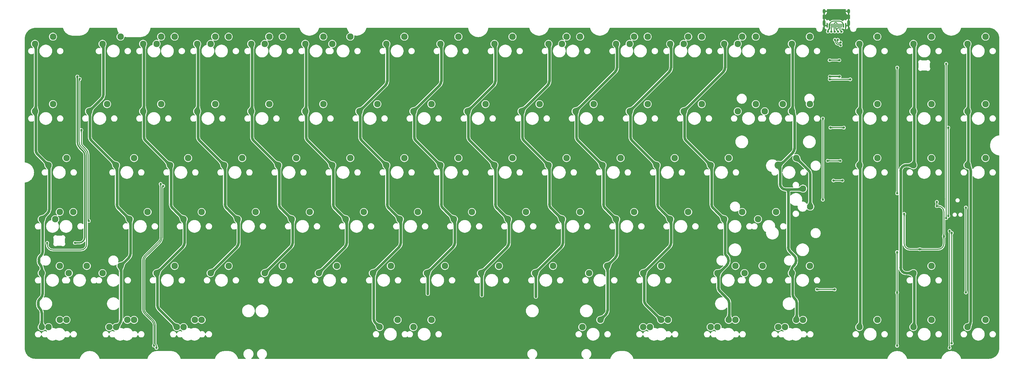
<source format=gbr>
%TF.GenerationSoftware,KiCad,Pcbnew,8.0.4*%
%TF.CreationDate,2024-07-23T18:50:17+08:00*%
%TF.ProjectId,X88C,58383843-2e6b-4696-9361-645f70636258,rev?*%
%TF.SameCoordinates,Original*%
%TF.FileFunction,Copper,L1,Top*%
%TF.FilePolarity,Positive*%
%FSLAX46Y46*%
G04 Gerber Fmt 4.6, Leading zero omitted, Abs format (unit mm)*
G04 Created by KiCad (PCBNEW 8.0.4) date 2024-07-23 18:50:17*
%MOMM*%
%LPD*%
G01*
G04 APERTURE LIST*
%TA.AperFunction,ComponentPad*%
%ADD10C,2.300000*%
%TD*%
%TA.AperFunction,SMDPad,CuDef*%
%ADD11R,0.600000X1.450000*%
%TD*%
%TA.AperFunction,SMDPad,CuDef*%
%ADD12R,0.300000X1.450000*%
%TD*%
%TA.AperFunction,ComponentPad*%
%ADD13O,1.000000X2.100000*%
%TD*%
%TA.AperFunction,ComponentPad*%
%ADD14O,1.000000X1.600000*%
%TD*%
%TA.AperFunction,ComponentPad*%
%ADD15C,2.600000*%
%TD*%
%TA.AperFunction,ViaPad*%
%ADD16C,0.800000*%
%TD*%
%TA.AperFunction,Conductor*%
%ADD17C,0.300000*%
%TD*%
%TA.AperFunction,Conductor*%
%ADD18C,0.375000*%
%TD*%
%TA.AperFunction,Conductor*%
%ADD19C,0.500000*%
%TD*%
%TA.AperFunction,Conductor*%
%ADD20C,0.900000*%
%TD*%
G04 APERTURE END LIST*
D10*
%TO.P,MX104,1,1*%
%TO.N,Net-(D88-A)*%
X234315000Y-97472500D03*
%TO.P,MX104,2,2*%
%TO.N,PA3*%
X240665000Y-94932500D03*
%TD*%
%TO.P,MX15,1,1*%
%TO.N,PA1*%
X286702500Y2540000D03*
%TO.P,MX15,2,2*%
%TO.N,Net-(D16-A)*%
X293052500Y5080000D03*
%TD*%
%TO.P,MX35,1,1*%
%TO.N,PB2*%
X91440000Y-21272500D03*
%TO.P,MX35,2,2*%
%TO.N,Net-(D24-A)*%
X97790000Y-18732500D03*
%TD*%
%TO.P,MX53,1,1*%
%TO.N,PB2*%
X100965000Y-40322500D03*
%TO.P,MX53,2,2*%
%TO.N,Net-(D41-A)*%
X107315000Y-37782500D03*
%TD*%
%TO.P,MX78,1,1*%
%TO.N,PA3*%
X250983750Y-59372500D03*
%TO.P,MX78,2,2*%
%TO.N,Net-(D65-A)*%
X257333750Y-56832500D03*
%TD*%
%TO.P,MX5,1,1*%
%TO.N,PB10*%
X77152500Y2540000D03*
%TO.P,MX5,2,2*%
%TO.N,Net-(D6-A)*%
X83502500Y5080000D03*
%TD*%
%TO.P,MX89,1,1*%
%TO.N,PA7*%
X153352500Y-78422500D03*
%TO.P,MX89,2,2*%
%TO.N,Net-(D75-A)*%
X159702500Y-75882500D03*
%TD*%
%TO.P,MX7,1,1*%
%TO.N,PB1*%
X120015000Y2540000D03*
%TO.P,MX7,2,2*%
%TO.N,Net-(D8-A)*%
X126365000Y5080000D03*
%TD*%
%TO.P,MX115,1,1*%
%TO.N,Net-(D88-A)*%
X236696250Y-97472500D03*
%TO.P,MX115,2,2*%
%TO.N,PA3*%
X243046250Y-94932500D03*
%TD*%
%TO.P,MX109,1,1*%
%TO.N,PA9*%
X-1428750Y-97472500D03*
%TO.P,MX109,2,2*%
%TO.N,Net-(D82-A)*%
X4921250Y-94932500D03*
%TD*%
%TO.P,MX54,1,1*%
%TO.N,PB1*%
X120015000Y-40322500D03*
%TO.P,MX54,2,2*%
%TO.N,Net-(D42-A)*%
X126365000Y-37782500D03*
%TD*%
%TO.P,MX68,1,1*%
%TO.N,PB12*%
X48577500Y-59372500D03*
%TO.P,MX68,2,2*%
%TO.N,Net-(D55-A)*%
X54927500Y-56832500D03*
%TD*%
%TO.P,MX116,1,1*%
%TO.N,Net-(D89-A)*%
X260508750Y-97472500D03*
%TO.P,MX116,2,2*%
%TO.N,PA2*%
X266858750Y-94932500D03*
%TD*%
%TO.P,MX6,1,1*%
%TO.N,PB2*%
X100965000Y2540000D03*
%TO.P,MX6,2,2*%
%TO.N,Net-(D7-A)*%
X107315000Y5080000D03*
%TD*%
%TO.P,MX94,1,1*%
%TO.N,PB9*%
X305752500Y-78422500D03*
%TO.P,MX94,2,2*%
%TO.N,Net-(D81-A)*%
X312102500Y-75882500D03*
%TD*%
%TO.P,MX81,1,1*%
%TO.N,PA3*%
X239077500Y-59372500D03*
%TO.P,MX81,2,2*%
%TO.N,Net-(D65-A)*%
X245427500Y-56832500D03*
%TD*%
%TO.P,MX19,1,1*%
%TO.N,PB11*%
X53340000Y2540000D03*
%TO.P,MX19,2,2*%
%TO.N,Net-(D5-A)*%
X59690000Y5080000D03*
%TD*%
%TO.P,MX28,1,1*%
%TO.N,PA3*%
X243840000Y2540000D03*
%TO.P,MX28,2,2*%
%TO.N,Net-(D14-A)*%
X250190000Y5080000D03*
%TD*%
%TO.P,MX108,1,1*%
%TO.N,PB6*%
X324802500Y-97472500D03*
%TO.P,MX108,2,2*%
%TO.N,Net-(D92-A)*%
X331152500Y-94932500D03*
%TD*%
%TO.P,MX9,1,1*%
%TO.N,PA7*%
X158115000Y2540000D03*
%TO.P,MX9,2,2*%
%TO.N,Net-(D10-A)*%
X164465000Y5080000D03*
%TD*%
%TO.P,MX17,1,1*%
%TO.N,PB6*%
X324802500Y2540000D03*
%TO.P,MX17,2,2*%
%TO.N,Net-(D18-A)*%
X331152500Y5080000D03*
%TD*%
%TO.P,MX42,1,1*%
%TO.N,PA3*%
X224790000Y-21272500D03*
%TO.P,MX42,2,2*%
%TO.N,Net-(D31-A)*%
X231140000Y-18732500D03*
%TD*%
%TO.P,MX82,1,1*%
%TO.N,PA9*%
X8096250Y-78422500D03*
%TO.P,MX82,2,2*%
%TO.N,Net-(D67-A)*%
X14446250Y-75882500D03*
%TD*%
%TO.P,MX88,1,1*%
%TO.N,PB0*%
X134302500Y-78422500D03*
%TO.P,MX88,2,2*%
%TO.N,Net-(D74-A)*%
X140652500Y-75882500D03*
%TD*%
%TO.P,MX113,1,1*%
%TO.N,Net-(D86-A)*%
X189071250Y-97472500D03*
%TO.P,MX113,2,2*%
%TO.N,PA5*%
X195421250Y-94932500D03*
%TD*%
%TO.P,MX34,1,1*%
%TO.N,PB10*%
X72390000Y-21272500D03*
%TO.P,MX34,2,2*%
%TO.N,Net-(D23-A)*%
X78740000Y-18732500D03*
%TD*%
%TO.P,MX92,1,1*%
%TO.N,PA4*%
X210502500Y-78422500D03*
%TO.P,MX92,2,2*%
%TO.N,Net-(D78-A)*%
X216852500Y-75882500D03*
%TD*%
%TO.P,MX4,1,1*%
%TO.N,PB11*%
X58102500Y2540000D03*
%TO.P,MX4,2,2*%
%TO.N,Net-(D5-A)*%
X64452500Y5080000D03*
%TD*%
%TO.P,MX52,1,1*%
%TO.N,PB10*%
X81915000Y-40322500D03*
%TO.P,MX52,2,2*%
%TO.N,Net-(D40-A)*%
X88265000Y-37782500D03*
%TD*%
%TO.P,MX37,1,1*%
%TO.N,PB0*%
X129540000Y-21272500D03*
%TO.P,MX37,2,2*%
%TO.N,Net-(D26-A)*%
X135890000Y-18732500D03*
%TD*%
%TO.P,MX85,1,1*%
%TO.N,PB10*%
X77152500Y-78422500D03*
%TO.P,MX85,2,2*%
%TO.N,Net-(D71-A)*%
X83502500Y-75882500D03*
%TD*%
%TO.P,MX25,1,1*%
%TO.N,PA6*%
X177165000Y2540000D03*
%TO.P,MX25,2,2*%
%TO.N,Net-(D11-A)*%
X183515000Y5080000D03*
%TD*%
%TO.P,MX18,1,1*%
%TO.N,PB12*%
X34290000Y2540000D03*
%TO.P,MX18,2,2*%
%TO.N,Net-(D4-A)*%
X40640000Y5080000D03*
%TD*%
%TO.P,MX100,1,1*%
%TO.N,PA8*%
X24765000Y-97472500D03*
%TO.P,MX100,2,2*%
%TO.N,Net-(D83-A)*%
X31115000Y-94932500D03*
%TD*%
%TO.P,MX38,1,1*%
%TO.N,PA7*%
X148590000Y-21272500D03*
%TO.P,MX38,2,2*%
%TO.N,Net-(D27-A)*%
X154940000Y-18732500D03*
%TD*%
%TO.P,MX31,1,1*%
%TO.N,PA8*%
X15240000Y-21272500D03*
%TO.P,MX31,2,2*%
%TO.N,Net-(D20-A)*%
X21590000Y-18732500D03*
%TD*%
%TO.P,MX106,1,1*%
%TO.N,PA1*%
X286702500Y-97472500D03*
%TO.P,MX106,2,2*%
%TO.N,Net-(D90-A)*%
X293052500Y-94932500D03*
%TD*%
%TO.P,MX12,1,1*%
%TO.N,PA4*%
X220027500Y2540000D03*
%TO.P,MX12,2,2*%
%TO.N,Net-(D13-A)*%
X226377500Y5080000D03*
%TD*%
%TO.P,MX72,1,1*%
%TO.N,PB1*%
X124777500Y-59372500D03*
%TO.P,MX72,2,2*%
%TO.N,Net-(D59-A)*%
X131127500Y-56832500D03*
%TD*%
%TO.P,MX74,1,1*%
%TO.N,PA7*%
X162877500Y-59372500D03*
%TO.P,MX74,2,2*%
%TO.N,Net-(D61-A)*%
X169227500Y-56832500D03*
%TD*%
%TO.P,MX90,1,1*%
%TO.N,PA6*%
X172402500Y-78422500D03*
%TO.P,MX90,2,2*%
%TO.N,Net-(D76-A)*%
X178752500Y-75882500D03*
%TD*%
%TO.P,MX10,1,1*%
%TO.N,PA6*%
X181927500Y2540000D03*
%TO.P,MX10,2,2*%
%TO.N,Net-(D11-A)*%
X188277500Y5080000D03*
%TD*%
%TO.P,MX87,1,1*%
%TO.N,PB1*%
X115252500Y-78422500D03*
%TO.P,MX87,2,2*%
%TO.N,Net-(D73-A)*%
X121602500Y-75882500D03*
%TD*%
%TO.P,MX64,1,1*%
%TO.N,PB6*%
X324802500Y-40322500D03*
%TO.P,MX64,2,2*%
%TO.N,Net-(D52-A)*%
X331152500Y-37782500D03*
%TD*%
%TO.P,MX2,1,1*%
%TO.N,PA8*%
X20002500Y2540000D03*
%TO.P,MX2,2,2*%
%TO.N,Net-(D3-A)*%
X26352500Y5080000D03*
%TD*%
%TO.P,MX70,1,1*%
%TO.N,PB10*%
X86677500Y-59372500D03*
%TO.P,MX70,2,2*%
%TO.N,Net-(D57-A)*%
X93027500Y-56832500D03*
%TD*%
%TO.P,MX76,1,1*%
%TO.N,PA5*%
X200977500Y-59372500D03*
%TO.P,MX76,2,2*%
%TO.N,Net-(D63-A)*%
X207327500Y-56832500D03*
%TD*%
%TO.P,MX45,1,1*%
%TO.N,PB9*%
X305752500Y-21272500D03*
%TO.P,MX45,2,2*%
%TO.N,Net-(D34-A)*%
X312102500Y-18732500D03*
%TD*%
%TO.P,MX16,1,1*%
%TO.N,PB9*%
X305752500Y2540000D03*
%TO.P,MX16,2,2*%
%TO.N,Net-(D17-A)*%
X312102500Y5080000D03*
%TD*%
%TO.P,MX48,1,1*%
%TO.N,PA9*%
X952500Y-40322500D03*
%TO.P,MX48,2,2*%
%TO.N,Net-(D36-A)*%
X7302500Y-37782500D03*
%TD*%
%TO.P,MX55,1,1*%
%TO.N,PB0*%
X139065000Y-40322500D03*
%TO.P,MX55,2,2*%
%TO.N,Net-(D43-A)*%
X145415000Y-37782500D03*
%TD*%
%TO.P,MX3,1,1*%
%TO.N,PB12*%
X39052500Y2540000D03*
%TO.P,MX3,2,2*%
%TO.N,Net-(D4-A)*%
X45402500Y5080000D03*
%TD*%
%TO.P,MX63,1,1*%
%TO.N,PB9*%
X305752500Y-40322500D03*
%TO.P,MX63,2,2*%
%TO.N,Net-(D51-A)*%
X312102500Y-37782500D03*
%TD*%
%TO.P,MX46,1,1*%
%TO.N,PB6*%
X324802500Y-21272500D03*
%TO.P,MX46,2,2*%
%TO.N,Net-(D35-A)*%
X331152500Y-18732500D03*
%TD*%
%TO.P,MX67,1,1*%
%TO.N,PA8*%
X29527500Y-59372500D03*
%TO.P,MX67,2,2*%
%TO.N,Net-(D54-A)*%
X35877500Y-56832500D03*
%TD*%
%TO.P,MX59,1,1*%
%TO.N,PA4*%
X215265000Y-40322500D03*
%TO.P,MX59,2,2*%
%TO.N,Net-(D47-A)*%
X221615000Y-37782500D03*
%TD*%
%TO.P,MX110,1,1*%
%TO.N,PA8*%
X22383750Y-97472500D03*
%TO.P,MX110,2,2*%
%TO.N,Net-(D83-A)*%
X28733750Y-94932500D03*
%TD*%
%TO.P,MX60,1,1*%
%TO.N,PA3*%
X234315000Y-40322500D03*
%TO.P,MX60,2,2*%
%TO.N,Net-(D48-A)*%
X240665000Y-37782500D03*
%TD*%
%TO.P,MX32,1,1*%
%TO.N,PB12*%
X34290000Y-21272500D03*
%TO.P,MX32,2,2*%
%TO.N,Net-(D21-A)*%
X40640000Y-18732500D03*
%TD*%
%TO.P,MX97,1,1*%
%TO.N,PA3*%
X236696250Y-78422500D03*
%TO.P,MX97,2,2*%
%TO.N,Net-(D79-A)*%
X243046250Y-75882500D03*
%TD*%
%TO.P,MX51,1,1*%
%TO.N,PB11*%
X62865000Y-40322500D03*
%TO.P,MX51,2,2*%
%TO.N,Net-(D39-A)*%
X69215000Y-37782500D03*
%TD*%
%TO.P,MX112,1,1*%
%TO.N,PB1*%
X117633750Y-97472500D03*
%TO.P,MX112,2,2*%
%TO.N,Net-(D85-A)*%
X123983750Y-94932500D03*
%TD*%
%TO.P,MX84,1,1*%
%TO.N,PB11*%
X58102500Y-78422500D03*
%TO.P,MX84,2,2*%
%TO.N,Net-(D70-A)*%
X64452500Y-75882500D03*
%TD*%
%TO.P,MX75,1,1*%
%TO.N,PA6*%
X181927500Y-59372500D03*
%TO.P,MX75,2,2*%
%TO.N,Net-(D62-A)*%
X188277500Y-56832500D03*
%TD*%
%TO.P,MX96,1,1*%
%TO.N,Net-(D68-A)*%
X20002500Y-78422500D03*
%TO.P,MX96,2,2*%
%TO.N,PA8*%
X26352500Y-75882500D03*
%TD*%
%TO.P,MX91,1,1*%
%TO.N,Net-(D77-A)*%
X191452500Y-78422500D03*
%TO.P,MX91,2,2*%
%TO.N,PA5*%
X197802500Y-75882500D03*
%TD*%
%TO.P,MX114,1,1*%
%TO.N,Net-(D87-A)*%
X212883750Y-97472500D03*
%TO.P,MX114,2,2*%
%TO.N,PA4*%
X219233750Y-94932500D03*
%TD*%
%TO.P,MX43,1,1*%
%TO.N,PA2*%
X253365000Y-21272500D03*
%TO.P,MX43,2,2*%
%TO.N,Net-(D32-A)*%
X259715000Y-18732500D03*
%TD*%
%TO.P,MX65,1,1*%
%TO.N,PA2*%
X266858750Y-48577500D03*
%TO.P,MX65,2,2*%
%TO.N,Net-(D49-A)*%
X269398750Y-54927500D03*
%TD*%
%TO.P,MX98,1,1*%
%TO.N,PA2*%
X262890000Y-78422500D03*
%TO.P,MX98,2,2*%
%TO.N,Net-(D80-A)*%
X269240000Y-75882500D03*
%TD*%
%TO.P,MX80,1,1*%
%TO.N,PA9*%
X3333750Y-59372500D03*
%TO.P,MX80,2,2*%
%TO.N,Net-(D53-A)*%
X9683750Y-56832500D03*
%TD*%
%TO.P,MX1,1,1*%
%TO.N,PA9*%
X-3810000Y2540000D03*
%TO.P,MX1,2,2*%
%TO.N,Net-(D2-A)*%
X2540000Y5080000D03*
%TD*%
%TO.P,MX41,1,1*%
%TO.N,PA4*%
X205740000Y-21272500D03*
%TO.P,MX41,2,2*%
%TO.N,Net-(D30-A)*%
X212090000Y-18732500D03*
%TD*%
%TO.P,MX66,1,1*%
%TO.N,PA9*%
X-1428750Y-59372500D03*
%TO.P,MX66,2,2*%
%TO.N,Net-(D53-A)*%
X4921250Y-56832500D03*
%TD*%
%TO.P,MX71,1,1*%
%TO.N,PB2*%
X105727500Y-59372500D03*
%TO.P,MX71,2,2*%
%TO.N,Net-(D58-A)*%
X112077500Y-56832500D03*
%TD*%
%TO.P,MX93,1,1*%
%TO.N,PA3*%
X246221250Y-78422500D03*
%TO.P,MX93,2,2*%
%TO.N,Net-(D79-A)*%
X252571250Y-75882500D03*
%TD*%
%TO.P,MX49,1,1*%
%TO.N,PA8*%
X24765000Y-40322500D03*
%TO.P,MX49,2,2*%
%TO.N,Net-(D37-A)*%
X31115000Y-37782500D03*
%TD*%
%TO.P,MX11,1,1*%
%TO.N,PA5*%
X200977500Y2540000D03*
%TO.P,MX11,2,2*%
%TO.N,Net-(D12-A)*%
X207327500Y5080000D03*
%TD*%
%TO.P,MX39,1,1*%
%TO.N,PA6*%
X167640000Y-21272500D03*
%TO.P,MX39,2,2*%
%TO.N,Net-(D28-A)*%
X173990000Y-18732500D03*
%TD*%
%TO.P,MX69,1,1*%
%TO.N,PB11*%
X67627500Y-59372500D03*
%TO.P,MX69,2,2*%
%TO.N,Net-(D56-A)*%
X73977500Y-56832500D03*
%TD*%
%TO.P,MX77,1,1*%
%TO.N,PA4*%
X220027500Y-59372500D03*
%TO.P,MX77,2,2*%
%TO.N,Net-(D64-A)*%
X226377500Y-56832500D03*
%TD*%
%TO.P,MX27,1,1*%
%TO.N,PA4*%
X224790000Y2540000D03*
%TO.P,MX27,2,2*%
%TO.N,Net-(D13-A)*%
X231140000Y5080000D03*
%TD*%
%TO.P,MX62,1,1*%
%TO.N,PA1*%
X286702500Y-40322500D03*
%TO.P,MX62,2,2*%
%TO.N,Net-(D50-A)*%
X293052500Y-37782500D03*
%TD*%
%TO.P,MX57,1,1*%
%TO.N,PA6*%
X177165000Y-40322500D03*
%TO.P,MX57,2,2*%
%TO.N,Net-(D45-A)*%
X183515000Y-37782500D03*
%TD*%
%TO.P,MX107,1,1*%
%TO.N,PB9*%
X305752500Y-97472500D03*
%TO.P,MX107,2,2*%
%TO.N,Net-(D91-A)*%
X312102500Y-94932500D03*
%TD*%
%TO.P,MX56,1,1*%
%TO.N,PA7*%
X158115000Y-40322500D03*
%TO.P,MX56,2,2*%
%TO.N,Net-(D44-A)*%
X164465000Y-37782500D03*
%TD*%
%TO.P,MX111,1,1*%
%TO.N,PB12*%
X46196250Y-97472500D03*
%TO.P,MX111,2,2*%
%TO.N,Net-(D84-A)*%
X52546250Y-94932500D03*
%TD*%
%TO.P,MX101,1,1*%
%TO.N,PB12*%
X48577500Y-97472500D03*
%TO.P,MX101,2,2*%
%TO.N,Net-(D84-A)*%
X54927500Y-94932500D03*
%TD*%
%TO.P,MX13,1,1*%
%TO.N,PA3*%
X239077500Y2540000D03*
%TO.P,MX13,2,2*%
%TO.N,Net-(D14-A)*%
X245427500Y5080000D03*
%TD*%
%TO.P,MX21,1,1*%
%TO.N,PB2*%
X91440000Y2540000D03*
%TO.P,MX21,2,2*%
%TO.N,Net-(D7-A)*%
X97790000Y5080000D03*
%TD*%
%TO.P,MX14,1,1*%
%TO.N,PA2*%
X262890000Y2540000D03*
%TO.P,MX14,2,2*%
%TO.N,Net-(D15-A)*%
X269240000Y5080000D03*
%TD*%
%TO.P,MX40,1,1*%
%TO.N,PA5*%
X186690000Y-21272500D03*
%TO.P,MX40,2,2*%
%TO.N,Net-(D29-A)*%
X193040000Y-18732500D03*
%TD*%
%TO.P,MX26,1,1*%
%TO.N,PA5*%
X205740000Y2540000D03*
%TO.P,MX26,2,2*%
%TO.N,Net-(D12-A)*%
X212090000Y5080000D03*
%TD*%
D11*
%TO.P,USB1,A1,GND*%
%TO.N,GND*%
X281856250Y8955000D03*
%TO.P,USB1,A4,VBUS*%
%TO.N,VBUS*%
X281056250Y8955000D03*
D12*
%TO.P,USB1,A5,CC1*%
%TO.N,/CC1*%
X279856250Y8955000D03*
%TO.P,USB1,A6,D+*%
%TO.N,D+*%
X278856250Y8955000D03*
%TO.P,USB1,A7,D-*%
%TO.N,D-*%
X278356250Y8955000D03*
%TO.P,USB1,A8,SBU1*%
%TO.N,unconnected-(USB1-SBU1-PadA8)*%
X277356250Y8955000D03*
D11*
%TO.P,USB1,A9,VBUS*%
%TO.N,VBUS*%
X276156250Y8955000D03*
%TO.P,USB1,A12,GND*%
%TO.N,GND*%
X275356250Y8955000D03*
%TO.P,USB1,B1,GND*%
X275356250Y8955000D03*
%TO.P,USB1,B4,VBUS*%
%TO.N,VBUS*%
X276156250Y8955000D03*
D12*
%TO.P,USB1,B5,CC2*%
%TO.N,/CC2*%
X276856250Y8955000D03*
%TO.P,USB1,B6,D+*%
%TO.N,D+*%
X277856250Y8955000D03*
%TO.P,USB1,B7,D-*%
%TO.N,D-*%
X279356250Y8955000D03*
%TO.P,USB1,B8,SBU2*%
%TO.N,unconnected-(USB1-SBU2-PadB8)*%
X280356250Y8955000D03*
D11*
%TO.P,USB1,B9,VBUS*%
%TO.N,VBUS*%
X281056250Y8955000D03*
%TO.P,USB1,B12,GND*%
%TO.N,GND*%
X281856250Y8955000D03*
D13*
%TO.P,USB1,S1,SHIELD*%
X282926250Y9870000D03*
D14*
X282926250Y14050000D03*
D13*
X274286250Y9870000D03*
D14*
X274286250Y14050000D03*
%TD*%
D10*
%TO.P,MX95,1,1*%
%TO.N,PA9*%
X-1428750Y-78422500D03*
%TO.P,MX95,2,2*%
%TO.N,Net-(D67-A)*%
X4921250Y-75882500D03*
%TD*%
%TO.P,MX50,1,1*%
%TO.N,PB12*%
X43815000Y-40322500D03*
%TO.P,MX50,2,2*%
%TO.N,Net-(D38-A)*%
X50165000Y-37782500D03*
%TD*%
%TO.P,MX44,1,1*%
%TO.N,PA1*%
X286702500Y-21272500D03*
%TO.P,MX44,2,2*%
%TO.N,Net-(D33-A)*%
X293052500Y-18732500D03*
%TD*%
%TO.P,MX58,1,1*%
%TO.N,PA5*%
X196215000Y-40322500D03*
%TO.P,MX58,2,2*%
%TO.N,Net-(D46-A)*%
X202565000Y-37782500D03*
%TD*%
%TO.P,MX8,1,1*%
%TO.N,PB0*%
X139065000Y2540000D03*
%TO.P,MX8,2,2*%
%TO.N,Net-(D9-A)*%
X145415000Y5080000D03*
%TD*%
%TO.P,MX99,1,1*%
%TO.N,PA9*%
X952500Y-97472500D03*
%TO.P,MX99,2,2*%
%TO.N,Net-(D82-A)*%
X7302500Y-94932500D03*
%TD*%
%TO.P,MX103,1,1*%
%TO.N,Net-(D87-A)*%
X210502500Y-97472500D03*
%TO.P,MX103,2,2*%
%TO.N,PA4*%
X216852500Y-94932500D03*
%TD*%
%TO.P,MX36,1,1*%
%TO.N,PB1*%
X110490000Y-21272500D03*
%TO.P,MX36,2,2*%
%TO.N,Net-(D25-A)*%
X116840000Y-18732500D03*
%TD*%
%TO.P,MX86,1,1*%
%TO.N,PB2*%
X96202500Y-78422500D03*
%TO.P,MX86,2,2*%
%TO.N,Net-(D72-A)*%
X102552500Y-75882500D03*
%TD*%
%TO.P,MX20,1,1*%
%TO.N,PB10*%
X72390000Y2540000D03*
%TO.P,MX20,2,2*%
%TO.N,Net-(D6-A)*%
X78740000Y5080000D03*
%TD*%
%TO.P,MX73,1,1*%
%TO.N,PB0*%
X143827500Y-59372500D03*
%TO.P,MX73,2,2*%
%TO.N,Net-(D60-A)*%
X150177500Y-56832500D03*
%TD*%
%TO.P,MX30,1,1*%
%TO.N,PA9*%
X-3810000Y-21272500D03*
%TO.P,MX30,2,2*%
%TO.N,Net-(D19-A)*%
X2540000Y-18732500D03*
%TD*%
%TO.P,MX47,1,1*%
%TO.N,PA2*%
X243840000Y-21272500D03*
%TO.P,MX47,2,2*%
%TO.N,Net-(D32-A)*%
X250190000Y-18732500D03*
%TD*%
%TO.P,MX105,1,1*%
%TO.N,Net-(D89-A)*%
X258127500Y-97472500D03*
%TO.P,MX105,2,2*%
%TO.N,PA2*%
X264477500Y-94932500D03*
%TD*%
%TO.P,MX33,1,1*%
%TO.N,PB11*%
X53340000Y-21272500D03*
%TO.P,MX33,2,2*%
%TO.N,Net-(D22-A)*%
X59690000Y-18732500D03*
%TD*%
D15*
%TO.P,MX61,1,1*%
%TO.N,PA2*%
X258127500Y-40322500D03*
D10*
%TO.P,MX61,2,2*%
%TO.N,Net-(D49-A)*%
X264477500Y-37782500D03*
%TD*%
%TO.P,MX83,1,1*%
%TO.N,PB12*%
X39052500Y-78422500D03*
%TO.P,MX83,2,2*%
%TO.N,Net-(D69-A)*%
X45402500Y-75882500D03*
%TD*%
%TO.P,MX79,1,1*%
%TO.N,PA2*%
X262890000Y-21272500D03*
%TO.P,MX79,2,2*%
%TO.N,Net-(D66-A)*%
X269240000Y-18732500D03*
%TD*%
%TO.P,MX102,1,1*%
%TO.N,PB1*%
X129540000Y-97472500D03*
%TO.P,MX102,2,2*%
%TO.N,Net-(D85-A)*%
X135890000Y-94932500D03*
%TD*%
D16*
%TO.N,VBUS*%
X275606250Y6886812D03*
%TO.N,/CC1*%
X280406250Y6886812D03*
%TO.N,D-*%
X279206250Y6888894D03*
%TO.N,D+*%
X278006250Y6886812D03*
%TO.N,/CC2*%
X276806250Y6886812D03*
%TO.N,+3V3*%
X308000000Y-70000000D03*
X316500000Y-65436250D03*
X314000000Y-53250000D03*
X12537500Y-27887500D03*
X302500000Y-57500000D03*
X314000000Y-54750000D03*
X275500000Y-38750000D03*
X15175000Y-60000000D03*
X280000000Y-38750000D03*
%TO.N,GND*%
X279750000Y-2000000D03*
X327250000Y-59750000D03*
X169068750Y-105965625D03*
X299250000Y-45250000D03*
X323250000Y-59750000D03*
X288250000Y-44750000D03*
X285750000Y-50250000D03*
X41250000Y-67750000D03*
X281384375Y4252500D03*
X319000000Y-51250000D03*
X173831250Y-105965625D03*
X298750000Y-85250000D03*
X276500000Y-28250000D03*
X303750000Y-57500000D03*
X241750000Y-87250000D03*
X299000000Y-6750000D03*
X300000000Y-69750000D03*
X316500000Y-52250000D03*
X313895000Y-7750000D03*
X323250000Y-84250000D03*
X12750000Y-10750000D03*
X276000000Y-4500000D03*
X314000000Y-52000000D03*
X10000000Y-9750000D03*
X288250000Y-69000000D03*
X154750000Y-87000000D03*
X275750000Y-7750000D03*
X302500000Y-45250000D03*
X73818750Y-105965625D03*
X323250000Y-62500000D03*
X299000000Y-50250000D03*
X319000000Y-59000000D03*
X275750000Y-11000000D03*
X275431250Y-23812500D03*
X319500000Y-104250000D03*
X279750000Y1000000D03*
X281750000Y-26000000D03*
X307562500Y-56157954D03*
X280250000Y-42250000D03*
X13500000Y-28750000D03*
X323250000Y-56532500D03*
X299000000Y-102250000D03*
X12000000Y-8000000D03*
X277606250Y-30750000D03*
X192881250Y-105965625D03*
X278250000Y-85500000D03*
X307107500Y-59662500D03*
X285750000Y-44750000D03*
X266000000Y-90750000D03*
X272750000Y-52750000D03*
X42000000Y-64250000D03*
X173750000Y-87500000D03*
X278000000Y-46750000D03*
X152500000Y-86500000D03*
X133500000Y-86000000D03*
X324750000Y-86250000D03*
X14500000Y-70500000D03*
X300000000Y-4750000D03*
X277500000Y-44500000D03*
X42500000Y-47250000D03*
X288250000Y-65500000D03*
X261937500Y-39687500D03*
X10000000Y-28000000D03*
X316500000Y-54750000D03*
X277250000Y-26000000D03*
X300000000Y-51750000D03*
X34000000Y-48500000D03*
X301000000Y-6750000D03*
X283000000Y-32293750D03*
X281500000Y-11000000D03*
X280250000Y-40000000D03*
X46250000Y-105750000D03*
X301500000Y-105750000D03*
X288250000Y-50250000D03*
X500000Y-66250000D03*
X285750000Y-68500000D03*
X280250000Y-44500000D03*
X259750000Y-87250000D03*
X20250000Y-54952501D03*
X39500000Y-64250000D03*
X69056250Y-105965625D03*
X15250000Y-61250000D03*
X78581250Y-105965625D03*
X307000000Y-69000000D03*
X279750000Y-7750000D03*
X279750000Y-4500000D03*
X301000000Y-86250000D03*
X276000000Y-2000000D03*
X277500000Y-35500000D03*
X277500000Y-42250000D03*
X188118750Y-105965625D03*
X277500000Y-39750000D03*
X285750000Y-65500000D03*
X282000000Y-37725000D03*
X272750000Y-83250000D03*
X37500000Y-105000000D03*
X38250000Y-67250000D03*
X304750000Y-4250000D03*
X314000000Y-56000000D03*
X236000000Y-87250000D03*
X16750000Y-28750000D03*
X308812500Y-64737501D03*
X281750000Y-28250000D03*
X288250000Y-59250000D03*
X277500000Y-37750000D03*
X320000000Y-102250000D03*
X277500000Y-33250000D03*
X135750000Y-86500000D03*
X288250000Y-52000000D03*
X274750000Y-39750000D03*
X171500000Y-87000000D03*
X301000000Y-102250000D03*
X318500000Y-4250000D03*
X22750000Y-54952501D03*
X302500000Y-51750000D03*
X299000000Y-71750000D03*
X32250000Y-47750000D03*
X316250000Y-4500000D03*
X283500000Y-11250000D03*
X267493750Y-52387500D03*
X15250000Y-68250000D03*
X327250000Y-61750000D03*
X40500000Y-45250000D03*
X39500000Y-48500000D03*
X317500000Y-102250000D03*
X311812500Y-59087499D03*
X279500000Y-50250000D03*
X242000000Y-90750000D03*
X277018750Y3175000D03*
X320250000Y-63500000D03*
X285750000Y-59250000D03*
X315500000Y-66500000D03*
X320000000Y-65250000D03*
X278250000Y-83000000D03*
X274750000Y-50750000D03*
X12750000Y-66000000D03*
X285750000Y-52000000D03*
X265750000Y-87250000D03*
X319000000Y-56500000D03*
X265112500Y-42862500D03*
X298750000Y-105750000D03*
X281250000Y2500000D03*
X10250000Y-68750000D03*
X312387501Y-64162500D03*
%TO.N,+5V*%
X11112500Y-9000000D03*
X10250000Y-67750000D03*
X276256250Y-9000000D03*
X279750000Y-9000000D03*
%TO.N,BOOT0*%
X318500000Y-63512503D03*
X41393884Y-47650000D03*
X318500000Y-104837500D03*
X39000000Y-104837500D03*
%TO.N,NRST*%
X300000000Y-104087500D03*
X38100000Y-104037500D03*
X40481250Y-46900000D03*
X324250000Y-85250000D03*
X300000000Y-71000000D03*
X300000000Y-85250000D03*
X324250000Y-55250000D03*
%TO.N,D+*%
X278106250Y3968750D03*
X280093029Y2052587D03*
%TO.N,D-*%
X279106250Y3968750D03*
X280093029Y3052587D03*
%TO.N,PB4*%
X277556250Y-45732500D03*
X280758349Y-45741651D03*
%TO.N,PA10*%
X273843750Y-23812500D03*
X273843750Y-52500000D03*
%TO.N,PB3*%
X318037500Y-27050000D03*
X276500000Y-27050000D03*
X281250000Y-27050000D03*
X318037500Y-58250000D03*
%TO.N,PA7*%
X153657500Y-86250000D03*
%TO.N,PA6*%
X172707500Y-86750000D03*
%TO.N,PA15*%
X276206250Y-3237500D03*
X317287500Y-59000000D03*
X279656250Y-3237500D03*
X317287500Y-4500000D03*
%TO.N,PB6*%
X325918600Y-61750000D03*
%TO.N,PB0*%
X134607500Y-85750000D03*
%TO.N,PA1*%
X287007500Y-68250000D03*
%TO.N,PB8*%
X278000000Y-84200000D03*
X271750000Y-84200000D03*
%TO.N,/RGB*%
X300037500Y-5830000D03*
X300037500Y-50250000D03*
%TO.N,Net-(RGB1-DOUT)*%
X500000Y-67750000D03*
X276250000Y-10000000D03*
X11962500Y-9850000D03*
X283500000Y-10000000D03*
%TO.N,PB7*%
X319250000Y-64210603D03*
X319250000Y-103250000D03*
%TD*%
D17*
%TO.N,/CC1*%
X279856250Y7436812D02*
X280406250Y6886812D01*
X279856250Y8955000D02*
X279856250Y7436812D01*
D18*
%TO.N,+3V3*%
X314500000Y-54750000D02*
X314000000Y-54750000D01*
X314000000Y-53250000D02*
X314000000Y-54750000D01*
X302500000Y-57500000D02*
X302500000Y-68000000D01*
X12537500Y-27887500D02*
X12537500Y-32219339D01*
X308000000Y-70000000D02*
X314500000Y-70000000D01*
X304500000Y-70000000D02*
X308000000Y-70000000D01*
X316500000Y-68000000D02*
X316500000Y-65436250D01*
X14962500Y-36715406D02*
X14962500Y-59787500D01*
X13123287Y-33633553D02*
X14083819Y-34594084D01*
X14962500Y-59787500D02*
X15175000Y-60000000D01*
X280000000Y-38750000D02*
X275500000Y-38750000D01*
X316500000Y-65436250D02*
X316500000Y-56750000D01*
X316500000Y-56750000D02*
G75*
G03*
X314500000Y-54750000I-2000000J0D01*
G01*
X314500000Y-70000000D02*
G75*
G03*
X316500000Y-68000000I0J2000000D01*
G01*
X13123287Y-33633553D02*
G75*
G02*
X12537473Y-32219339I1414213J1414253D01*
G01*
X304500000Y-70000000D02*
G75*
G02*
X302500000Y-68000000I0J2000000D01*
G01*
X14083819Y-34594084D02*
G75*
G02*
X14962496Y-36715406I-2121319J-2121316D01*
G01*
D19*
%TO.N,GND*%
X282926250Y8955000D02*
X282926250Y9870000D01*
X274286250Y9870000D02*
X274286250Y14050000D01*
X281856250Y8955000D02*
X282926250Y8955000D01*
X274286250Y8955000D02*
X274286250Y9870000D01*
X282926250Y9870000D02*
X282926250Y14050000D01*
X274286250Y14050000D02*
X282926250Y14050000D01*
X275356250Y8955000D02*
X274286250Y8955000D01*
%TO.N,+5V*%
X279750000Y-9000000D02*
X276256250Y-9000000D01*
X11991180Y-34216180D02*
X13164214Y-35389214D01*
X11112500Y-9000000D02*
X11112500Y-32094859D01*
X13750000Y-36803427D02*
X13750000Y-65750000D01*
X10250000Y-67750000D02*
X11750000Y-67750000D01*
X11112500Y-32094859D02*
G75*
G03*
X11991180Y-34216180I3000000J-1D01*
G01*
X13750000Y-36803427D02*
G75*
G03*
X13164213Y-35389215I-2000000J-3D01*
G01*
X13750000Y-65750000D02*
G75*
G02*
X11750000Y-67750000I-2000000J0D01*
G01*
D17*
%TO.N,BOOT0*%
X38600000Y-103269732D02*
X38600000Y-96872177D01*
X38853553Y-103730392D02*
X38746446Y-103623285D01*
X41274143Y-47769741D02*
X41393884Y-47650000D01*
X34631250Y-91039466D02*
X34631250Y-74060532D01*
X40981250Y-65846573D02*
X40981250Y-48476848D01*
X35217037Y-72646318D02*
X40249017Y-67614340D01*
X39000000Y-104837500D02*
X39000000Y-104083946D01*
X37867767Y-95104410D02*
X35217036Y-92453679D01*
X318500000Y-104837500D02*
X318500000Y-63512503D01*
X40981250Y-48476848D02*
G75*
G02*
X41274130Y-47769728I999950J48D01*
G01*
X40981250Y-65846573D02*
G75*
G02*
X40249020Y-67614343I-2499950J-27D01*
G01*
X35217037Y-72646318D02*
G75*
G03*
X34631258Y-74060532I1414163J-1414182D01*
G01*
X39000000Y-104083946D02*
G75*
G03*
X38853576Y-103730369I-500000J46D01*
G01*
X37867767Y-95104410D02*
G75*
G02*
X38600016Y-96872177I-1767767J-1767790D01*
G01*
X38600000Y-103269732D02*
G75*
G03*
X38746462Y-103623269I500000J32D01*
G01*
X35217036Y-92453679D02*
G75*
G02*
X34631259Y-91039466I1414164J1414179D01*
G01*
%TO.N,NRST*%
X34863483Y-72292767D02*
X39895464Y-67260786D01*
X37514213Y-95457963D02*
X34863483Y-92807233D01*
X40481250Y-65846573D02*
X40481250Y-46900000D01*
D18*
X300000000Y-104087500D02*
X300000000Y-85250000D01*
X324250000Y-55250000D02*
X324250000Y-85250000D01*
X300000000Y-85250000D02*
X300000000Y-71000000D01*
D17*
X34131250Y-91039466D02*
X34131250Y-74060534D01*
X38100000Y-104037500D02*
X38100000Y-96872177D01*
X34863483Y-92807233D02*
G75*
G02*
X34131259Y-91039466I1767717J1767733D01*
G01*
X34863483Y-72292767D02*
G75*
G03*
X34131259Y-74060534I1767717J-1767733D01*
G01*
X37514213Y-95457963D02*
G75*
G02*
X38100016Y-96872177I-1414213J-1414237D01*
G01*
X39895464Y-67260786D02*
G75*
G03*
X40481245Y-65846573I-1414164J1414186D01*
G01*
%TO.N,D+*%
X278206250Y10030000D02*
X278506250Y10030000D01*
X277856250Y8955000D02*
X277856250Y7036812D01*
X278356250Y3718750D02*
X278356250Y3302587D01*
X278856250Y9680000D02*
X278856250Y8955000D01*
X279843029Y2302587D02*
X280093029Y2052587D01*
X277856250Y8955000D02*
X277856250Y9680000D01*
X279356250Y2302587D02*
X279843029Y2302587D01*
X277856250Y7036812D02*
X278006250Y6886812D01*
X278106250Y3968750D02*
X278356250Y3718750D01*
X277856250Y9680000D02*
G75*
G02*
X278206250Y10030050I350050J0D01*
G01*
X278356250Y3302587D02*
G75*
G03*
X279356250Y2302650I999950J13D01*
G01*
X278856250Y9680000D02*
G75*
G03*
X278506250Y10030050I-350050J0D01*
G01*
%TO.N,D-*%
X278856250Y3718750D02*
X278856250Y3302587D01*
X279356250Y8230000D02*
X279356250Y8955000D01*
X278356250Y8955000D02*
X278356250Y8230000D01*
X278649143Y7446001D02*
X279206250Y6888894D01*
X279206250Y6888894D02*
X279206250Y6886812D01*
X278356250Y8955000D02*
X278356250Y8153108D01*
X278706250Y7880000D02*
X279006250Y7880000D01*
X279356250Y2802587D02*
X279843029Y2802587D01*
X279843029Y2802587D02*
X280093029Y3052587D01*
X279106250Y3968750D02*
X278856250Y3718750D01*
X279356250Y8230000D02*
G75*
G02*
X279006250Y7879950I-350050J0D01*
G01*
X278356250Y8230000D02*
G75*
G03*
X278706250Y7879950I350050J0D01*
G01*
X278649143Y7446001D02*
G75*
G02*
X278356241Y8153108I707057J707099D01*
G01*
X279356250Y2802587D02*
G75*
G02*
X278856287Y3302587I50J500013D01*
G01*
D18*
%TO.N,PB4*%
X277556250Y-45732500D02*
X280231250Y-45732500D01*
X280231250Y-45732500D02*
X280758349Y-45732500D01*
X280758349Y-45732500D02*
X280758349Y-45741651D01*
%TO.N,PA10*%
X273843750Y-23812500D02*
X273843750Y-52500000D01*
D20*
%TO.N,PB1*%
X120015000Y-40322500D02*
X120320000Y-40627500D01*
X116143287Y-95982037D02*
X117633750Y-97472500D01*
X115557500Y-78727500D02*
X115557500Y-94567823D01*
X125082500Y-59677500D02*
X125082500Y-67764073D01*
X120320000Y-40627500D02*
X120320000Y-54086573D01*
X124777500Y-59372500D02*
X125082500Y-59677500D01*
X120320000Y2235000D02*
X120320000Y-10614073D01*
X115252500Y-78422500D02*
X115557500Y-78727500D01*
X111380787Y-31688287D02*
X120015000Y-40322500D01*
X110795000Y-21577500D02*
X110795000Y-30274073D01*
X110490000Y-21272500D02*
X110795000Y-21577500D01*
X124496713Y-69178287D02*
X115252500Y-78422500D01*
X119734213Y-12028287D02*
X110490000Y-21272500D01*
X120905787Y-55500787D02*
X124777500Y-59372500D01*
X120015000Y2540000D02*
X120320000Y2235000D01*
X120320000Y-54086573D02*
G75*
G03*
X120905773Y-55500801I2000000J-27D01*
G01*
X115557500Y-94567823D02*
G75*
G03*
X116143298Y-95982026I2000000J23D01*
G01*
X125082500Y-67764073D02*
G75*
G02*
X124496727Y-69178301I-2000000J-27D01*
G01*
X119734213Y-12028287D02*
G75*
G03*
X120319981Y-10614073I-1414213J1414187D01*
G01*
X110795000Y-30274073D02*
G75*
G03*
X111380773Y-31688301I2000000J-27D01*
G01*
%TO.N,Net-(D49-A)*%
X269398750Y-54927500D02*
X269398750Y-43532177D01*
X268812963Y-42117963D02*
X264477500Y-37782500D01*
X268812963Y-42117963D02*
G75*
G02*
X269398781Y-43532177I-1414163J-1414237D01*
G01*
D18*
%TO.N,PB3*%
X276500000Y-27050000D02*
X281250000Y-27050000D01*
D17*
X318037500Y-58250000D02*
X318037500Y-27050000D01*
D19*
%TO.N,VBUS*%
X275606250Y7280000D02*
X275606250Y6886812D01*
D18*
X281056250Y9120427D02*
X281056250Y8955000D01*
D19*
X276156250Y7830000D02*
X275606250Y7280000D01*
X276156250Y8955000D02*
X276156250Y7830000D01*
D18*
X277606250Y10570427D02*
X279606250Y10570427D01*
X276156250Y8955000D02*
X276156250Y9120427D01*
X281056250Y9120427D02*
G75*
G03*
X279606250Y10570350I-1449950J-27D01*
G01*
X277606250Y10570427D02*
G75*
G03*
X276156173Y9120427I-50J-1450027D01*
G01*
D20*
%TO.N,PA9*%
X-2450000Y-73666840D02*
X-2450000Y-74288160D01*
X-2693900Y-89463502D02*
X-2693900Y-88971498D01*
X-1621669Y-72134346D02*
X-1952082Y-72464759D01*
X1257500Y-40627500D02*
X1257500Y-55857823D01*
X-3810000Y-21272500D02*
X-3505000Y-21577500D01*
X-1428750Y-59372500D02*
X-1123750Y-59677500D01*
X-3505000Y-20967500D02*
X-3810000Y-21272500D01*
X-2043826Y-90983424D02*
X-2078824Y-90948426D01*
X-3810000Y2540000D02*
X-3505000Y2235000D01*
X952500Y-40322500D02*
X1257500Y-40627500D01*
X-1123750Y-59677500D02*
X-1123750Y-70932264D01*
X-1428750Y-97472500D02*
X-1428750Y-92468348D01*
X-3505000Y2235000D02*
X-3505000Y-20967500D01*
X-1952081Y-75490242D02*
X-1926668Y-75515655D01*
X-2919213Y-36450787D02*
X952500Y-40322500D01*
X-3505000Y-21577500D02*
X-3505000Y-35036573D01*
X671713Y-57272037D02*
X-1428750Y-59372500D01*
X-1123750Y-78727500D02*
X-1428750Y-78422500D01*
X-1428750Y-76717736D02*
X-1428750Y-78422500D01*
X-1123750Y-85661652D02*
X-1123750Y-78727500D01*
X-2078824Y-87486574D02*
X-1738826Y-87146576D01*
X-1738826Y-87146576D02*
G75*
G03*
X-1123750Y-85661652I-1484923J1484924D01*
G01*
X-2450000Y-74288160D02*
G75*
G03*
X-1952081Y-75490242I1700001J1D01*
G01*
X-1428750Y-76717736D02*
G75*
G03*
X-1926668Y-75515655I-1700001J-1D01*
G01*
X-2450000Y-73666840D02*
G75*
G02*
X-1952082Y-72464759I1700001J-1D01*
G01*
X-2043826Y-90983424D02*
G75*
G02*
X-1428750Y-92468348I-1484923J-1484924D01*
G01*
X-2078824Y-90948426D02*
G75*
G02*
X-2693900Y-89463502I1484923J1484924D01*
G01*
X-2078824Y-87486574D02*
G75*
G03*
X-2693900Y-88971498I1484923J-1484924D01*
G01*
X-1123750Y-70932264D02*
G75*
G02*
X-1621669Y-72134346I-1700001J1D01*
G01*
X1257500Y-55857823D02*
G75*
G02*
X671713Y-57272037I-2000000J0D01*
G01*
X-2919213Y-36450787D02*
G75*
G02*
X-3505000Y-35036573I1414213J1414214D01*
G01*
%TO.N,PA7*%
X158115000Y2540000D02*
X158420000Y2235000D01*
X149480787Y-31688287D02*
X158115000Y-40322500D01*
X148895000Y-21577500D02*
X148895000Y-30274073D01*
X158420000Y2235000D02*
X158420000Y-10614073D01*
X158420000Y-40627500D02*
X158420000Y-54086573D01*
X162877500Y-59372500D02*
X163182500Y-59677500D01*
X162596713Y-69178287D02*
X153352500Y-78422500D01*
X153657500Y-78727500D02*
X153657500Y-85842500D01*
X157834213Y-12028287D02*
X148590000Y-21272500D01*
X153352500Y-78422500D02*
X153657500Y-78727500D01*
X148590000Y-21272500D02*
X148895000Y-21577500D01*
X159005787Y-55500787D02*
X162877500Y-59372500D01*
X158115000Y-40322500D02*
X158420000Y-40627500D01*
X163182500Y-59677500D02*
X163182500Y-67764073D01*
X153657500Y-85842500D02*
X153657500Y-86250000D01*
X162596713Y-69178287D02*
G75*
G03*
X163182481Y-67764073I-1414213J1414187D01*
G01*
X149480787Y-31688287D02*
G75*
G02*
X148895019Y-30274073I1414213J1414187D01*
G01*
X158420000Y-54086573D02*
G75*
G03*
X159005773Y-55500801I2000000J-27D01*
G01*
X157834213Y-12028287D02*
G75*
G03*
X158419981Y-10614073I-1414213J1414187D01*
G01*
%TO.N,PA6*%
X167945000Y-21577500D02*
X167945000Y-30274073D01*
X172707500Y-78727500D02*
X172707500Y-86750000D01*
X172402500Y-78422500D02*
X172707500Y-78727500D01*
X177165000Y-40322500D02*
X177470000Y-40627500D01*
X168530787Y-31688287D02*
X177165000Y-40322500D01*
X181927500Y-59372500D02*
X182232500Y-59677500D01*
X167640000Y-21272500D02*
X167945000Y-21577500D01*
X177470000Y-40627500D02*
X177470000Y-54086573D01*
X181646713Y-69178287D02*
X172402500Y-78422500D01*
X182232500Y-59677500D02*
X182232500Y-67764073D01*
X177165000Y2540000D02*
X177470000Y2235000D01*
X177470000Y2235000D02*
X177470000Y-10614073D01*
X176884213Y-12028287D02*
X167640000Y-21272500D01*
X178055787Y-55500787D02*
X181927500Y-59372500D01*
X181646713Y-69178287D02*
G75*
G03*
X182232481Y-67764073I-1414213J1414187D01*
G01*
X177470000Y-54086573D02*
G75*
G03*
X178055773Y-55500801I2000000J-27D01*
G01*
X176884213Y-12028287D02*
G75*
G03*
X177469981Y-10614073I-1414213J1414187D01*
G01*
X167945000Y-30274073D02*
G75*
G03*
X168530773Y-31688301I2000000J-27D01*
G01*
%TO.N,PA5*%
X200696713Y-7265787D02*
X186690000Y-21272500D01*
X197105787Y-55500787D02*
X200977500Y-59372500D01*
X197370613Y-92983137D02*
X195421250Y-94932500D01*
X196215000Y-40322500D02*
X196520000Y-40627500D01*
X200977500Y-59372500D02*
X201282500Y-59677500D01*
X200977500Y2540000D02*
X201282500Y2235000D01*
X197802500Y-76041250D02*
X197956400Y-76195150D01*
X186690000Y-21272500D02*
X186995000Y-21577500D01*
X197956400Y-76195150D02*
X197956400Y-91568923D01*
X201282500Y-59677500D02*
X201282500Y-71574073D01*
X201282500Y2235000D02*
X201282500Y-5851573D01*
X197802500Y-75882500D02*
X197802500Y-76041250D01*
X186995000Y-21577500D02*
X186995000Y-30274073D01*
X196520000Y-40627500D02*
X196520000Y-54086573D01*
X200696713Y-72988287D02*
X197802500Y-75882500D01*
X187580787Y-31688287D02*
X196215000Y-40322500D01*
X197105787Y-55500787D02*
G75*
G02*
X196520019Y-54086573I1414213J1414187D01*
G01*
X201282500Y-5851573D02*
G75*
G02*
X200696727Y-7265801I-2000000J-27D01*
G01*
X197370613Y-92983137D02*
G75*
G03*
X197956416Y-91568923I-1414213J1414237D01*
G01*
X201282500Y-71574073D02*
G75*
G02*
X200696727Y-72988301I-2000000J-27D01*
G01*
X186995000Y-30274073D02*
G75*
G03*
X187580773Y-31688301I2000000J-27D01*
G01*
%TO.N,PB2*%
X91745000Y-20967500D02*
X91440000Y-21272500D01*
X105727500Y-59372500D02*
X106032500Y-59677500D01*
X91440000Y-21272500D02*
X91745000Y-21577500D01*
X101270000Y-40627500D02*
X101270000Y-54086573D01*
X91440000Y2540000D02*
X91745000Y2235000D01*
X101855787Y-55500787D02*
X105727500Y-59372500D01*
X92330787Y-31688287D02*
X100965000Y-40322500D01*
X91745000Y-21577500D02*
X91745000Y-30274073D01*
X100965000Y-40322500D02*
X101270000Y-40627500D01*
X91745000Y2235000D02*
X91745000Y-20967500D01*
X105446713Y-69178287D02*
X96202500Y-78422500D01*
X106032500Y-59677500D02*
X106032500Y-67764073D01*
X91745000Y-30274073D02*
G75*
G03*
X92330773Y-31688301I2000000J-27D01*
G01*
X105446713Y-69178287D02*
G75*
G03*
X106032481Y-67764073I-1414213J1414187D01*
G01*
X101855787Y-55500787D02*
G75*
G02*
X101270019Y-54086573I1414213J1414187D01*
G01*
D17*
%TO.N,PA15*%
X317287500Y-59000000D02*
X317287500Y-4500000D01*
D18*
X276206250Y-3237500D02*
X279656250Y-3237500D01*
D20*
%TO.N,PB6*%
X325107500Y-40017500D02*
X324802500Y-40322500D01*
X324802500Y2540000D02*
X325107500Y2235000D01*
X325107500Y-21577500D02*
X325107500Y-40017500D01*
X325107500Y2235000D02*
X325107500Y-20967500D01*
X325918600Y-42267027D02*
X325918600Y-61750000D01*
X325918600Y-61750000D02*
X325918600Y-95527973D01*
X324802500Y-40322500D02*
X325332814Y-40852814D01*
X325332813Y-96942187D02*
X324802500Y-97472500D01*
X325107500Y-20967500D02*
X324802500Y-21272500D01*
X324802500Y-21272500D02*
X325107500Y-21577500D01*
X325918600Y-95527973D02*
G75*
G02*
X325332827Y-96942201I-2000000J-27D01*
G01*
X325918600Y-42267027D02*
G75*
G03*
X325332828Y-40852800I-2000000J27D01*
G01*
%TO.N,PA8*%
X26352500Y-75882500D02*
X26506400Y-76036400D01*
X25920613Y-96316887D02*
X24765000Y-97472500D01*
X29246713Y-72988287D02*
X26352500Y-75882500D01*
X25655787Y-55500787D02*
X29527500Y-59372500D01*
X15240000Y-21272500D02*
X15545000Y-21577500D01*
X15545000Y-21577500D02*
X15545000Y-30274073D01*
X20002500Y2540000D02*
X20307500Y2235000D01*
X25070000Y-40627500D02*
X25070000Y-54086573D01*
X16130787Y-31688287D02*
X24765000Y-40322500D01*
X29832500Y-59677500D02*
X29832500Y-71574073D01*
X19721713Y-16790787D02*
X15240000Y-21272500D01*
X24765000Y-40322500D02*
X25070000Y-40627500D01*
X26506400Y-76036400D02*
X26506400Y-94902673D01*
X29527500Y-59372500D02*
X29832500Y-59677500D01*
X20307500Y2235000D02*
X20307500Y-15376573D01*
X25655787Y-55500787D02*
G75*
G02*
X25070019Y-54086573I1414213J1414187D01*
G01*
X29246713Y-72988287D02*
G75*
G03*
X29832481Y-71574073I-1414213J1414187D01*
G01*
X20307500Y-15376573D02*
G75*
G02*
X19721712Y-16790786I-2000000J3D01*
G01*
X16130787Y-31688287D02*
G75*
G02*
X15545019Y-30274073I1414213J1414187D01*
G01*
X26506400Y-94902673D02*
G75*
G02*
X25920627Y-96316901I-2000000J-27D01*
G01*
%TO.N,PB12*%
X39052500Y-78422500D02*
X39357500Y-78727500D01*
X43815000Y-40322500D02*
X44120000Y-40627500D01*
X34290000Y2540000D02*
X34595000Y2235000D01*
X44705787Y-55500787D02*
X48577500Y-59372500D01*
X34290000Y-21272500D02*
X34595000Y-21577500D01*
X34595000Y2235000D02*
X34595000Y-20967500D01*
X39357500Y-78727500D02*
X39357500Y-89805323D01*
X44120000Y-40627500D02*
X44120000Y-54086573D01*
X48882500Y-59677500D02*
X48882500Y-67764073D01*
X34595000Y-21577500D02*
X34595000Y-30274073D01*
X39943287Y-91219537D02*
X46196250Y-97472500D01*
X35180787Y-31688287D02*
X43815000Y-40322500D01*
X48296713Y-69178287D02*
X39052500Y-78422500D01*
X48577500Y-59372500D02*
X48882500Y-59677500D01*
X34595000Y-20967500D02*
X34290000Y-21272500D01*
X35180787Y-31688287D02*
G75*
G02*
X34595019Y-30274073I1414213J1414187D01*
G01*
X48882500Y-67764073D02*
G75*
G02*
X48296727Y-69178301I-2000000J-27D01*
G01*
X44120000Y-54086573D02*
G75*
G03*
X44705773Y-55500801I2000000J-27D01*
G01*
X39943287Y-91219537D02*
G75*
G02*
X39357484Y-89805323I1414213J1414237D01*
G01*
%TO.N,PB11*%
X63755787Y-55500787D02*
X67627500Y-59372500D01*
X67346713Y-69178287D02*
X58102500Y-78422500D01*
X53645000Y-20967500D02*
X53340000Y-21272500D01*
X54230787Y-31688287D02*
X62865000Y-40322500D01*
X62865000Y-40322500D02*
X63170000Y-40627500D01*
X63170000Y-40627500D02*
X63170000Y-54086573D01*
X53340000Y-21272500D02*
X53645000Y-21577500D01*
X53645000Y-21577500D02*
X53645000Y-30274073D01*
X67627500Y-59372500D02*
X67932500Y-59677500D01*
X53340000Y2540000D02*
X53645000Y2235000D01*
X67932500Y-59677500D02*
X67932500Y-67764073D01*
X53645000Y2235000D02*
X53645000Y-20967500D01*
X67346713Y-69178287D02*
G75*
G03*
X67932481Y-67764073I-1414213J1414187D01*
G01*
X63170000Y-54086573D02*
G75*
G03*
X63755773Y-55500801I2000000J-27D01*
G01*
X54230787Y-31688287D02*
G75*
G02*
X53645019Y-30274073I1414213J1414187D01*
G01*
%TO.N,PB10*%
X72695000Y2235000D02*
X72695000Y-20967500D01*
X72390000Y-21272500D02*
X72695000Y-21577500D01*
X81915000Y-40322500D02*
X82220000Y-40627500D01*
X73280787Y-31688287D02*
X81915000Y-40322500D01*
X86982500Y-59677500D02*
X86982500Y-67764073D01*
X82220000Y-40627500D02*
X82220000Y-54086573D01*
X86396713Y-69178287D02*
X77152500Y-78422500D01*
X82805787Y-55500787D02*
X86677500Y-59372500D01*
X72695000Y-21577500D02*
X72695000Y-30274073D01*
X86677500Y-59372500D02*
X86982500Y-59677500D01*
X72695000Y-20967500D02*
X72390000Y-21272500D01*
X72390000Y2540000D02*
X72695000Y2235000D01*
X82220000Y-54086573D02*
G75*
G03*
X82805773Y-55500801I2000000J-27D01*
G01*
X86982500Y-67764073D02*
G75*
G02*
X86396727Y-69178301I-2000000J-27D01*
G01*
X73280787Y-31688287D02*
G75*
G02*
X72695019Y-30274073I1414213J1414187D01*
G01*
%TO.N,PB0*%
X143546713Y-69178287D02*
X134302500Y-78422500D01*
X138784213Y-12028287D02*
X129540000Y-21272500D01*
X129845000Y-21577500D02*
X129845000Y-30274073D01*
X129540000Y-21272500D02*
X129845000Y-21577500D01*
X139065000Y-40322500D02*
X139370000Y-40627500D01*
X143827500Y-59372500D02*
X144132500Y-59677500D01*
X134607500Y-85642500D02*
X134607500Y-85750000D01*
X139370000Y2235000D02*
X139370000Y-10614073D01*
X139370000Y-40627500D02*
X139370000Y-54086573D01*
X144132500Y-59677500D02*
X144132500Y-67764073D01*
X139955787Y-55500787D02*
X143827500Y-59372500D01*
X139065000Y2540000D02*
X139370000Y2235000D01*
X134607500Y-78727500D02*
X134607500Y-85642500D01*
X134302500Y-78422500D02*
X134607500Y-78727500D01*
X130430787Y-31688287D02*
X139065000Y-40322500D01*
X143546713Y-69178287D02*
G75*
G03*
X144132481Y-67764073I-1414213J1414187D01*
G01*
X139370000Y-10614073D02*
G75*
G02*
X138784227Y-12028301I-2000000J-27D01*
G01*
X129845000Y-30274073D02*
G75*
G03*
X130430773Y-31688301I2000000J-27D01*
G01*
X139955787Y-55500787D02*
G75*
G02*
X139370019Y-54086573I1414213J1414187D01*
G01*
%TO.N,PA4*%
X205740000Y-21272500D02*
X206045000Y-21577500D01*
X220332500Y2235000D02*
X220332500Y-5851573D01*
X220027500Y2540000D02*
X220332500Y2235000D01*
X211470134Y-89550134D02*
X216852500Y-94932500D01*
X219746713Y-7265787D02*
X205740000Y-21272500D01*
X216155787Y-55500787D02*
X220027500Y-59372500D01*
X215570000Y-40627500D02*
X215570000Y-54086573D01*
X219746713Y-69178287D02*
X210502500Y-78422500D01*
X220332500Y-59677500D02*
X220332500Y-67764073D01*
X215265000Y-40322500D02*
X215570000Y-40627500D01*
X206045000Y-21577500D02*
X206045000Y-30274073D01*
X210502500Y-78422500D02*
X210884347Y-78804347D01*
X210884347Y-78804347D02*
X210884347Y-88135920D01*
X220027500Y-59372500D02*
X220332500Y-59677500D01*
X206630787Y-31688287D02*
X215265000Y-40322500D01*
X210884347Y-88135920D02*
G75*
G03*
X211470154Y-89550114I1999953J20D01*
G01*
X219746713Y-7265787D02*
G75*
G03*
X220332481Y-5851573I-1414213J1414187D01*
G01*
X219746713Y-69178287D02*
G75*
G03*
X220332481Y-67764073I-1414213J1414187D01*
G01*
X206630787Y-31688287D02*
G75*
G02*
X206045019Y-30274073I1414213J1414187D01*
G01*
X215570000Y-54086573D02*
G75*
G03*
X216155773Y-55500801I2000000J-27D01*
G01*
%TO.N,PA3*%
X239382500Y2235000D02*
X239382500Y-5851573D01*
X234315000Y-40322500D02*
X234620000Y-40627500D01*
X240818900Y-88930077D02*
X240818900Y-94778600D01*
X239077500Y-59372500D02*
X239382500Y-59677500D01*
X237001250Y-81250000D02*
X237001250Y-78727500D01*
X239382500Y-59677500D02*
X239382500Y-71363169D01*
X238796713Y-7265787D02*
X224790000Y-21272500D01*
X239675393Y-72070276D02*
X239989216Y-72384099D01*
X235205787Y-55500787D02*
X239077500Y-59372500D01*
X224790000Y-21272500D02*
X225095000Y-21577500D01*
X225680787Y-31688287D02*
X234315000Y-40322500D01*
X237001250Y-78727500D02*
X236696250Y-78422500D01*
X239077500Y2540000D02*
X239382500Y2235000D01*
X237587037Y-84869787D02*
X240233114Y-87515864D01*
X237001250Y-81250000D02*
X237001250Y-83455573D01*
X240575002Y-73798331D02*
X240574999Y-74156709D01*
X240818900Y-94778600D02*
X240665000Y-94932500D01*
X225095000Y-21577500D02*
X225095000Y-30274073D01*
X237137617Y-78422500D02*
X236696250Y-78422500D01*
X239989213Y-75570903D02*
X237137617Y-78422500D01*
X234620000Y-40627500D02*
X234620000Y-54086573D01*
X239382500Y-71363169D02*
G75*
G03*
X239675378Y-72070291I1000000J-31D01*
G01*
X234620000Y-54086573D02*
G75*
G03*
X235205773Y-55500801I2000000J-27D01*
G01*
X240574999Y-74156709D02*
G75*
G02*
X239989218Y-75570908I-1999999J9D01*
G01*
X237001250Y-83455573D02*
G75*
G03*
X237587034Y-84869790I1999950J-27D01*
G01*
X225095000Y-30274073D02*
G75*
G03*
X225680773Y-31688301I2000000J-27D01*
G01*
X238796713Y-7265787D02*
G75*
G03*
X239382481Y-5851573I-1414213J1414187D01*
G01*
X240818900Y-88930077D02*
G75*
G03*
X240233103Y-87515875I-2000000J-23D01*
G01*
X240575002Y-73798331D02*
G75*
G03*
X239989222Y-72384093I-2000002J31D01*
G01*
%TO.N,PA2*%
X260824850Y-48882500D02*
X260757650Y-48882500D01*
X261624850Y-51593750D02*
X261624850Y-69296423D01*
X262210636Y-70710636D02*
X263801721Y-72301721D01*
X266553750Y-48882500D02*
X265112500Y-48882500D01*
X264631400Y-94778600D02*
X264477500Y-94932500D01*
X262890000Y-21272500D02*
X263244214Y-21626714D01*
X262890000Y-77311044D02*
X262890000Y-78422500D01*
X262890000Y-78422500D02*
X263195000Y-78727500D01*
X261624850Y-51593750D02*
X261624850Y-49882500D01*
X263195000Y2235000D02*
X263195000Y-20967500D01*
X263801720Y-75573797D02*
X263384640Y-75990877D01*
X262624850Y-48882500D02*
X265112500Y-48882500D01*
X258757650Y-46882500D02*
X258757650Y-40322500D01*
X266858750Y-48577500D02*
X266553750Y-48882500D01*
X263244213Y-35835937D02*
X258757650Y-40322500D01*
X261624850Y-51593750D02*
X261624850Y-49682500D01*
X262890000Y2540000D02*
X263195000Y2235000D01*
X263195000Y-78727500D02*
X263195000Y-85836823D01*
X262890000Y-78422500D02*
X262858711Y-78391211D01*
X263780787Y-87251037D02*
X264045614Y-87515864D01*
X264387507Y-73715934D02*
X264387507Y-74159583D01*
X265112500Y-48882500D02*
X260757650Y-48882500D01*
X264631400Y-88930077D02*
X264631400Y-94778600D01*
X263830000Y-23040927D02*
X263830000Y-34421723D01*
X263195000Y-20967500D02*
X262890000Y-21272500D01*
X258757650Y-46882500D02*
G75*
G03*
X260757650Y-48882450I1999950J0D01*
G01*
X263801721Y-72301721D02*
G75*
G02*
X264387481Y-73715934I-1414221J-1414179D01*
G01*
X264387507Y-74159583D02*
G75*
G02*
X263801730Y-75573807I-2000007J-17D01*
G01*
X263830000Y-34421723D02*
G75*
G02*
X263244202Y-35835926I-2000000J23D01*
G01*
X263780787Y-87251037D02*
G75*
G02*
X263194984Y-85836823I1414213J1414237D01*
G01*
X262624850Y-48882500D02*
G75*
G03*
X261624800Y-49882500I-50J-1000000D01*
G01*
X263384640Y-75990877D02*
G75*
G03*
X262889983Y-77311044I1522760J-1323323D01*
G01*
X261624850Y-69296423D02*
G75*
G03*
X262210658Y-70710614I1999950J23D01*
G01*
X264045614Y-87515864D02*
G75*
G02*
X264631416Y-88930077I-1414214J-1414236D01*
G01*
X263830000Y-23040927D02*
G75*
G03*
X263244228Y-21626700I-2000000J27D01*
G01*
X260824850Y-48882500D02*
G75*
G02*
X261624800Y-49682500I-50J-800000D01*
G01*
%TO.N,PA1*%
X287007500Y-40627500D02*
X287007500Y-97167500D01*
X287007500Y-97167500D02*
X286702500Y-97472500D01*
X287007500Y-21577500D02*
X287007500Y-40017500D01*
X287007500Y2235000D02*
X287007500Y-20967500D01*
X286702500Y2540000D02*
X287007500Y2235000D01*
X287007500Y-40017500D02*
X286702500Y-40322500D01*
X287007500Y-20967500D02*
X286702500Y-21272500D01*
X286702500Y-21272500D02*
X287007500Y-21577500D01*
X286702500Y-40322500D02*
X287007500Y-40627500D01*
%TO.N,PB9*%
X305752500Y-21272500D02*
X306057500Y-21577500D01*
X301250000Y-42322500D02*
X301250000Y-76422500D01*
X306057500Y-78727500D02*
X306057500Y-97167500D01*
X305752500Y-78422500D02*
X306057500Y-78727500D01*
X303250000Y-78422500D02*
X305752500Y-78422500D01*
X306057500Y-40017500D02*
X305752500Y-40322500D01*
X306057500Y-97167500D02*
X305752500Y-97472500D01*
X306057500Y-20967500D02*
X305752500Y-21272500D01*
X305752500Y2540000D02*
X306057500Y2235000D01*
X306057500Y-21577500D02*
X306057500Y-40017500D01*
X306057500Y2235000D02*
X306057500Y-20967500D01*
X305752500Y-40322500D02*
X303250000Y-40322500D01*
X301250000Y-76422500D02*
G75*
G03*
X303250000Y-78422500I2000000J0D01*
G01*
X303250000Y-40322500D02*
G75*
G03*
X301250000Y-42322500I0J-2000000D01*
G01*
D18*
%TO.N,PB8*%
X271750000Y-84200000D02*
X278000000Y-84200000D01*
D17*
%TO.N,/RGB*%
X300037500Y-10318750D02*
X300037500Y-8731250D01*
X300037500Y-50250000D02*
X300037500Y-10318750D01*
X300037500Y-8731250D02*
X300037500Y-5830000D01*
%TO.N,/CC2*%
X276856250Y6936812D02*
X276806250Y6886812D01*
X276856250Y8955000D02*
X276856250Y6936812D01*
D18*
%TO.N,Net-(RGB1-DOUT)*%
X2500000Y-70250000D02*
X12387500Y-70250000D01*
X13655267Y-34978705D02*
X12482233Y-33805671D01*
X500000Y-67750000D02*
X500000Y-68250000D01*
X14387500Y-65642500D02*
X14387500Y-36746472D01*
X276250000Y-10000000D02*
X279750000Y-10000000D01*
X11750000Y-9850000D02*
X11962500Y-9850000D01*
X14387500Y-68250000D02*
X14387500Y-65642500D01*
X11750000Y-32037904D02*
X11750000Y-9850000D01*
X279750000Y-10000000D02*
X283500000Y-10000000D01*
X11750000Y-32037904D02*
G75*
G03*
X12482235Y-33805669I2500000J4D01*
G01*
X14387500Y-36746472D02*
G75*
G03*
X13655268Y-34978704I-2500000J2D01*
G01*
X12387500Y-70250000D02*
G75*
G03*
X14387500Y-68250000I0J2000000D01*
G01*
X2500000Y-70250000D02*
G75*
G02*
X500000Y-68250000I0J2000000D01*
G01*
D17*
%TO.N,PB7*%
X319250000Y-64210603D02*
X319250000Y-103250000D01*
%TD*%
%TA.AperFunction,Conductor*%
%TO.N,GND*%
G36*
X263128917Y-37044404D02*
G01*
X263184850Y-37086276D01*
X263209267Y-37151740D01*
X263199139Y-37210396D01*
X263148342Y-37326199D01*
X263091366Y-37551191D01*
X263091364Y-37551202D01*
X263072200Y-37782493D01*
X263072200Y-37782506D01*
X263091364Y-38013797D01*
X263091366Y-38013808D01*
X263148342Y-38238800D01*
X263241575Y-38451348D01*
X263368516Y-38645647D01*
X263368519Y-38645651D01*
X263368521Y-38645653D01*
X263525716Y-38816413D01*
X263525719Y-38816415D01*
X263525722Y-38816418D01*
X263708865Y-38958964D01*
X263708871Y-38958968D01*
X263708874Y-38958970D01*
X263912997Y-39069436D01*
X264004532Y-39100860D01*
X264132515Y-39144797D01*
X264132517Y-39144797D01*
X264132519Y-39144798D01*
X264236844Y-39162206D01*
X264263183Y-39166602D01*
X264273740Y-39168840D01*
X264334568Y-39184528D01*
X264426964Y-39208358D01*
X264426964Y-39208357D01*
X264484843Y-39223285D01*
X264485681Y-39223352D01*
X264573432Y-39245760D01*
X264576411Y-39246562D01*
X264668982Y-39272736D01*
X264668983Y-39272736D01*
X264677210Y-39275062D01*
X264677214Y-39275063D01*
X264703717Y-39282556D01*
X264710235Y-39284594D01*
X264823289Y-39323404D01*
X264832513Y-39326989D01*
X264938681Y-39373211D01*
X264949103Y-39378342D01*
X265057145Y-39437981D01*
X265067102Y-39444107D01*
X265185054Y-39524612D01*
X265193512Y-39530929D01*
X265291452Y-39610809D01*
X265327189Y-39639956D01*
X265333832Y-39645780D01*
X265385792Y-39694717D01*
X265486846Y-39789891D01*
X265495662Y-39795499D01*
X265516784Y-39812441D01*
X267234582Y-41530239D01*
X267268067Y-41591562D01*
X267263083Y-41661254D01*
X267221211Y-41717187D01*
X267155747Y-41741604D01*
X267127508Y-41740394D01*
X267106079Y-41737000D01*
X266928921Y-41737000D01*
X266870595Y-41746238D01*
X266753943Y-41764714D01*
X266585460Y-41819456D01*
X266585457Y-41819457D01*
X266427609Y-41899886D01*
X266363947Y-41946140D01*
X266284286Y-42004017D01*
X266284284Y-42004019D01*
X266284283Y-42004019D01*
X266159019Y-42129283D01*
X266159019Y-42129284D01*
X266159017Y-42129286D01*
X266127765Y-42172301D01*
X266054886Y-42272609D01*
X265974457Y-42430457D01*
X265974456Y-42430460D01*
X265919714Y-42598943D01*
X265892000Y-42773921D01*
X265892000Y-42951078D01*
X265919714Y-43126056D01*
X265974456Y-43294539D01*
X265974457Y-43294542D01*
X266052335Y-43447384D01*
X266054886Y-43452390D01*
X266159017Y-43595714D01*
X266284286Y-43720983D01*
X266427610Y-43825114D01*
X266490784Y-43857303D01*
X266585457Y-43905542D01*
X266585460Y-43905543D01*
X266669701Y-43932914D01*
X266753945Y-43960286D01*
X266928921Y-43988000D01*
X266928922Y-43988000D01*
X267106078Y-43988000D01*
X267106079Y-43988000D01*
X267281055Y-43960286D01*
X267449542Y-43905542D01*
X267607390Y-43825114D01*
X267750714Y-43720983D01*
X267875983Y-43595714D01*
X267980114Y-43452390D01*
X268060542Y-43294542D01*
X268115286Y-43126055D01*
X268143000Y-42951079D01*
X268143000Y-42773921D01*
X268140787Y-42759952D01*
X268149740Y-42690663D01*
X268194735Y-42637209D01*
X268261486Y-42616568D01*
X268328800Y-42635291D01*
X268357548Y-42660021D01*
X268443744Y-42760938D01*
X268455182Y-42776680D01*
X268551533Y-42933904D01*
X268560367Y-42951241D01*
X268630937Y-43121602D01*
X268636950Y-43140108D01*
X268679998Y-43319403D01*
X268683043Y-43338621D01*
X268697868Y-43526950D01*
X268698250Y-43536681D01*
X268698250Y-52761824D01*
X268695083Y-52789666D01*
X268693023Y-52798607D01*
X268693023Y-52798609D01*
X268686691Y-53008357D01*
X268686104Y-53017231D01*
X268668595Y-53188432D01*
X268667062Y-53198942D01*
X268640497Y-53338880D01*
X268637762Y-53350305D01*
X268603429Y-53468641D01*
X268599670Y-53479642D01*
X268557163Y-53587263D01*
X268553171Y-53596299D01*
X268500560Y-53703604D01*
X268497410Y-53709608D01*
X268432755Y-53825050D01*
X268431214Y-53827723D01*
X268377150Y-53918859D01*
X268326016Y-53966474D01*
X268257257Y-53978885D01*
X268192704Y-53952152D01*
X268172127Y-53931080D01*
X268163821Y-53920256D01*
X268070847Y-53799089D01*
X268037003Y-53754982D01*
X268036997Y-53754975D01*
X267872524Y-53590502D01*
X267872517Y-53590496D01*
X267687982Y-53448898D01*
X267687980Y-53448896D01*
X267687974Y-53448892D01*
X267687969Y-53448889D01*
X267687966Y-53448887D01*
X267486532Y-53332588D01*
X267486521Y-53332583D01*
X267271620Y-53243568D01*
X267159274Y-53213465D01*
X267046930Y-53183363D01*
X266977811Y-53174263D01*
X266816314Y-53153000D01*
X266816307Y-53153000D01*
X266598809Y-53153000D01*
X266531770Y-53133315D01*
X266486015Y-53080511D01*
X266476071Y-53011353D01*
X266479034Y-52996907D01*
X266497622Y-52927534D01*
X266524748Y-52826300D01*
X266563150Y-52534606D01*
X266563150Y-52240394D01*
X266524748Y-51948700D01*
X266448600Y-51664513D01*
X266390712Y-51524757D01*
X266336015Y-51392705D01*
X266336007Y-51392689D01*
X266188909Y-51137910D01*
X266188905Y-51137903D01*
X266009800Y-50904489D01*
X266009795Y-50904483D01*
X265801766Y-50696454D01*
X265801759Y-50696448D01*
X265568355Y-50517351D01*
X265568353Y-50517349D01*
X265568347Y-50517345D01*
X265568342Y-50517342D01*
X265568339Y-50517340D01*
X265313560Y-50370242D01*
X265313544Y-50370234D01*
X265041744Y-50257652D01*
X265013186Y-50250000D01*
X264757550Y-50181502D01*
X264757549Y-50181501D01*
X264757546Y-50181501D01*
X264465866Y-50143101D01*
X264465861Y-50143100D01*
X264465856Y-50143100D01*
X264171644Y-50143100D01*
X264171638Y-50143100D01*
X264171633Y-50143101D01*
X263879953Y-50181501D01*
X263595755Y-50257652D01*
X263323955Y-50370234D01*
X263323939Y-50370242D01*
X263069160Y-50517340D01*
X263069144Y-50517351D01*
X262835740Y-50696448D01*
X262835733Y-50696454D01*
X262627704Y-50904483D01*
X262547726Y-51008713D01*
X262491298Y-51049915D01*
X262421552Y-51054070D01*
X262360631Y-51019857D01*
X262327879Y-50958140D01*
X262325350Y-50933226D01*
X262325350Y-49892257D01*
X262326877Y-49872859D01*
X262335142Y-49820677D01*
X262336934Y-49809358D01*
X262348923Y-49772463D01*
X262373626Y-49723981D01*
X262396427Y-49692599D01*
X262434912Y-49654116D01*
X262466290Y-49631320D01*
X262514778Y-49606616D01*
X262551673Y-49594630D01*
X262615493Y-49584525D01*
X262634883Y-49583000D01*
X262703742Y-49583003D01*
X262703747Y-49583001D01*
X262710750Y-49583002D01*
X262710803Y-49583000D01*
X264734185Y-49583000D01*
X264759660Y-49585645D01*
X264761628Y-49586058D01*
X264771393Y-49588108D01*
X264997168Y-49590504D01*
X265000565Y-49590586D01*
X265143697Y-49596036D01*
X265197719Y-49598091D01*
X265202230Y-49598346D01*
X265369135Y-49610877D01*
X265374833Y-49611438D01*
X265518573Y-49628973D01*
X265525081Y-49629945D01*
X265653783Y-49652669D01*
X265660397Y-49654024D01*
X265725297Y-49669180D01*
X265783068Y-49682671D01*
X265788887Y-49684179D01*
X265914664Y-49720060D01*
X265918942Y-49721365D01*
X265927001Y-49723984D01*
X266055630Y-49765777D01*
X266058153Y-49766626D01*
X266075656Y-49772732D01*
X266075659Y-49772734D01*
X266113004Y-49785763D01*
X266204541Y-49817699D01*
X266222711Y-49825723D01*
X266294236Y-49864431D01*
X266294242Y-49864433D01*
X266294247Y-49864436D01*
X266346866Y-49882500D01*
X266513765Y-49939797D01*
X266513767Y-49939797D01*
X266513769Y-49939798D01*
X266742701Y-49978000D01*
X266742702Y-49978000D01*
X266974798Y-49978000D01*
X266974799Y-49978000D01*
X267203731Y-49939798D01*
X267423253Y-49864436D01*
X267627376Y-49753970D01*
X267682045Y-49711420D01*
X267725932Y-49677261D01*
X267810534Y-49611413D01*
X267967729Y-49440653D01*
X268094674Y-49246349D01*
X268187907Y-49033800D01*
X268244884Y-48808805D01*
X268264050Y-48577500D01*
X268264050Y-48577493D01*
X268244885Y-48346202D01*
X268244883Y-48346191D01*
X268187907Y-48121199D01*
X268094674Y-47908651D01*
X267967733Y-47714352D01*
X267967730Y-47714349D01*
X267967729Y-47714347D01*
X267810534Y-47543587D01*
X267810529Y-47543583D01*
X267810527Y-47543581D01*
X267627384Y-47401035D01*
X267627378Y-47401031D01*
X267423254Y-47290564D01*
X267423245Y-47290561D01*
X267203734Y-47215202D01*
X267032032Y-47186550D01*
X266974799Y-47177000D01*
X266742701Y-47177000D01*
X266696914Y-47184640D01*
X266513765Y-47215202D01*
X266294254Y-47290561D01*
X266294245Y-47290564D01*
X266090122Y-47401031D01*
X265906966Y-47543586D01*
X265906963Y-47543589D01*
X265841690Y-47614495D01*
X265833352Y-47622734D01*
X265749741Y-47697886D01*
X265747163Y-47700234D01*
X265747022Y-47700364D01*
X265744342Y-47702874D01*
X265633268Y-47808400D01*
X265632209Y-47809395D01*
X265562136Y-47874422D01*
X265499605Y-47905595D01*
X265430148Y-47898012D01*
X265375816Y-47854083D01*
X265353860Y-47787753D01*
X265361692Y-47744631D01*
X265360287Y-47744175D01*
X265378847Y-47687049D01*
X265416536Y-47571055D01*
X265444250Y-47396079D01*
X265444250Y-47218921D01*
X265416536Y-47043945D01*
X265365863Y-46887988D01*
X265361793Y-46875460D01*
X265361792Y-46875457D01*
X265320811Y-46795029D01*
X265281364Y-46717610D01*
X265177233Y-46574286D01*
X265051964Y-46449017D01*
X264908640Y-46344886D01*
X264883497Y-46332075D01*
X264750792Y-46264457D01*
X264750789Y-46264456D01*
X264582306Y-46209714D01*
X264483124Y-46194005D01*
X264407329Y-46182000D01*
X264230171Y-46182000D01*
X264198521Y-46187013D01*
X264055193Y-46209714D01*
X263886710Y-46264456D01*
X263886707Y-46264457D01*
X263728859Y-46344886D01*
X263647088Y-46404296D01*
X263585536Y-46449017D01*
X263585534Y-46449019D01*
X263585533Y-46449019D01*
X263460269Y-46574283D01*
X263460269Y-46574284D01*
X263460267Y-46574286D01*
X263444872Y-46595476D01*
X263356136Y-46717609D01*
X263275707Y-46875457D01*
X263275706Y-46875460D01*
X263220964Y-47043943D01*
X263193250Y-47218921D01*
X263193250Y-47396078D01*
X263220964Y-47571056D01*
X263275706Y-47739539D01*
X263275707Y-47739542D01*
X263310793Y-47808400D01*
X263356136Y-47897390D01*
X263419872Y-47985116D01*
X263443352Y-48050920D01*
X263427527Y-48118974D01*
X263377421Y-48167669D01*
X263319554Y-48182000D01*
X260843363Y-48182000D01*
X260843327Y-48181998D01*
X260836560Y-48181998D01*
X260802473Y-48181998D01*
X260762454Y-48181996D01*
X260752735Y-48181614D01*
X260564069Y-48166771D01*
X260544849Y-48163727D01*
X260365550Y-48120684D01*
X260347044Y-48114672D01*
X260176677Y-48044107D01*
X260159340Y-48035274D01*
X260002109Y-47938927D01*
X259986367Y-47927490D01*
X259846146Y-47807734D01*
X259832386Y-47793974D01*
X259764377Y-47714347D01*
X259712626Y-47653756D01*
X259701191Y-47638017D01*
X259692558Y-47623930D01*
X259604838Y-47480787D01*
X259596008Y-47463456D01*
X259525434Y-47293079D01*
X259519427Y-47274591D01*
X259476377Y-47095277D01*
X259473334Y-47076061D01*
X259470806Y-47043945D01*
X259458532Y-46887988D01*
X259458150Y-46878259D01*
X259458150Y-43116858D01*
X259477835Y-43049819D01*
X259530639Y-43004064D01*
X259599797Y-42994120D01*
X259663353Y-43023145D01*
X259701127Y-43081923D01*
X259705089Y-43100673D01*
X259730611Y-43294539D01*
X259731502Y-43301300D01*
X259794572Y-43536681D01*
X259807652Y-43585494D01*
X259920234Y-43857294D01*
X259920242Y-43857310D01*
X260067340Y-44112089D01*
X260067351Y-44112105D01*
X260246448Y-44345509D01*
X260246454Y-44345516D01*
X260454483Y-44553545D01*
X260454490Y-44553551D01*
X260620705Y-44681092D01*
X260687903Y-44732655D01*
X260687910Y-44732659D01*
X260942689Y-44879757D01*
X260942705Y-44879765D01*
X261214505Y-44992347D01*
X261214507Y-44992347D01*
X261214513Y-44992350D01*
X261498700Y-45068498D01*
X261790394Y-45106900D01*
X261790401Y-45106900D01*
X262084599Y-45106900D01*
X262084606Y-45106900D01*
X262376300Y-45068498D01*
X262660487Y-44992350D01*
X262767409Y-44948062D01*
X262932294Y-44879765D01*
X262932297Y-44879763D01*
X262932303Y-44879761D01*
X263187097Y-44732655D01*
X263420511Y-44553550D01*
X263628550Y-44345511D01*
X263807655Y-44112097D01*
X263954761Y-43857303D01*
X263968095Y-43825113D01*
X264067347Y-43585494D01*
X264067346Y-43585494D01*
X264067350Y-43585487D01*
X264143498Y-43301300D01*
X264181900Y-43009606D01*
X264181900Y-42715394D01*
X264143498Y-42423700D01*
X264067350Y-42139513D01*
X264061727Y-42125938D01*
X263954765Y-41867705D01*
X263954757Y-41867689D01*
X263807659Y-41612910D01*
X263807655Y-41612903D01*
X263731869Y-41514137D01*
X263628551Y-41379490D01*
X263628545Y-41379483D01*
X263420516Y-41171454D01*
X263420509Y-41171448D01*
X263187105Y-40992351D01*
X263187103Y-40992349D01*
X263187097Y-40992345D01*
X263187092Y-40992342D01*
X263187089Y-40992340D01*
X262932310Y-40845242D01*
X262932294Y-40845234D01*
X262660494Y-40732652D01*
X262589682Y-40713678D01*
X262376300Y-40656502D01*
X262376299Y-40656501D01*
X262376296Y-40656501D01*
X262084616Y-40618101D01*
X262084611Y-40618100D01*
X262084606Y-40618100D01*
X261790394Y-40618100D01*
X261790388Y-40618100D01*
X261790383Y-40618101D01*
X261498703Y-40656501D01*
X261214505Y-40732652D01*
X260942705Y-40845234D01*
X260942689Y-40845242D01*
X260687910Y-40992340D01*
X260687894Y-40992351D01*
X260454490Y-41171448D01*
X260454483Y-41171454D01*
X260246454Y-41379483D01*
X260246448Y-41379490D01*
X260067351Y-41612894D01*
X260067340Y-41612910D01*
X259920242Y-41867689D01*
X259920234Y-41867705D01*
X259807652Y-42139505D01*
X259731501Y-42423703D01*
X259705089Y-42624326D01*
X259676823Y-42688223D01*
X259618498Y-42726694D01*
X259548633Y-42727525D01*
X259489410Y-42690453D01*
X259459631Y-42627247D01*
X259458150Y-42608141D01*
X259458150Y-42478495D01*
X259460287Y-42455573D01*
X259463013Y-42441081D01*
X259462665Y-42407626D01*
X259460732Y-42221547D01*
X259460713Y-42220061D01*
X259460711Y-42219950D01*
X259460645Y-42216828D01*
X259458197Y-42127649D01*
X259458150Y-42124246D01*
X259458150Y-41276400D01*
X259460066Y-41254688D01*
X259467038Y-41215487D01*
X259476815Y-41160511D01*
X259479245Y-41149684D01*
X259507361Y-41046380D01*
X259510735Y-41035866D01*
X259513983Y-41027107D01*
X259515671Y-41022808D01*
X259519253Y-41014161D01*
X259606672Y-40803112D01*
X259628923Y-40710423D01*
X259632244Y-40699026D01*
X259646335Y-40658073D01*
X259649412Y-40650050D01*
X259693724Y-40545565D01*
X259697764Y-40536974D01*
X259747303Y-40441371D01*
X259752017Y-40433075D01*
X259809650Y-40340217D01*
X259814502Y-40332984D01*
X259883606Y-40237418D01*
X259888014Y-40231683D01*
X259971749Y-40129074D01*
X259975248Y-40124974D01*
X260076177Y-40011829D01*
X260078649Y-40009142D01*
X260119188Y-39966336D01*
X260198392Y-39882701D01*
X260199828Y-39881211D01*
X260210944Y-39869881D01*
X260210948Y-39869879D01*
X260247157Y-39832974D01*
X260340059Y-39738286D01*
X260340510Y-39737831D01*
X260493340Y-39584559D01*
X260500711Y-39573500D01*
X260516201Y-39554604D01*
X262997902Y-37072905D01*
X263059225Y-37039420D01*
X263128917Y-37044404D01*
G37*
%TD.AperFunction*%
%TA.AperFunction,Conductor*%
G36*
X275311453Y9990471D02*
G01*
X275317931Y9984439D01*
X275362882Y9939487D01*
X275362885Y9939485D01*
X275494115Y9863718D01*
X275494117Y9863717D01*
X275514349Y9858296D01*
X275574007Y9821929D01*
X275604534Y9759081D01*
X275606250Y9738523D01*
X275606250Y9715841D01*
X275605750Y9705673D01*
X275605750Y8829000D01*
X275586065Y8761961D01*
X275533261Y8716206D01*
X275481750Y8705000D01*
X274536250Y8705000D01*
X274536250Y8333733D01*
X274550249Y8313183D01*
X274556250Y8275073D01*
X274556250Y8182155D01*
X274562651Y8122627D01*
X274562653Y8122620D01*
X274612895Y7987913D01*
X274612899Y7987906D01*
X274699059Y7872812D01*
X274699062Y7872809D01*
X274814156Y7786649D01*
X274814163Y7786645D01*
X274948870Y7736403D01*
X274948877Y7736401D01*
X275008405Y7730000D01*
X275073355Y7730000D01*
X275140394Y7710315D01*
X275186149Y7657511D01*
X275196093Y7588353D01*
X275180742Y7544000D01*
X275139859Y7473189D01*
X275139859Y7473188D01*
X275139858Y7473186D01*
X275116364Y7385505D01*
X275105750Y7345891D01*
X275105750Y7345469D01*
X275105649Y7345126D01*
X275104689Y7337832D01*
X275103551Y7337981D01*
X275086065Y7278430D01*
X275083800Y7275029D01*
X275026030Y7191336D01*
X275026030Y7191335D01*
X274970012Y7043630D01*
X274950972Y6886812D01*
X274950972Y6886811D01*
X274970012Y6729993D01*
X275026030Y6582288D01*
X275026031Y6582287D01*
X275115766Y6452283D01*
X275234012Y6347527D01*
X275373884Y6274115D01*
X275527264Y6236312D01*
X275527265Y6236312D01*
X275685236Y6236312D01*
X275838615Y6274115D01*
X275978487Y6347527D01*
X275978488Y6347528D01*
X275978490Y6347529D01*
X276096733Y6452282D01*
X276096734Y6452283D01*
X276104202Y6463102D01*
X276158486Y6507091D01*
X276227935Y6514748D01*
X276290499Y6483643D01*
X276308298Y6463102D01*
X276315765Y6452283D01*
X276434012Y6347527D01*
X276573884Y6274115D01*
X276727264Y6236312D01*
X276727265Y6236312D01*
X276885236Y6236312D01*
X277038615Y6274115D01*
X277178487Y6347527D01*
X277178488Y6347528D01*
X277178490Y6347529D01*
X277296733Y6452282D01*
X277296734Y6452283D01*
X277304202Y6463102D01*
X277358486Y6507091D01*
X277427935Y6514748D01*
X277490499Y6483643D01*
X277508298Y6463102D01*
X277515765Y6452283D01*
X277634012Y6347527D01*
X277773884Y6274115D01*
X277927264Y6236312D01*
X277927265Y6236312D01*
X278085236Y6236312D01*
X278238615Y6274115D01*
X278378487Y6347527D01*
X278378488Y6347528D01*
X278378490Y6347529D01*
X278496733Y6452282D01*
X278504919Y6464141D01*
X278559201Y6508130D01*
X278628650Y6515790D01*
X278691215Y6484686D01*
X278709014Y6464145D01*
X278715763Y6454367D01*
X278834012Y6349609D01*
X278973884Y6276197D01*
X279127264Y6238394D01*
X279127265Y6238394D01*
X279285236Y6238394D01*
X279438615Y6276197D01*
X279578487Y6349609D01*
X279578488Y6349610D01*
X279578490Y6349611D01*
X279696733Y6454364D01*
X279698063Y6456291D01*
X279703482Y6464141D01*
X279757765Y6508131D01*
X279827213Y6515790D01*
X279889778Y6484686D01*
X279907578Y6464144D01*
X279915764Y6452284D01*
X280034012Y6347527D01*
X280173884Y6274115D01*
X280327264Y6236312D01*
X280327265Y6236312D01*
X280485236Y6236312D01*
X280638615Y6274115D01*
X280778487Y6347527D01*
X280778488Y6347528D01*
X280778490Y6347529D01*
X280896733Y6452282D01*
X280986470Y6582289D01*
X281024534Y6682656D01*
X281042487Y6729993D01*
X281061528Y6886811D01*
X281061528Y6886812D01*
X281042487Y7043630D01*
X281039864Y7050547D01*
X280986470Y7191335D01*
X280896733Y7321342D01*
X280778490Y7426095D01*
X280638615Y7499508D01*
X280539870Y7523846D01*
X280485236Y7537312D01*
X280485235Y7537312D01*
X280380750Y7537312D01*
X280313711Y7556997D01*
X280267956Y7609801D01*
X280256750Y7661312D01*
X280256750Y7855500D01*
X280276435Y7922539D01*
X280329239Y7968294D01*
X280380750Y7979500D01*
X280530924Y7979500D01*
X280607060Y7994644D01*
X280655440Y7994644D01*
X280731576Y7979500D01*
X281057124Y7979500D01*
X281124163Y7959815D01*
X281156391Y7929811D01*
X281199059Y7872813D01*
X281199064Y7872808D01*
X281314156Y7786649D01*
X281314163Y7786645D01*
X281448870Y7736403D01*
X281448877Y7736401D01*
X281508405Y7730000D01*
X281606250Y7730000D01*
X281606250Y8194158D01*
X281606750Y8204336D01*
X281606750Y9705673D01*
X281606250Y9715841D01*
X281606250Y9738523D01*
X281625935Y9805562D01*
X281678739Y9851317D01*
X281698151Y9858296D01*
X281718382Y9863717D01*
X281718384Y9863718D01*
X281775610Y9896758D01*
X281849615Y9939485D01*
X281894569Y9984439D01*
X281955892Y10017924D01*
X282025584Y10012940D01*
X282081517Y9971068D01*
X282105934Y9905604D01*
X282106250Y9896758D01*
X282106250Y7730000D01*
X282204094Y7730000D01*
X282263622Y7736401D01*
X282263629Y7736403D01*
X282398336Y7786645D01*
X282398343Y7786649D01*
X282513437Y7872809D01*
X282513440Y7872812D01*
X282599600Y7987906D01*
X282599604Y7987913D01*
X282649846Y8122620D01*
X282649848Y8122627D01*
X282656249Y8182155D01*
X282656250Y8182172D01*
X282656250Y8275073D01*
X282675935Y8342112D01*
X282676250Y8342465D01*
X282676250Y9153011D01*
X282686190Y9135795D01*
X282742045Y9079940D01*
X282810454Y9040444D01*
X282886754Y9020000D01*
X282965746Y9020000D01*
X283042046Y9040444D01*
X283110455Y9079940D01*
X283166310Y9135795D01*
X283176250Y9153011D01*
X283176250Y8350135D01*
X283217933Y8358427D01*
X283217936Y8358428D01*
X283277801Y8383224D01*
X283347270Y8390691D01*
X283409749Y8359416D01*
X283445401Y8299326D01*
X283449252Y8268662D01*
X283449252Y7930460D01*
X283449172Y7930190D01*
X283449170Y7786649D01*
X283449170Y7776860D01*
X283486703Y7576069D01*
X283486712Y7576020D01*
X283560515Y7385509D01*
X283560520Y7385499D01*
X283668072Y7211794D01*
X283668074Y7211792D01*
X283805717Y7060804D01*
X283968766Y6937677D01*
X283968767Y6937676D01*
X283968768Y6937676D01*
X284151664Y6846607D01*
X284151666Y6846606D01*
X284151667Y6846606D01*
X284348177Y6790697D01*
X284551623Y6771849D01*
X284551624Y6771849D01*
X284586766Y6775106D01*
X284755061Y6790705D01*
X284755064Y6790705D01*
X284755067Y6790706D01*
X284827148Y6811217D01*
X284951572Y6846622D01*
X284951577Y6846623D01*
X284951581Y6846625D01*
X284951583Y6846626D01*
X284951591Y6846629D01*
X285134460Y6937695D01*
X285134464Y6937697D01*
X285134473Y6937702D01*
X285188014Y6978137D01*
X285297515Y7060834D01*
X285297515Y7060835D01*
X285418328Y7193372D01*
X285435155Y7211832D01*
X285542705Y7385549D01*
X285595903Y7522890D01*
X285616502Y7576069D01*
X285641589Y7710315D01*
X285654034Y7776909D01*
X285654031Y7807308D01*
X285661918Y7850833D01*
X285670154Y7872808D01*
X285680012Y7899111D01*
X285692332Y7923437D01*
X285692462Y7923636D01*
X285739717Y7995926D01*
X285757056Y8016971D01*
X285819138Y8077346D01*
X285840659Y8094093D01*
X285914438Y8139437D01*
X285939100Y8151075D01*
X286021006Y8179195D01*
X286047617Y8185160D01*
X286140744Y8195477D01*
X286154383Y8196231D01*
X296480590Y8197459D01*
X296547632Y8177782D01*
X296593393Y8124984D01*
X296600584Y8104781D01*
X296647163Y7926356D01*
X296647167Y7926346D01*
X296647167Y7926345D01*
X296664793Y7879018D01*
X296772649Y7589421D01*
X296931511Y7266903D01*
X296931519Y7266890D01*
X297122135Y6962074D01*
X297122140Y6962066D01*
X297342571Y6678050D01*
X297342576Y6678045D01*
X297433803Y6582289D01*
X297589637Y6418718D01*
X297590575Y6417734D01*
X297863588Y6183803D01*
X298158827Y5978644D01*
X298158836Y5978638D01*
X298473280Y5804346D01*
X298683987Y5714027D01*
X298803737Y5662696D01*
X299111842Y5566104D01*
X299146802Y5555144D01*
X299146810Y5555142D01*
X299498976Y5482789D01*
X299856643Y5446372D01*
X299856649Y5446371D01*
X299856656Y5446371D01*
X299857313Y5446370D01*
X300216180Y5446261D01*
X300216191Y5446262D01*
X300488519Y5473823D01*
X300573887Y5482463D01*
X300573888Y5482463D01*
X300573895Y5482464D01*
X300926100Y5554601D01*
X300926106Y5554603D01*
X301269226Y5661942D01*
X301269230Y5661944D01*
X301269235Y5661946D01*
X301599771Y5803394D01*
X301599774Y5803396D01*
X301599777Y5803397D01*
X301914333Y5977499D01*
X302209690Y6182475D01*
X302209692Y6182476D01*
X302209701Y6182483D01*
X302482858Y6416248D01*
X302731011Y6676405D01*
X302805181Y6771849D01*
X302951620Y6960291D01*
X302951632Y6960309D01*
X303142432Y7265007D01*
X303142435Y7265014D01*
X303231102Y7444748D01*
X303301495Y7587439D01*
X303427181Y7924283D01*
X303427720Y7926340D01*
X303456758Y8037301D01*
X303473950Y8102994D01*
X303509966Y8162865D01*
X303572633Y8193761D01*
X303593891Y8195600D01*
X315530589Y8197447D01*
X315597631Y8177773D01*
X315643394Y8124976D01*
X315650587Y8104769D01*
X315697163Y7926356D01*
X315697167Y7926346D01*
X315697167Y7926345D01*
X315714793Y7879018D01*
X315822649Y7589421D01*
X315981511Y7266903D01*
X315981519Y7266890D01*
X316172135Y6962074D01*
X316172140Y6962066D01*
X316392571Y6678050D01*
X316392576Y6678045D01*
X316483803Y6582289D01*
X316639637Y6418718D01*
X316640575Y6417734D01*
X316913588Y6183803D01*
X317208827Y5978644D01*
X317208836Y5978638D01*
X317523280Y5804346D01*
X317733987Y5714027D01*
X317853737Y5662696D01*
X318161842Y5566104D01*
X318196802Y5555144D01*
X318196810Y5555142D01*
X318548976Y5482789D01*
X318906643Y5446372D01*
X318906649Y5446371D01*
X318906656Y5446371D01*
X318907313Y5446370D01*
X319266180Y5446261D01*
X319266191Y5446262D01*
X319538519Y5473823D01*
X319623887Y5482463D01*
X319623888Y5482463D01*
X319623895Y5482464D01*
X319976100Y5554601D01*
X319976106Y5554603D01*
X320319226Y5661942D01*
X320319230Y5661944D01*
X320319235Y5661946D01*
X320649771Y5803394D01*
X320649774Y5803396D01*
X320649777Y5803397D01*
X320964333Y5977499D01*
X321259690Y6182475D01*
X321259692Y6182476D01*
X321259701Y6182483D01*
X321532858Y6416248D01*
X321781011Y6676405D01*
X321855181Y6771849D01*
X322001620Y6960291D01*
X322001632Y6960309D01*
X322192432Y7265007D01*
X322192435Y7265014D01*
X322281102Y7444748D01*
X322351495Y7587439D01*
X322412669Y7751387D01*
X322477179Y7924276D01*
X322477180Y7924281D01*
X322477181Y7924283D01*
X322523945Y8102975D01*
X322559961Y8162846D01*
X322622629Y8193742D01*
X322643893Y8195581D01*
X332284819Y8196545D01*
X332284826Y8196545D01*
X332310227Y8196546D01*
X332316309Y8196397D01*
X332669801Y8179052D01*
X332681912Y8177860D01*
X333028994Y8126394D01*
X333040930Y8124020D01*
X333381284Y8038781D01*
X333392930Y8035249D01*
X333723297Y7917055D01*
X333734541Y7912398D01*
X334051724Y7762391D01*
X334062457Y7756655D01*
X334363417Y7576275D01*
X334373536Y7569514D01*
X334655368Y7360498D01*
X334664775Y7352777D01*
X334924749Y7117153D01*
X334933354Y7108548D01*
X335168983Y6848569D01*
X335176704Y6839161D01*
X335385712Y6557339D01*
X335392473Y6547221D01*
X335572856Y6246256D01*
X335578592Y6235523D01*
X335728598Y5918339D01*
X335733255Y5907095D01*
X335851449Y5576728D01*
X335854981Y5565083D01*
X335940220Y5224730D01*
X335942594Y5212793D01*
X335994060Y4865711D01*
X335995252Y4853600D01*
X336012600Y4500040D01*
X336012749Y4493956D01*
X336012746Y4440455D01*
X336012750Y4440399D01*
X336012798Y-29687265D01*
X335993114Y-29754304D01*
X335940310Y-29800059D01*
X335901343Y-29810629D01*
X335774976Y-29823479D01*
X335422221Y-29895972D01*
X335422215Y-29895973D01*
X335078633Y-30003773D01*
X334747696Y-30145788D01*
X334432823Y-30320558D01*
X334137251Y-30526281D01*
X333864012Y-30760850D01*
X333615898Y-31021866D01*
X333395477Y-31306628D01*
X333204984Y-31612244D01*
X333046394Y-31935550D01*
X333046388Y-31935565D01*
X332921323Y-32273251D01*
X332921323Y-32273252D01*
X332831055Y-32621885D01*
X332776524Y-32977844D01*
X332758285Y-33337498D01*
X332776524Y-33697155D01*
X332813368Y-33937659D01*
X332831056Y-34053119D01*
X332878278Y-34235500D01*
X332921323Y-34401747D01*
X332921323Y-34401748D01*
X333046388Y-34739434D01*
X333046394Y-34739449D01*
X333204984Y-35062755D01*
X333231672Y-35105571D01*
X333395474Y-35368367D01*
X333395476Y-35368370D01*
X333395477Y-35368371D01*
X333608421Y-35643474D01*
X333615903Y-35653139D01*
X333830632Y-35879033D01*
X333864012Y-35914149D01*
X334137251Y-36148718D01*
X334137254Y-36148720D01*
X334432825Y-36354443D01*
X334747692Y-36529209D01*
X334747696Y-36529211D01*
X334791224Y-36547890D01*
X335078625Y-36671223D01*
X335078628Y-36671224D01*
X335078633Y-36671226D01*
X335422215Y-36779026D01*
X335422218Y-36779026D01*
X335422226Y-36779029D01*
X335774972Y-36851520D01*
X335901342Y-36864370D01*
X335966047Y-36890736D01*
X336006225Y-36947898D01*
X336012798Y-36987734D01*
X336012751Y-104930087D01*
X336012746Y-104930155D01*
X336012750Y-104983938D01*
X336012601Y-104990021D01*
X335995264Y-105343514D01*
X335994072Y-105355626D01*
X335942614Y-105702701D01*
X335940241Y-105714638D01*
X335855003Y-106055011D01*
X335851472Y-106066653D01*
X335733281Y-106397025D01*
X335728628Y-106408259D01*
X335578621Y-106725454D01*
X335572884Y-106736188D01*
X335392507Y-107037146D01*
X335385746Y-107047265D01*
X335176735Y-107329093D01*
X335169014Y-107338501D01*
X334933385Y-107598481D01*
X334924780Y-107607086D01*
X334664800Y-107842716D01*
X334655392Y-107850437D01*
X334373563Y-108059447D01*
X334363444Y-108066208D01*
X334062489Y-108246582D01*
X334051756Y-108252319D01*
X333734554Y-108402330D01*
X333723310Y-108406986D01*
X333392955Y-108525171D01*
X333381308Y-108528704D01*
X333040935Y-108613941D01*
X333028999Y-108616314D01*
X332681924Y-108667772D01*
X332669812Y-108668964D01*
X332316318Y-108686301D01*
X332310237Y-108686450D01*
X332256537Y-108686447D01*
X332256341Y-108686461D01*
X322636408Y-108688158D01*
X322569365Y-108668485D01*
X322523601Y-108615689D01*
X322516402Y-108595460D01*
X322515958Y-108593760D01*
X322469857Y-108417052D01*
X322344404Y-108080087D01*
X322185550Y-107757519D01*
X322184653Y-107756084D01*
X321994925Y-107452655D01*
X321774469Y-107168603D01*
X321774467Y-107168600D01*
X321654205Y-107042372D01*
X321526449Y-106908278D01*
X321414776Y-106812603D01*
X321253391Y-106674338D01*
X321247100Y-106669967D01*
X320958112Y-106469191D01*
X320958095Y-106469181D01*
X320643601Y-106294915D01*
X320643598Y-106294913D01*
X320643595Y-106294912D01*
X320313092Y-106153305D01*
X320308674Y-106151921D01*
X319969975Y-106045812D01*
X319617755Y-105973533D01*
X319260031Y-105937207D01*
X318900469Y-105937207D01*
X318900468Y-105937207D01*
X318542744Y-105973533D01*
X318190524Y-106045812D01*
X317847413Y-106153303D01*
X317847409Y-106153304D01*
X317847408Y-106153305D01*
X317527758Y-106290262D01*
X317516898Y-106294915D01*
X317202404Y-106469181D01*
X317202387Y-106469191D01*
X316907118Y-106674331D01*
X316907111Y-106674336D01*
X316634050Y-106908278D01*
X316386030Y-107168603D01*
X316165574Y-107452655D01*
X315974953Y-107757512D01*
X315974949Y-107757519D01*
X315816095Y-108080088D01*
X315690641Y-108417057D01*
X315644081Y-108595522D01*
X315608110Y-108655421D01*
X315545466Y-108686364D01*
X315524097Y-108688219D01*
X303600902Y-108688219D01*
X303533863Y-108668534D01*
X303488108Y-108615730D01*
X303480918Y-108595522D01*
X303451097Y-108481221D01*
X303434356Y-108417052D01*
X303308903Y-108080087D01*
X303150049Y-107757519D01*
X303149152Y-107756084D01*
X302959424Y-107452655D01*
X302738968Y-107168603D01*
X302738966Y-107168600D01*
X302618704Y-107042372D01*
X302490948Y-106908278D01*
X302379275Y-106812603D01*
X302217890Y-106674338D01*
X302211599Y-106669967D01*
X301922611Y-106469191D01*
X301922594Y-106469181D01*
X301608100Y-106294915D01*
X301608097Y-106294913D01*
X301608094Y-106294912D01*
X301277591Y-106153305D01*
X301273173Y-106151921D01*
X300934474Y-106045812D01*
X300582254Y-105973533D01*
X300224530Y-105937207D01*
X299864968Y-105937207D01*
X299864967Y-105937207D01*
X299507243Y-105973533D01*
X299155023Y-106045812D01*
X298811912Y-106153303D01*
X298811908Y-106153304D01*
X298811907Y-106153305D01*
X298492257Y-106290262D01*
X298481397Y-106294915D01*
X298166903Y-106469181D01*
X298166886Y-106469191D01*
X297871617Y-106674331D01*
X297871610Y-106674336D01*
X297598549Y-106908278D01*
X297350529Y-107168603D01*
X297130073Y-107452655D01*
X296939452Y-107757512D01*
X296939448Y-107757519D01*
X296780594Y-108080088D01*
X296699059Y-108299091D01*
X296655857Y-108415133D01*
X296655141Y-108417055D01*
X296608581Y-108595516D01*
X296572610Y-108655414D01*
X296509965Y-108686357D01*
X296488595Y-108688212D01*
X207152973Y-108686457D01*
X207085933Y-108666771D01*
X207040180Y-108613966D01*
X207032989Y-108593752D01*
X207032968Y-108593670D01*
X206986484Y-108415452D01*
X206985859Y-108413774D01*
X206925765Y-108252319D01*
X206861096Y-108078574D01*
X206716079Y-107784021D01*
X206702329Y-107756092D01*
X206702328Y-107756091D01*
X206702325Y-107756084D01*
X206511794Y-107451279D01*
X206393761Y-107299144D01*
X206291455Y-107167278D01*
X206291449Y-107167272D01*
X206043559Y-106906985D01*
X206043556Y-106906983D01*
X206043553Y-106906979D01*
X205770632Y-106673051D01*
X205635287Y-106578970D01*
X205475480Y-106467885D01*
X205161116Y-106293578D01*
X204962819Y-106208546D01*
X204830751Y-106151914D01*
X204830750Y-106151913D01*
X204830749Y-106151913D01*
X204487781Y-106044343D01*
X204487769Y-106044340D01*
X204135678Y-105971958D01*
X204046276Y-105962845D01*
X203778074Y-105935507D01*
X203778070Y-105935506D01*
X203778069Y-105935506D01*
X203645619Y-105935463D01*
X203645389Y-105935449D01*
X203637786Y-105935449D01*
X203598346Y-105935449D01*
X203541251Y-105935425D01*
X203540945Y-105935449D01*
X202446845Y-105935449D01*
X202420986Y-105935392D01*
X202420987Y-105935392D01*
X202374802Y-105935291D01*
X202241019Y-105934998D01*
X201882873Y-105970644D01*
X201530163Y-106042372D01*
X201530157Y-106042373D01*
X201186555Y-106149435D01*
X201186535Y-106149442D01*
X200860897Y-106288457D01*
X200856670Y-106290262D01*
X200855510Y-106290757D01*
X200540496Y-106464861D01*
X200244746Y-106669954D01*
X200244730Y-106669967D01*
X199971264Y-106903952D01*
X199971261Y-106903955D01*
X199971260Y-106903956D01*
X199916522Y-106961362D01*
X199722878Y-107164442D01*
X199722873Y-107164447D01*
X199502154Y-107448727D01*
X199502144Y-107448742D01*
X199311336Y-107753921D01*
X199152409Y-108076850D01*
X199026995Y-108414214D01*
X198980502Y-108592940D01*
X198944573Y-108652864D01*
X198881951Y-108683851D01*
X198860497Y-108685721D01*
X191580040Y-108685762D01*
X191513000Y-108666078D01*
X191467245Y-108613274D01*
X191457301Y-108544116D01*
X191486326Y-108480560D01*
X191504550Y-108463388D01*
X191672519Y-108334502D01*
X191837002Y-108170019D01*
X191978608Y-107985474D01*
X192094915Y-107784025D01*
X192183932Y-107569118D01*
X192244137Y-107344430D01*
X192274500Y-107113807D01*
X192274500Y-106881193D01*
X192244137Y-106650570D01*
X192183932Y-106425882D01*
X192176632Y-106408259D01*
X192094916Y-106210978D01*
X192094911Y-106210967D01*
X191978612Y-106009533D01*
X191978608Y-106009526D01*
X191921748Y-105935424D01*
X191837003Y-105824982D01*
X191836997Y-105824975D01*
X191672524Y-105660502D01*
X191672517Y-105660496D01*
X191487982Y-105518898D01*
X191487980Y-105518896D01*
X191487974Y-105518892D01*
X191487969Y-105518889D01*
X191487966Y-105518887D01*
X191286532Y-105402588D01*
X191286521Y-105402583D01*
X191071620Y-105313568D01*
X190959274Y-105283465D01*
X190846930Y-105253363D01*
X190795680Y-105246615D01*
X190616314Y-105223000D01*
X190616307Y-105223000D01*
X190383693Y-105223000D01*
X190383685Y-105223000D01*
X190178694Y-105249989D01*
X190153070Y-105253363D01*
X190096898Y-105268414D01*
X189928379Y-105313568D01*
X189713478Y-105402583D01*
X189713467Y-105402588D01*
X189512033Y-105518887D01*
X189512017Y-105518898D01*
X189327482Y-105660496D01*
X189327475Y-105660502D01*
X189163002Y-105824975D01*
X189162996Y-105824982D01*
X189021398Y-106009517D01*
X189021387Y-106009533D01*
X188905088Y-106210967D01*
X188905083Y-106210978D01*
X188816068Y-106425879D01*
X188781787Y-106553821D01*
X188755863Y-106650570D01*
X188753306Y-106669992D01*
X188725500Y-106881185D01*
X188725500Y-107113814D01*
X188732714Y-107168603D01*
X188755863Y-107344430D01*
X188758473Y-107354170D01*
X188816068Y-107569120D01*
X188905083Y-107784021D01*
X188905088Y-107784032D01*
X189021387Y-107985466D01*
X189021398Y-107985482D01*
X189162996Y-108170017D01*
X189163002Y-108170024D01*
X189327475Y-108334497D01*
X189327481Y-108334502D01*
X189495446Y-108463386D01*
X189495461Y-108463397D01*
X189536664Y-108519825D01*
X189540819Y-108589571D01*
X189506607Y-108650491D01*
X189444890Y-108683244D01*
X189419976Y-108685773D01*
X172529902Y-108685868D01*
X172462862Y-108666184D01*
X172417107Y-108613380D01*
X172407163Y-108544222D01*
X172436188Y-108480666D01*
X172454412Y-108463494D01*
X172622519Y-108334502D01*
X172787002Y-108170019D01*
X172928608Y-107985474D01*
X173044915Y-107784025D01*
X173133932Y-107569118D01*
X173194137Y-107344430D01*
X173224500Y-107113807D01*
X173224500Y-106881193D01*
X173194137Y-106650570D01*
X173133932Y-106425882D01*
X173126632Y-106408259D01*
X173044916Y-106210978D01*
X173044911Y-106210967D01*
X172928612Y-106009533D01*
X172928608Y-106009526D01*
X172871748Y-105935424D01*
X172787003Y-105824982D01*
X172786997Y-105824975D01*
X172622524Y-105660502D01*
X172622517Y-105660496D01*
X172437982Y-105518898D01*
X172437980Y-105518896D01*
X172437974Y-105518892D01*
X172437969Y-105518889D01*
X172437966Y-105518887D01*
X172236532Y-105402588D01*
X172236521Y-105402583D01*
X172021620Y-105313568D01*
X171909274Y-105283465D01*
X171796930Y-105253363D01*
X171745680Y-105246615D01*
X171566314Y-105223000D01*
X171566307Y-105223000D01*
X171333693Y-105223000D01*
X171333685Y-105223000D01*
X171128694Y-105249989D01*
X171103070Y-105253363D01*
X171046898Y-105268414D01*
X170878379Y-105313568D01*
X170663478Y-105402583D01*
X170663467Y-105402588D01*
X170462033Y-105518887D01*
X170462017Y-105518898D01*
X170277482Y-105660496D01*
X170277475Y-105660502D01*
X170113002Y-105824975D01*
X170112996Y-105824982D01*
X169971398Y-106009517D01*
X169971387Y-106009533D01*
X169855088Y-106210967D01*
X169855083Y-106210978D01*
X169766068Y-106425879D01*
X169731787Y-106553821D01*
X169705863Y-106650570D01*
X169703306Y-106669992D01*
X169675500Y-106881185D01*
X169675500Y-107113814D01*
X169682714Y-107168603D01*
X169705863Y-107344430D01*
X169708473Y-107354170D01*
X169766068Y-107569120D01*
X169855083Y-107784021D01*
X169855088Y-107784032D01*
X169971387Y-107985466D01*
X169971398Y-107985482D01*
X170112996Y-108170017D01*
X170113002Y-108170024D01*
X170277475Y-108334497D01*
X170277481Y-108334502D01*
X170445584Y-108463492D01*
X170445599Y-108463503D01*
X170486802Y-108519931D01*
X170490957Y-108589677D01*
X170456745Y-108650597D01*
X170395028Y-108683350D01*
X170370114Y-108685879D01*
X77279213Y-108686397D01*
X77212173Y-108666713D01*
X77166418Y-108613909D01*
X77156474Y-108544751D01*
X77185499Y-108481195D01*
X77203726Y-108464021D01*
X77204401Y-108463503D01*
X77372519Y-108334502D01*
X77537002Y-108170019D01*
X77678608Y-107985474D01*
X77794915Y-107784025D01*
X77883932Y-107569118D01*
X77944137Y-107344430D01*
X77974500Y-107113807D01*
X77974500Y-106881193D01*
X77944137Y-106650570D01*
X77883932Y-106425882D01*
X77876632Y-106408259D01*
X77794916Y-106210978D01*
X77794911Y-106210967D01*
X77678612Y-106009533D01*
X77678608Y-106009526D01*
X77621748Y-105935424D01*
X77537003Y-105824982D01*
X77536997Y-105824975D01*
X77372524Y-105660502D01*
X77372517Y-105660496D01*
X77187982Y-105518898D01*
X77187980Y-105518896D01*
X77187974Y-105518892D01*
X77187969Y-105518889D01*
X77187966Y-105518887D01*
X76986532Y-105402588D01*
X76986521Y-105402583D01*
X76771620Y-105313568D01*
X76659274Y-105283465D01*
X76546930Y-105253363D01*
X76495680Y-105246615D01*
X76316314Y-105223000D01*
X76316307Y-105223000D01*
X76083693Y-105223000D01*
X76083685Y-105223000D01*
X75878694Y-105249989D01*
X75853070Y-105253363D01*
X75796898Y-105268414D01*
X75628379Y-105313568D01*
X75413478Y-105402583D01*
X75413467Y-105402588D01*
X75212033Y-105518887D01*
X75212017Y-105518898D01*
X75027482Y-105660496D01*
X75027475Y-105660502D01*
X74863002Y-105824975D01*
X74862996Y-105824982D01*
X74721398Y-106009517D01*
X74721387Y-106009533D01*
X74605088Y-106210967D01*
X74605083Y-106210978D01*
X74516068Y-106425879D01*
X74481787Y-106553821D01*
X74455863Y-106650570D01*
X74453306Y-106669992D01*
X74425500Y-106881185D01*
X74425500Y-107113814D01*
X74432714Y-107168603D01*
X74455863Y-107344430D01*
X74458473Y-107354170D01*
X74516068Y-107569120D01*
X74605083Y-107784021D01*
X74605088Y-107784032D01*
X74721387Y-107985466D01*
X74721398Y-107985482D01*
X74862996Y-108170017D01*
X74863002Y-108170024D01*
X75027475Y-108334497D01*
X75027481Y-108334502D01*
X75196290Y-108464033D01*
X75237492Y-108520459D01*
X75241647Y-108590205D01*
X75207435Y-108651126D01*
X75145718Y-108683879D01*
X75120804Y-108686408D01*
X72516679Y-108686423D01*
X72449639Y-108666739D01*
X72403884Y-108613935D01*
X72393940Y-108544777D01*
X72422965Y-108481221D01*
X72441192Y-108464047D01*
X72441901Y-108463503D01*
X72610019Y-108334502D01*
X72774502Y-108170019D01*
X72916108Y-107985474D01*
X73032415Y-107784025D01*
X73121432Y-107569118D01*
X73181637Y-107344430D01*
X73212000Y-107113807D01*
X73212000Y-106881193D01*
X73181637Y-106650570D01*
X73121432Y-106425882D01*
X73114132Y-106408259D01*
X73032416Y-106210978D01*
X73032411Y-106210967D01*
X72916112Y-106009533D01*
X72916108Y-106009526D01*
X72859248Y-105935424D01*
X72774503Y-105824982D01*
X72774497Y-105824975D01*
X72610024Y-105660502D01*
X72610017Y-105660496D01*
X72425482Y-105518898D01*
X72425480Y-105518896D01*
X72425474Y-105518892D01*
X72425469Y-105518889D01*
X72425466Y-105518887D01*
X72224032Y-105402588D01*
X72224021Y-105402583D01*
X72009120Y-105313568D01*
X71896774Y-105283465D01*
X71784430Y-105253363D01*
X71733180Y-105246615D01*
X71553814Y-105223000D01*
X71553807Y-105223000D01*
X71321193Y-105223000D01*
X71321185Y-105223000D01*
X71116194Y-105249989D01*
X71090570Y-105253363D01*
X71034398Y-105268414D01*
X70865879Y-105313568D01*
X70650978Y-105402583D01*
X70650967Y-105402588D01*
X70449533Y-105518887D01*
X70449517Y-105518898D01*
X70264982Y-105660496D01*
X70264975Y-105660502D01*
X70100502Y-105824975D01*
X70100496Y-105824982D01*
X69958898Y-106009517D01*
X69958887Y-106009533D01*
X69842588Y-106210967D01*
X69842583Y-106210978D01*
X69753568Y-106425879D01*
X69719287Y-106553821D01*
X69693363Y-106650570D01*
X69690806Y-106669992D01*
X69663000Y-106881185D01*
X69663000Y-107113814D01*
X69670214Y-107168603D01*
X69693363Y-107344430D01*
X69695973Y-107354170D01*
X69753568Y-107569120D01*
X69842583Y-107784021D01*
X69842588Y-107784032D01*
X69958887Y-107985466D01*
X69958898Y-107985482D01*
X70100496Y-108170017D01*
X70100502Y-108170024D01*
X70264975Y-108334497D01*
X70264982Y-108334503D01*
X70433823Y-108464059D01*
X70475026Y-108520487D01*
X70479181Y-108590233D01*
X70444969Y-108651153D01*
X70383252Y-108683906D01*
X70358338Y-108686435D01*
X67839910Y-108686449D01*
X67772870Y-108666765D01*
X67727115Y-108613961D01*
X67719904Y-108593670D01*
X67719714Y-108592940D01*
X67673215Y-108414208D01*
X67547792Y-108076848D01*
X67388856Y-107753921D01*
X67198040Y-107448746D01*
X66977306Y-107164459D01*
X66728922Y-106903982D01*
X66613398Y-106805139D01*
X66455438Y-106669988D01*
X66159677Y-106464895D01*
X65844671Y-106290801D01*
X65844657Y-106290795D01*
X65513643Y-106149490D01*
X65513638Y-106149488D01*
X65170016Y-106042424D01*
X64817321Y-105970701D01*
X64817303Y-105970698D01*
X64459169Y-105935055D01*
X64280058Y-105935448D01*
X64279661Y-105935449D01*
X63159062Y-105935449D01*
X63158742Y-105935424D01*
X63153029Y-105935426D01*
X63152981Y-105935412D01*
X62921917Y-105935493D01*
X62921903Y-105935494D01*
X62564319Y-105971953D01*
X62564317Y-105971953D01*
X62564312Y-105971953D01*
X62564312Y-105971954D01*
X62212221Y-106044342D01*
X61901518Y-106141796D01*
X61871690Y-106151152D01*
X61869241Y-106151920D01*
X61731546Y-106210967D01*
X61538872Y-106293590D01*
X61224513Y-106467894D01*
X61224508Y-106467897D01*
X60929363Y-106673055D01*
X60656439Y-106906980D01*
X60656436Y-106906982D01*
X60656436Y-106906983D01*
X60604687Y-106961318D01*
X60408529Y-107167276D01*
X60188182Y-107451273D01*
X60104054Y-107585850D01*
X59997848Y-107755745D01*
X59997637Y-107756082D01*
X59838862Y-108078548D01*
X59838858Y-108078558D01*
X59713460Y-108415417D01*
X59713458Y-108415424D01*
X59713457Y-108415428D01*
X59666934Y-108593755D01*
X59630965Y-108653653D01*
X59568321Y-108684597D01*
X59546951Y-108686452D01*
X47616403Y-108686452D01*
X47549364Y-108666767D01*
X47503609Y-108613963D01*
X47496441Y-108593838D01*
X47449133Y-108412985D01*
X47449128Y-108412971D01*
X47323234Y-108075635D01*
X47323226Y-108075618D01*
X47318571Y-108066187D01*
X47163846Y-107752739D01*
X46972613Y-107447631D01*
X46751493Y-107163435D01*
X46751491Y-107163433D01*
X46751488Y-107163429D01*
X46502757Y-106903067D01*
X46228963Y-106669205D01*
X46228956Y-106669200D01*
X45932900Y-106464231D01*
X45932895Y-106464228D01*
X45932890Y-106464225D01*
X45617648Y-106290276D01*
X45617619Y-106290262D01*
X45286385Y-106149094D01*
X45286378Y-106149091D01*
X45286372Y-106149089D01*
X45247552Y-106137015D01*
X44942539Y-106042149D01*
X44869004Y-106027228D01*
X44589640Y-105970542D01*
X44589632Y-105970541D01*
X44589631Y-105970541D01*
X44231318Y-105935004D01*
X44231314Y-105935004D01*
X44051678Y-105935449D01*
X39296159Y-105935449D01*
X39292108Y-105935447D01*
X39112275Y-105935363D01*
X39112266Y-105935363D01*
X38754440Y-105971561D01*
X38754434Y-105971561D01*
X38754433Y-105971562D01*
X38754430Y-105971562D01*
X38754421Y-105971564D01*
X38402076Y-106043738D01*
X38058838Y-106151146D01*
X38058822Y-106151152D01*
X37728195Y-106292695D01*
X37413536Y-106466943D01*
X37118114Y-106672084D01*
X36844939Y-106906026D01*
X36596787Y-107166395D01*
X36451621Y-107353382D01*
X36376230Y-107450492D01*
X36320677Y-107539313D01*
X36185506Y-107755430D01*
X36185505Y-107755432D01*
X36026577Y-108078077D01*
X35901411Y-108414208D01*
X35901067Y-108415133D01*
X35873577Y-108520487D01*
X35854458Y-108593760D01*
X35818485Y-108653657D01*
X35755839Y-108684598D01*
X35734475Y-108686452D01*
X19034278Y-108686452D01*
X18967239Y-108666767D01*
X18921484Y-108613963D01*
X18914294Y-108593755D01*
X18884934Y-108481221D01*
X18867732Y-108415285D01*
X18742279Y-108078320D01*
X18583425Y-107755752D01*
X18583224Y-107755430D01*
X18392800Y-107450888D01*
X18317728Y-107354160D01*
X18172342Y-107166833D01*
X18048764Y-107037125D01*
X17924324Y-106906511D01*
X17761759Y-106767235D01*
X17651266Y-106672571D01*
X17627154Y-106655819D01*
X17355987Y-106467424D01*
X17355970Y-106467414D01*
X17041476Y-106293148D01*
X17041473Y-106293146D01*
X17041470Y-106293145D01*
X16710967Y-106151538D01*
X16704423Y-106149488D01*
X16367850Y-106044045D01*
X16015630Y-105971766D01*
X15657906Y-105935440D01*
X15298344Y-105935440D01*
X15298343Y-105935440D01*
X14940619Y-105971766D01*
X14588399Y-106044045D01*
X14245288Y-106151536D01*
X14245284Y-106151537D01*
X14245283Y-106151538D01*
X14244389Y-106151921D01*
X13914773Y-106293148D01*
X13600279Y-106467414D01*
X13600262Y-106467424D01*
X13304993Y-106672564D01*
X13304986Y-106672569D01*
X13031925Y-106906511D01*
X12783905Y-107166836D01*
X12563449Y-107450888D01*
X12372828Y-107755745D01*
X12372824Y-107755752D01*
X12213970Y-108078321D01*
X12088516Y-108415290D01*
X12041956Y-108593755D01*
X12005985Y-108653654D01*
X11943341Y-108684597D01*
X11921972Y-108686452D01*
X-3629160Y-108686452D01*
X-3629210Y-108686448D01*
X-3683728Y-108686451D01*
X-3689811Y-108686302D01*
X-4043302Y-108668959D01*
X-4055414Y-108667767D01*
X-4402497Y-108616301D01*
X-4414433Y-108613927D01*
X-4754788Y-108528690D01*
X-4766434Y-108525158D01*
X-5096806Y-108406963D01*
X-5108049Y-108402306D01*
X-5425225Y-108252305D01*
X-5435958Y-108246569D01*
X-5736922Y-108066187D01*
X-5747042Y-108059426D01*
X-6028874Y-107850410D01*
X-6038281Y-107842689D01*
X-6298256Y-107607064D01*
X-6306861Y-107598459D01*
X-6542486Y-107338484D01*
X-6550207Y-107329077D01*
X-6759223Y-107047245D01*
X-6765984Y-107037125D01*
X-6946366Y-106736161D01*
X-6952102Y-106725428D01*
X-7102103Y-106408252D01*
X-7106760Y-106397009D01*
X-7224955Y-106066637D01*
X-7228487Y-106054991D01*
X-7313724Y-105714636D01*
X-7316098Y-105702700D01*
X-7367564Y-105355617D01*
X-7368756Y-105343505D01*
X-7386099Y-104990014D01*
X-7386248Y-104983931D01*
X-7386245Y-104930361D01*
X-7386249Y-104930305D01*
X-7386249Y-46512733D01*
X-7366564Y-46445694D01*
X-7313760Y-46399939D01*
X-7274794Y-46389369D01*
X-7148414Y-46376518D01*
X-6795663Y-46304026D01*
X-6795655Y-46304023D01*
X-6795652Y-46304023D01*
X-6452065Y-46196222D01*
X-6452060Y-46196220D01*
X-6452057Y-46196219D01*
X-6252047Y-46110388D01*
X-6121124Y-46054205D01*
X-6121120Y-46054203D01*
X-5806249Y-45879435D01*
X-5510674Y-45673709D01*
X-5510671Y-45673707D01*
X-5237428Y-45439135D01*
X-5226820Y-45427975D01*
X-4989316Y-45178121D01*
X-4979779Y-45165801D01*
X-4768883Y-44893345D01*
X-4578396Y-44587738D01*
X-4578391Y-44587729D01*
X-4419798Y-44264415D01*
X-4419792Y-44264402D01*
X-4294726Y-43926714D01*
X-4294726Y-43926713D01*
X-4294724Y-43926706D01*
X-4204458Y-43578080D01*
X-4198116Y-43536681D01*
X-4149925Y-43222110D01*
X-4131686Y-42862451D01*
X-4149925Y-42502791D01*
X-4204457Y-42146826D01*
X-4222754Y-42076161D01*
X-4282876Y-41843957D01*
X-4294726Y-41798188D01*
X-4294726Y-41798187D01*
X-4419792Y-41460499D01*
X-4419798Y-41460486D01*
X-4578391Y-41137172D01*
X-4578396Y-41137163D01*
X-4768883Y-40831556D01*
X-4989311Y-40546786D01*
X-5237428Y-40285766D01*
X-5510671Y-40051194D01*
X-5806247Y-39845468D01*
X-6121124Y-39670696D01*
X-6452065Y-39528679D01*
X-6795652Y-39420878D01*
X-6795658Y-39420877D01*
X-7148418Y-39348383D01*
X-7274794Y-39335532D01*
X-7339498Y-39309166D01*
X-7379676Y-39252003D01*
X-7386249Y-39212168D01*
X-7386249Y88579D01*
X-6205500Y88579D01*
X-6205500Y-88579D01*
X-6177786Y-263555D01*
X-6123042Y-432042D01*
X-6042614Y-589890D01*
X-5938483Y-733214D01*
X-5813214Y-858483D01*
X-5669890Y-962614D01*
X-5512042Y-1043042D01*
X-5343555Y-1097786D01*
X-5168579Y-1125500D01*
X-5168578Y-1125500D01*
X-4991422Y-1125500D01*
X-4991421Y-1125500D01*
X-4816445Y-1097786D01*
X-4732201Y-1070414D01*
X-4647960Y-1043043D01*
X-4647957Y-1043042D01*
X-4553284Y-994803D01*
X-4490110Y-962614D01*
X-4402383Y-898877D01*
X-4336580Y-875398D01*
X-4268526Y-891223D01*
X-4219831Y-941329D01*
X-4205500Y-999196D01*
X-4205500Y-19140223D01*
X-4209275Y-19170588D01*
X-4210734Y-19176365D01*
X-4220253Y-19362689D01*
X-4221919Y-19377567D01*
X-4245589Y-19513900D01*
X-4249776Y-19530839D01*
X-4253855Y-19543455D01*
X-4283595Y-19635439D01*
X-4290484Y-19652362D01*
X-4307981Y-19687647D01*
X-4307982Y-19687649D01*
X-4329773Y-19731597D01*
X-4333508Y-19739129D01*
X-4341853Y-19753462D01*
X-4397376Y-19835638D01*
X-4404884Y-19845624D01*
X-4472161Y-19926288D01*
X-4477390Y-19932557D01*
X-4482122Y-19937909D01*
X-4573567Y-20035523D01*
X-4574672Y-20036687D01*
X-4680021Y-20146179D01*
X-4682381Y-20148665D01*
X-4682588Y-20148886D01*
X-4684755Y-20151229D01*
X-4795649Y-20272627D01*
X-4800262Y-20277817D01*
X-4800697Y-20278320D01*
X-4805567Y-20284123D01*
X-4813783Y-20294213D01*
X-4817478Y-20298751D01*
X-4822391Y-20304423D01*
X-4918979Y-20409347D01*
X-5013737Y-20554385D01*
X-5045924Y-20603651D01*
X-5139157Y-20816199D01*
X-5196133Y-21041191D01*
X-5196135Y-21041202D01*
X-5215300Y-21272493D01*
X-5215300Y-21272506D01*
X-5196135Y-21503797D01*
X-5196134Y-21503805D01*
X-5139157Y-21728800D01*
X-5045924Y-21941349D01*
X-4918979Y-22135653D01*
X-4824299Y-22238502D01*
X-4822365Y-22240603D01*
X-4817437Y-22246295D01*
X-4805574Y-22260865D01*
X-4805566Y-22260874D01*
X-4800697Y-22266677D01*
X-4800262Y-22267180D01*
X-4795649Y-22272370D01*
X-4684755Y-22393768D01*
X-4682588Y-22396111D01*
X-4682381Y-22396332D01*
X-4680021Y-22398818D01*
X-4574771Y-22508206D01*
X-4573633Y-22509405D01*
X-4573571Y-22509471D01*
X-4526764Y-22559435D01*
X-4520245Y-22566393D01*
X-4488777Y-22628775D01*
X-4496031Y-22698267D01*
X-4539703Y-22752806D01*
X-4605929Y-22775076D01*
X-4649055Y-22769100D01*
X-4816442Y-22714714D01*
X-4816441Y-22714714D01*
X-4956425Y-22692542D01*
X-4991421Y-22687000D01*
X-5168579Y-22687000D01*
X-5256067Y-22700857D01*
X-5343556Y-22714714D01*
X-5512039Y-22769456D01*
X-5512042Y-22769457D01*
X-5663824Y-22846795D01*
X-5669890Y-22849886D01*
X-5813214Y-22954017D01*
X-5938483Y-23079286D01*
X-6042614Y-23222610D01*
X-6068399Y-23273215D01*
X-6123042Y-23380457D01*
X-6123043Y-23380460D01*
X-6127718Y-23394850D01*
X-6177786Y-23548945D01*
X-6205500Y-23723921D01*
X-6205500Y-23901079D01*
X-6177786Y-24076055D01*
X-6123042Y-24244542D01*
X-6042614Y-24402390D01*
X-5938483Y-24545714D01*
X-5813214Y-24670983D01*
X-5669890Y-24775114D01*
X-5512042Y-24855542D01*
X-5343555Y-24910286D01*
X-5168579Y-24938000D01*
X-5168578Y-24938000D01*
X-4991422Y-24938000D01*
X-4991421Y-24938000D01*
X-4816445Y-24910286D01*
X-4732201Y-24882914D01*
X-4647960Y-24855543D01*
X-4647957Y-24855542D01*
X-4553284Y-24807303D01*
X-4490110Y-24775114D01*
X-4402383Y-24711377D01*
X-4336580Y-24687898D01*
X-4268526Y-24703723D01*
X-4219831Y-24753829D01*
X-4205500Y-24811696D01*
X-4205500Y-35111679D01*
X-4205499Y-35111700D01*
X-4205499Y-35188230D01*
X-4198612Y-35249350D01*
X-4176326Y-35447156D01*
X-4171539Y-35489636D01*
X-4104045Y-35785345D01*
X-4003867Y-36071638D01*
X-3872264Y-36344914D01*
X-3710891Y-36601737D01*
X-3521778Y-36838877D01*
X-3469172Y-36891481D01*
X-3469155Y-36891501D01*
X-3463328Y-36897327D01*
X-3463327Y-36897330D01*
X-1077149Y-39283506D01*
X-1059734Y-39305381D01*
X-1054830Y-39313214D01*
X-911592Y-39465197D01*
X-905843Y-39471747D01*
X-797460Y-39604405D01*
X-791163Y-39612820D01*
X-711267Y-39729619D01*
X-705103Y-39739614D01*
X-646046Y-39846416D01*
X-640873Y-39856915D01*
X-595259Y-39961724D01*
X-591625Y-39971096D01*
X-553477Y-40082731D01*
X-551408Y-40089395D01*
X-516167Y-40215459D01*
X-515323Y-40218645D01*
X-479174Y-40362948D01*
X-479171Y-40362964D01*
X-478956Y-40363818D01*
X-478946Y-40363862D01*
X-478686Y-40364894D01*
X-465924Y-40415844D01*
X-465811Y-40416128D01*
X-438118Y-40526327D01*
X-437498Y-40528745D01*
X-437468Y-40528857D01*
X-437461Y-40528887D01*
X-433992Y-40549475D01*
X-433634Y-40553805D01*
X-376657Y-40778800D01*
X-283424Y-40991349D01*
X-156479Y-41185653D01*
X-59883Y-41290583D01*
X-54997Y-41296224D01*
X-43070Y-41310874D01*
X-38200Y-41316677D01*
X-37765Y-41317180D01*
X-33152Y-41322370D01*
X54816Y-41418670D01*
X77789Y-41443819D01*
X80281Y-41446508D01*
X80382Y-41446614D01*
X80486Y-41446725D01*
X82475Y-41448815D01*
X82524Y-41448866D01*
X187789Y-41558272D01*
X188927Y-41559471D01*
X238982Y-41612903D01*
X242252Y-41616393D01*
X273719Y-41678775D01*
X266465Y-41748267D01*
X222792Y-41802806D01*
X156566Y-41825075D01*
X113441Y-41819099D01*
X-53942Y-41764714D01*
X-53941Y-41764714D01*
X-222128Y-41738076D01*
X-228921Y-41737000D01*
X-406079Y-41737000D01*
X-493567Y-41750857D01*
X-581056Y-41764714D01*
X-749539Y-41819456D01*
X-749542Y-41819457D01*
X-859342Y-41875404D01*
X-907390Y-41899886D01*
X-1050714Y-42004017D01*
X-1175983Y-42129286D01*
X-1280114Y-42272610D01*
X-1303061Y-42317646D01*
X-1360542Y-42430457D01*
X-1360543Y-42430460D01*
X-1382655Y-42498515D01*
X-1415286Y-42598945D01*
X-1443000Y-42773921D01*
X-1443000Y-42951079D01*
X-1415286Y-43126055D01*
X-1360542Y-43294542D01*
X-1280114Y-43452390D01*
X-1175983Y-43595714D01*
X-1050714Y-43720983D01*
X-907390Y-43825114D01*
X-749542Y-43905542D01*
X-581055Y-43960286D01*
X-406079Y-43988000D01*
X-406078Y-43988000D01*
X-228922Y-43988000D01*
X-228921Y-43988000D01*
X-53945Y-43960286D01*
X114542Y-43905542D01*
X272390Y-43825114D01*
X360116Y-43761377D01*
X425920Y-43737898D01*
X493974Y-43753723D01*
X542669Y-43803829D01*
X557000Y-43861696D01*
X557000Y-55852947D01*
X556618Y-55862676D01*
X541766Y-56051382D01*
X538722Y-56070600D01*
X495676Y-56249901D01*
X489663Y-56268407D01*
X419096Y-56438769D01*
X410262Y-56456106D01*
X313916Y-56613327D01*
X302480Y-56629068D01*
X179551Y-56773000D01*
X172941Y-56780150D01*
X-389700Y-57342793D01*
X-411600Y-57360226D01*
X-419403Y-57365108D01*
X-502913Y-57443759D01*
X-521741Y-57461492D01*
X-521744Y-57461494D01*
X-572427Y-57509228D01*
X-579055Y-57515039D01*
X-712737Y-57624069D01*
X-721192Y-57630385D01*
X-839126Y-57710877D01*
X-849106Y-57717018D01*
X-895667Y-57742719D01*
X-895667Y-57742718D01*
X-895671Y-57742721D01*
X-957153Y-57776659D01*
X-967579Y-57781792D01*
X-1073728Y-57828006D01*
X-1082966Y-57831596D01*
X-1196016Y-57870403D01*
X-1202539Y-57872443D01*
X-1225245Y-57878863D01*
X-1329777Y-57908418D01*
X-1332803Y-57909232D01*
X-1423483Y-57932389D01*
X-1423494Y-57932392D01*
X-1423521Y-57932399D01*
X-1478665Y-57946481D01*
X-1478724Y-57946496D01*
X-1478821Y-57946521D01*
X-1479282Y-57946640D01*
X-1479282Y-57946639D01*
X-1479305Y-57946646D01*
X-1632520Y-57986160D01*
X-1643075Y-57988398D01*
X-1773734Y-58010202D01*
X-1993245Y-58085561D01*
X-1993254Y-58085564D01*
X-2197378Y-58196031D01*
X-2197384Y-58196035D01*
X-2380527Y-58338581D01*
X-2380529Y-58338583D01*
X-2380534Y-58338587D01*
X-2537729Y-58509347D01*
X-2537730Y-58509349D01*
X-2537733Y-58509352D01*
X-2664674Y-58703651D01*
X-2757907Y-58916199D01*
X-2814883Y-59141191D01*
X-2814885Y-59141202D01*
X-2834050Y-59372493D01*
X-2834050Y-59372506D01*
X-2814885Y-59603797D01*
X-2814884Y-59603805D01*
X-2757907Y-59828800D01*
X-2664674Y-60041349D01*
X-2537729Y-60235653D01*
X-2441150Y-60340565D01*
X-2441115Y-60340603D01*
X-2436187Y-60346295D01*
X-2424324Y-60360865D01*
X-2424316Y-60360874D01*
X-2419447Y-60366677D01*
X-2419012Y-60367180D01*
X-2414399Y-60372370D01*
X-2303505Y-60493768D01*
X-2301338Y-60496111D01*
X-2301131Y-60496332D01*
X-2298771Y-60498818D01*
X-2207059Y-60594136D01*
X-2193521Y-60608206D01*
X-2192383Y-60609405D01*
X-2173740Y-60629305D01*
X-2142266Y-60662902D01*
X-2138995Y-60666393D01*
X-2107527Y-60728775D01*
X-2114781Y-60798267D01*
X-2158453Y-60852806D01*
X-2224679Y-60875076D01*
X-2267805Y-60869100D01*
X-2435192Y-60814714D01*
X-2435191Y-60814714D01*
X-2575175Y-60792542D01*
X-2610171Y-60787000D01*
X-2787329Y-60787000D01*
X-2874817Y-60800857D01*
X-2962306Y-60814714D01*
X-3130789Y-60869456D01*
X-3130792Y-60869457D01*
X-3288640Y-60949886D01*
X-3431964Y-61054017D01*
X-3557233Y-61179286D01*
X-3661363Y-61322609D01*
X-3741792Y-61480457D01*
X-3741793Y-61480460D01*
X-3746468Y-61494850D01*
X-3796536Y-61648945D01*
X-3824250Y-61823921D01*
X-3824250Y-62001079D01*
X-3796536Y-62176055D01*
X-3741792Y-62344542D01*
X-3661364Y-62502390D01*
X-3557233Y-62645714D01*
X-3431964Y-62770983D01*
X-3288640Y-62875114D01*
X-3130792Y-62955542D01*
X-2962305Y-63010286D01*
X-2787329Y-63038000D01*
X-2787328Y-63038000D01*
X-2610172Y-63038000D01*
X-2610171Y-63038000D01*
X-2435195Y-63010286D01*
X-2321116Y-62973220D01*
X-2266710Y-62955543D01*
X-2266707Y-62955542D01*
X-2172034Y-62907303D01*
X-2108860Y-62875114D01*
X-2021133Y-62811377D01*
X-1955330Y-62787898D01*
X-1887276Y-62803723D01*
X-1838581Y-62853829D01*
X-1824250Y-62911696D01*
X-1824250Y-70927388D01*
X-1824632Y-70937117D01*
X-1834860Y-71067078D01*
X-1835790Y-71078892D01*
X-1838833Y-71098106D01*
X-1870892Y-71231644D01*
X-1876900Y-71250135D01*
X-1883022Y-71264914D01*
X-1929455Y-71377012D01*
X-1938289Y-71394349D01*
X-2010040Y-71511436D01*
X-2021470Y-71527169D01*
X-2113843Y-71635324D01*
X-2120439Y-71642459D01*
X-2499292Y-72021311D01*
X-2499320Y-72021341D01*
X-2542734Y-72064756D01*
X-2710838Y-72275552D01*
X-2854284Y-72503844D01*
X-2971267Y-72746762D01*
X-3018734Y-72882416D01*
X-3056210Y-72989517D01*
X-3060316Y-73001250D01*
X-3120312Y-73264108D01*
X-3150500Y-73532031D01*
X-3150500Y-73597847D01*
X-3150500Y-74209232D01*
X-3150500Y-74209233D01*
X-3150500Y-74288160D01*
X-3150500Y-74422970D01*
X-3120312Y-74690893D01*
X-3060316Y-74953751D01*
X-2971266Y-75208239D01*
X-2854283Y-75451157D01*
X-2710838Y-75679449D01*
X-2542733Y-75890246D01*
X-2503264Y-75929713D01*
X-2503260Y-75929719D01*
X-2496195Y-75936783D01*
X-2496195Y-75936785D01*
X-2447410Y-75985570D01*
X-2425428Y-76007551D01*
X-2418854Y-76014662D01*
X-2326465Y-76122836D01*
X-2315044Y-76138556D01*
X-2243289Y-76255650D01*
X-2234456Y-76272984D01*
X-2181899Y-76399867D01*
X-2175893Y-76418352D01*
X-2145240Y-76546033D01*
X-2143344Y-76557425D01*
X-2142522Y-76561638D01*
X-2142523Y-76561647D01*
X-2142215Y-76563226D01*
X-2140310Y-76577190D01*
X-2135995Y-76632025D01*
X-2129632Y-76712883D01*
X-2129250Y-76722611D01*
X-2129250Y-76955783D01*
X-2136958Y-76998823D01*
X-2153176Y-77042639D01*
X-2161440Y-77060472D01*
X-2171248Y-77077872D01*
X-2204778Y-77137355D01*
X-2211928Y-77148585D01*
X-2276461Y-77238843D01*
X-2280265Y-77243887D01*
X-2301241Y-77270272D01*
X-2301243Y-77270274D01*
X-2335244Y-77313046D01*
X-2335568Y-77313274D01*
X-2365279Y-77350829D01*
X-2459142Y-77469473D01*
X-2463166Y-77474697D01*
X-2463514Y-77475161D01*
X-2467105Y-77480070D01*
X-2470731Y-77485153D01*
X-2480446Y-77497121D01*
X-2537731Y-77559349D01*
X-2664674Y-77753651D01*
X-2757907Y-77966199D01*
X-2814883Y-78191191D01*
X-2814885Y-78191202D01*
X-2834050Y-78422493D01*
X-2834050Y-78422506D01*
X-2814885Y-78653797D01*
X-2814884Y-78653805D01*
X-2757907Y-78878800D01*
X-2664674Y-79091349D01*
X-2537729Y-79285653D01*
X-2441150Y-79390565D01*
X-2441115Y-79390603D01*
X-2436187Y-79396295D01*
X-2424324Y-79410865D01*
X-2424316Y-79410874D01*
X-2419447Y-79416677D01*
X-2419012Y-79417180D01*
X-2414399Y-79422370D01*
X-2303505Y-79543768D01*
X-2301338Y-79546111D01*
X-2301131Y-79546332D01*
X-2298771Y-79548818D01*
X-2207059Y-79644136D01*
X-2193521Y-79658206D01*
X-2192383Y-79659405D01*
X-2192321Y-79659471D01*
X-2145514Y-79709435D01*
X-2138995Y-79716393D01*
X-2107527Y-79778775D01*
X-2114781Y-79848267D01*
X-2158453Y-79902806D01*
X-2224679Y-79925076D01*
X-2267805Y-79919100D01*
X-2435192Y-79864714D01*
X-2435191Y-79864714D01*
X-2575175Y-79842542D01*
X-2610171Y-79837000D01*
X-2787329Y-79837000D01*
X-2874817Y-79850857D01*
X-2962306Y-79864714D01*
X-3130789Y-79919456D01*
X-3130792Y-79919457D01*
X-3288640Y-79999886D01*
X-3431964Y-80104017D01*
X-3557233Y-80229286D01*
X-3613698Y-80307004D01*
X-3661363Y-80372609D01*
X-3741792Y-80530457D01*
X-3741793Y-80530460D01*
X-3746468Y-80544850D01*
X-3796536Y-80698945D01*
X-3824250Y-80873921D01*
X-3824250Y-81051079D01*
X-3796536Y-81226055D01*
X-3741792Y-81394542D01*
X-3661364Y-81552390D01*
X-3557233Y-81695714D01*
X-3431964Y-81820983D01*
X-3288640Y-81925114D01*
X-3130792Y-82005542D01*
X-2962305Y-82060286D01*
X-2787329Y-82088000D01*
X-2787328Y-82088000D01*
X-2610172Y-82088000D01*
X-2610171Y-82088000D01*
X-2435195Y-82060286D01*
X-2350951Y-82032914D01*
X-2266710Y-82005543D01*
X-2266707Y-82005542D01*
X-2172034Y-81957303D01*
X-2108860Y-81925114D01*
X-2021133Y-81861377D01*
X-1955330Y-81837898D01*
X-1887276Y-81853723D01*
X-1838581Y-81903829D01*
X-1824250Y-81961696D01*
X-1824250Y-85657585D01*
X-1824515Y-85665694D01*
X-1835692Y-85836229D01*
X-1837807Y-85852287D01*
X-1860491Y-85966326D01*
X-1870351Y-86015896D01*
X-1874549Y-86031562D01*
X-1928167Y-86189517D01*
X-1934374Y-86204503D01*
X-2008154Y-86354115D01*
X-2016264Y-86368162D01*
X-2073838Y-86454328D01*
X-2108936Y-86506855D01*
X-2118807Y-86519720D01*
X-2176586Y-86585604D01*
X-2231472Y-86648190D01*
X-2237019Y-86654112D01*
X-2622938Y-87040031D01*
X-2622939Y-87040032D01*
X-2671435Y-87088529D01*
X-2845995Y-87301230D01*
X-2846000Y-87301237D01*
X-2846007Y-87301247D01*
X-2998854Y-87530000D01*
X-2998865Y-87530017D01*
X-3128575Y-87772686D01*
X-3233874Y-88026900D01*
X-3313748Y-88290211D01*
X-3313749Y-88290217D01*
X-3313750Y-88290220D01*
X-3313753Y-88290231D01*
X-3347411Y-88459447D01*
X-3367429Y-88560084D01*
X-3388961Y-88778703D01*
X-3394400Y-88833921D01*
X-3394400Y-89538608D01*
X-3394399Y-89538629D01*
X-3394399Y-89601082D01*
X-3367428Y-89874916D01*
X-3351103Y-89956988D01*
X-3313752Y-90144767D01*
X-3313748Y-90144778D01*
X-3313747Y-90144788D01*
X-3233873Y-90408099D01*
X-3128574Y-90662314D01*
X-2998864Y-90904982D01*
X-2845994Y-91133769D01*
X-2671435Y-91346470D01*
X-2628789Y-91389114D01*
X-2628770Y-91389137D01*
X-2622938Y-91394968D01*
X-2622938Y-91394969D01*
X-2572428Y-91445478D01*
X-2542038Y-91475868D01*
X-2536501Y-91481778D01*
X-2423802Y-91610287D01*
X-2413945Y-91623132D01*
X-2321257Y-91761850D01*
X-2313157Y-91775879D01*
X-2239369Y-91925508D01*
X-2233173Y-91940468D01*
X-2208491Y-92013179D01*
X-2179550Y-92098437D01*
X-2175353Y-92114099D01*
X-2142807Y-92277714D01*
X-2140693Y-92293766D01*
X-2134108Y-92394245D01*
X-2129515Y-92464318D01*
X-2129250Y-92472428D01*
X-2129250Y-95306828D01*
X-2132416Y-95334671D01*
X-2134476Y-95343607D01*
X-2140808Y-95553397D01*
X-2141392Y-95562228D01*
X-2153398Y-95679623D01*
X-2158899Y-95733417D01*
X-2160431Y-95743926D01*
X-2172637Y-95808218D01*
X-2186999Y-95883876D01*
X-2189734Y-95895302D01*
X-2224075Y-96013663D01*
X-2227834Y-96024663D01*
X-2270333Y-96132263D01*
X-2274315Y-96141278D01*
X-2321114Y-96236728D01*
X-2326939Y-96248609D01*
X-2330082Y-96254598D01*
X-2394774Y-96370108D01*
X-2396244Y-96372657D01*
X-2451177Y-96465257D01*
X-2451523Y-96465579D01*
X-2527412Y-96594413D01*
X-2536403Y-96607643D01*
X-2537723Y-96609339D01*
X-2537726Y-96609344D01*
X-2537729Y-96609347D01*
X-2664674Y-96803651D01*
X-2692847Y-96867878D01*
X-2757907Y-97016199D01*
X-2814883Y-97241191D01*
X-2814885Y-97241202D01*
X-2834050Y-97472493D01*
X-2834050Y-97472506D01*
X-2814885Y-97703797D01*
X-2814884Y-97703805D01*
X-2757907Y-97928800D01*
X-2664674Y-98141349D01*
X-2537729Y-98335653D01*
X-2380534Y-98506413D01*
X-2197376Y-98648970D01*
X-1993253Y-98759436D01*
X-1773731Y-98834798D01*
X-1544799Y-98873000D01*
X-1544798Y-98873000D01*
X-1312702Y-98873000D01*
X-1312701Y-98873000D01*
X-1083769Y-98834798D01*
X-1083767Y-98834797D01*
X-1083765Y-98834797D01*
X-968651Y-98795278D01*
X-915368Y-98776985D01*
X-852595Y-98774153D01*
X-822871Y-98737802D01*
X-811898Y-98731106D01*
X-660126Y-98648971D01*
X-660115Y-98648964D01*
X-476972Y-98506418D01*
X-476963Y-98506410D01*
X-447601Y-98474514D01*
X-329352Y-98346061D01*
X-269468Y-98310072D01*
X-199630Y-98312171D01*
X-146897Y-98346061D01*
X-28648Y-98474514D01*
X713Y-98506410D01*
X722Y-98506418D01*
X183865Y-98648964D01*
X183871Y-98648968D01*
X183874Y-98648970D01*
X371212Y-98750352D01*
X420802Y-98799572D01*
X435910Y-98867788D01*
X419581Y-98921407D01*
X387643Y-98976725D01*
X337076Y-99024941D01*
X268469Y-99038163D01*
X223961Y-99025210D01*
X114542Y-98969457D01*
X114539Y-98969456D01*
X-53943Y-98914714D01*
X-170595Y-98896238D01*
X-228921Y-98887000D01*
X-406079Y-98887000D01*
X-449823Y-98893928D01*
X-581058Y-98914714D01*
X-714564Y-98958092D01*
X-775269Y-98959826D01*
X-803432Y-98995454D01*
X-818810Y-99004751D01*
X-907388Y-99049884D01*
X-950449Y-99081170D01*
X-1050714Y-99154017D01*
X-1175983Y-99279286D01*
X-1280113Y-99422609D01*
X-1360542Y-99580457D01*
X-1360543Y-99580460D01*
X-1390194Y-99671717D01*
X-1429631Y-99729392D01*
X-1493990Y-99756591D01*
X-1562836Y-99744677D01*
X-1614312Y-99697432D01*
X-1626056Y-99671717D01*
X-1655706Y-99580460D01*
X-1655707Y-99580457D01*
X-1736136Y-99422609D01*
X-1832837Y-99289513D01*
X-1840267Y-99279286D01*
X-1840269Y-99279284D01*
X-1840269Y-99279283D01*
X-1965533Y-99154019D01*
X-2108859Y-99049886D01*
X-2266707Y-98969457D01*
X-2266710Y-98969456D01*
X-2435193Y-98914714D01*
X-2551845Y-98896238D01*
X-2610171Y-98887000D01*
X-2787329Y-98887000D01*
X-2874817Y-98900857D01*
X-2962306Y-98914714D01*
X-3130789Y-98969456D01*
X-3130792Y-98969457D01*
X-3288636Y-99049884D01*
X-3288640Y-99049886D01*
X-3431964Y-99154017D01*
X-3557233Y-99279286D01*
X-3661363Y-99422609D01*
X-3741792Y-99580457D01*
X-3741792Y-99580458D01*
X-3796536Y-99748945D01*
X-3824250Y-99923921D01*
X-3824250Y-100101079D01*
X-3796536Y-100276055D01*
X-3741792Y-100444542D01*
X-3661364Y-100602390D01*
X-3557233Y-100745714D01*
X-3431964Y-100870983D01*
X-3288640Y-100975114D01*
X-3130792Y-101055542D01*
X-2962305Y-101110286D01*
X-2787329Y-101138000D01*
X-2787328Y-101138000D01*
X-2610172Y-101138000D01*
X-2610171Y-101138000D01*
X-2435195Y-101110286D01*
X-2350951Y-101082914D01*
X-2266710Y-101055543D01*
X-2266707Y-101055542D01*
X-2172034Y-101007303D01*
X-2108860Y-100975114D01*
X-1965536Y-100870983D01*
X-1840267Y-100745714D01*
X-1736136Y-100602390D01*
X-1655707Y-100444542D01*
X-1655706Y-100444539D01*
X-1626056Y-100353282D01*
X-1586619Y-100295607D01*
X-1522261Y-100268408D01*
X-1453414Y-100280322D01*
X-1401938Y-100327566D01*
X-1390194Y-100353282D01*
X-1360542Y-100444542D01*
X-1280114Y-100602390D01*
X-1175983Y-100745714D01*
X-1050714Y-100870983D01*
X-907390Y-100975114D01*
X-749542Y-101055542D01*
X-581055Y-101110286D01*
X-406079Y-101138000D01*
X-406078Y-101138000D01*
X-228922Y-101138000D01*
X-228921Y-101138000D01*
X-53945Y-101110286D01*
X114542Y-101055542D01*
X223961Y-100999789D01*
X292629Y-100986893D01*
X357370Y-101013169D01*
X387643Y-101048274D01*
X511090Y-101262089D01*
X511101Y-101262105D01*
X690198Y-101495509D01*
X690204Y-101495516D01*
X898233Y-101703545D01*
X898239Y-101703550D01*
X1131653Y-101882655D01*
X1131660Y-101882659D01*
X1386439Y-102029757D01*
X1386455Y-102029765D01*
X1658255Y-102142347D01*
X1658257Y-102142347D01*
X1658263Y-102142350D01*
X1942450Y-102218498D01*
X2234144Y-102256900D01*
X2234151Y-102256900D01*
X2528349Y-102256900D01*
X2528356Y-102256900D01*
X2820050Y-102218498D01*
X3104237Y-102142350D01*
X3177568Y-102111975D01*
X3376044Y-102029765D01*
X3376045Y-102029763D01*
X3376053Y-102029761D01*
X3509875Y-101952497D01*
X3577774Y-101936025D01*
X3633873Y-101952497D01*
X3767697Y-102029761D01*
X3767700Y-102029762D01*
X3767705Y-102029765D01*
X4039505Y-102142347D01*
X4039507Y-102142347D01*
X4039513Y-102142350D01*
X4323700Y-102218498D01*
X4615394Y-102256900D01*
X4615401Y-102256900D01*
X4909599Y-102256900D01*
X4909606Y-102256900D01*
X5201300Y-102218498D01*
X5485487Y-102142350D01*
X5558818Y-102111975D01*
X5757294Y-102029765D01*
X5757297Y-102029763D01*
X5757303Y-102029761D01*
X6012097Y-101882655D01*
X6245511Y-101703550D01*
X6453550Y-101495511D01*
X6632655Y-101262097D01*
X6756106Y-101048273D01*
X6806673Y-101000058D01*
X6875280Y-100986835D01*
X6919788Y-100999790D01*
X7029197Y-101055537D01*
X7029210Y-101055543D01*
X7113451Y-101082914D01*
X7197695Y-101110286D01*
X7372671Y-101138000D01*
X7372672Y-101138000D01*
X7549828Y-101138000D01*
X7549829Y-101138000D01*
X7724805Y-101110286D01*
X7893292Y-101055542D01*
X8051140Y-100975114D01*
X8194464Y-100870983D01*
X8319733Y-100745714D01*
X8423864Y-100602390D01*
X8504292Y-100444542D01*
X8533944Y-100353282D01*
X8573381Y-100295607D01*
X8637739Y-100268408D01*
X8706586Y-100280322D01*
X8758062Y-100327566D01*
X8769806Y-100353282D01*
X8799456Y-100444539D01*
X8799457Y-100444542D01*
X8879886Y-100602390D01*
X8984017Y-100745714D01*
X9109286Y-100870983D01*
X9252610Y-100975114D01*
X9315784Y-101007303D01*
X9410457Y-101055542D01*
X9410460Y-101055543D01*
X9494701Y-101082914D01*
X9578945Y-101110286D01*
X9753921Y-101138000D01*
X9753922Y-101138000D01*
X9931078Y-101138000D01*
X9931079Y-101138000D01*
X10106055Y-101110286D01*
X10274542Y-101055542D01*
X10432390Y-100975114D01*
X10575714Y-100870983D01*
X10700983Y-100745714D01*
X10805114Y-100602390D01*
X10885542Y-100444542D01*
X10940286Y-100276055D01*
X10968000Y-100101079D01*
X10968000Y-99923921D01*
X10940286Y-99748945D01*
X10885542Y-99580458D01*
X10885542Y-99580457D01*
X10805113Y-99422609D01*
X10700983Y-99279286D01*
X10575714Y-99154017D01*
X10432390Y-99049886D01*
X10432386Y-99049884D01*
X10274542Y-98969457D01*
X10274539Y-98969456D01*
X10106056Y-98914714D01*
X10018567Y-98900857D01*
X9931079Y-98887000D01*
X9753921Y-98887000D01*
X9695595Y-98896238D01*
X9578943Y-98914714D01*
X9410460Y-98969456D01*
X9410457Y-98969457D01*
X9252609Y-99049886D01*
X9170838Y-99109296D01*
X9109286Y-99154017D01*
X9109284Y-99154019D01*
X9109283Y-99154019D01*
X8984019Y-99279283D01*
X8984019Y-99279284D01*
X8984017Y-99279286D01*
X8976587Y-99289513D01*
X8879886Y-99422609D01*
X8799457Y-99580457D01*
X8799456Y-99580460D01*
X8769806Y-99671717D01*
X8730369Y-99729392D01*
X8666010Y-99756591D01*
X8597164Y-99744677D01*
X8545688Y-99697432D01*
X8533944Y-99671717D01*
X8504293Y-99580460D01*
X8504292Y-99580457D01*
X8423863Y-99422609D01*
X8319733Y-99279286D01*
X8194464Y-99154017D01*
X8051140Y-99049886D01*
X8051136Y-99049884D01*
X7893292Y-98969457D01*
X7893289Y-98969456D01*
X7724806Y-98914714D01*
X7637317Y-98900857D01*
X7549829Y-98887000D01*
X7372671Y-98887000D01*
X7314345Y-98896238D01*
X7197693Y-98914714D01*
X7029210Y-98969456D01*
X7029207Y-98969458D01*
X6919788Y-99025210D01*
X6851119Y-99038106D01*
X6786378Y-99011830D01*
X6756106Y-98976725D01*
X6632659Y-98762910D01*
X6632655Y-98762903D01*
X6545230Y-98648968D01*
X6453551Y-98529490D01*
X6453545Y-98529483D01*
X6245516Y-98321454D01*
X6245509Y-98321448D01*
X6012105Y-98142351D01*
X6012103Y-98142349D01*
X6012097Y-98142345D01*
X6012092Y-98142342D01*
X6012089Y-98142340D01*
X5757310Y-97995242D01*
X5757294Y-97995234D01*
X5485494Y-97882652D01*
X5201296Y-97806501D01*
X4909616Y-97768101D01*
X4909611Y-97768100D01*
X4909606Y-97768100D01*
X4615394Y-97768100D01*
X4615388Y-97768100D01*
X4615383Y-97768101D01*
X4323703Y-97806501D01*
X4039505Y-97882652D01*
X3767708Y-97995233D01*
X3767694Y-97995240D01*
X3633875Y-98072501D01*
X3565975Y-98088974D01*
X3509875Y-98072501D01*
X3376055Y-97995240D01*
X3376041Y-97995233D01*
X3104244Y-97882652D01*
X2820046Y-97806501D01*
X2528366Y-97768101D01*
X2528361Y-97768100D01*
X2528356Y-97768100D01*
X2528349Y-97768100D01*
X2468006Y-97768100D01*
X2400967Y-97748415D01*
X2355212Y-97695611D01*
X2344430Y-97633860D01*
X2357800Y-97472505D01*
X2357800Y-97472493D01*
X2338635Y-97241202D01*
X2338633Y-97241191D01*
X2281657Y-97016199D01*
X2188424Y-96803651D01*
X2061483Y-96609352D01*
X2061480Y-96609349D01*
X2061479Y-96609347D01*
X1904284Y-96438587D01*
X1904279Y-96438583D01*
X1904277Y-96438581D01*
X1721134Y-96296035D01*
X1721128Y-96296031D01*
X1517004Y-96185564D01*
X1516995Y-96185561D01*
X1297484Y-96110202D01*
X1114812Y-96079720D01*
X1068549Y-96072000D01*
X836451Y-96072000D01*
X790664Y-96079640D01*
X607515Y-96110202D01*
X388004Y-96185561D01*
X387995Y-96185564D01*
X183871Y-96296031D01*
X183865Y-96296035D01*
X722Y-96438581D01*
X719Y-96438584D01*
X716Y-96438586D01*
X716Y-96438587D01*
X-59605Y-96504113D01*
X-143755Y-96595525D01*
X-203642Y-96631515D01*
X-273480Y-96629415D01*
X-331096Y-96589891D01*
X-341825Y-96574480D01*
X-383995Y-96502894D01*
X-384425Y-96502168D01*
X-384472Y-96502088D01*
X-416458Y-96448170D01*
X-461214Y-96372723D01*
X-462755Y-96370050D01*
X-527410Y-96254608D01*
X-530560Y-96248604D01*
X-583171Y-96141299D01*
X-587163Y-96132263D01*
X-629670Y-96024642D01*
X-633429Y-96013641D01*
X-667762Y-95895305D01*
X-670497Y-95883880D01*
X-697062Y-95743942D01*
X-698595Y-95733432D01*
X-716104Y-95562231D01*
X-716691Y-95553357D01*
X-723023Y-95343606D01*
X-723023Y-95343604D01*
X-725287Y-95333436D01*
X-728250Y-95306492D01*
X-728250Y-94932493D01*
X3515950Y-94932493D01*
X3515950Y-94932506D01*
X3535114Y-95163797D01*
X3535116Y-95163808D01*
X3592092Y-95388800D01*
X3685325Y-95601348D01*
X3812266Y-95795647D01*
X3812269Y-95795651D01*
X3812271Y-95795653D01*
X3969466Y-95966413D01*
X3969469Y-95966415D01*
X3969472Y-95966418D01*
X4152615Y-96108964D01*
X4152621Y-96108968D01*
X4152624Y-96108970D01*
X4356747Y-96219436D01*
X4441725Y-96248609D01*
X4576265Y-96294797D01*
X4576267Y-96294797D01*
X4576269Y-96294798D01*
X4805201Y-96333000D01*
X4805202Y-96333000D01*
X5037298Y-96333000D01*
X5037299Y-96333000D01*
X5266231Y-96294798D01*
X5485753Y-96219436D01*
X5689876Y-96108970D01*
X5690780Y-96108267D01*
X5777438Y-96040818D01*
X5873034Y-95966413D01*
X6020647Y-95806061D01*
X6080532Y-95770072D01*
X6150370Y-95772171D01*
X6203102Y-95806061D01*
X6294382Y-95905218D01*
X6350713Y-95966410D01*
X6350722Y-95966418D01*
X6533865Y-96108964D01*
X6533871Y-96108968D01*
X6533874Y-96108970D01*
X6737997Y-96219436D01*
X6822975Y-96248609D01*
X6957515Y-96294797D01*
X6957517Y-96294797D01*
X6957519Y-96294798D01*
X7186451Y-96333000D01*
X7186452Y-96333000D01*
X7418548Y-96333000D01*
X7418549Y-96333000D01*
X7647481Y-96294798D01*
X7867003Y-96219436D01*
X8071126Y-96108970D01*
X8072030Y-96108267D01*
X8158688Y-96040818D01*
X8254284Y-95966413D01*
X8411479Y-95795653D01*
X8538424Y-95601349D01*
X8631657Y-95388800D01*
X8688634Y-95163805D01*
X8688635Y-95163797D01*
X8707800Y-94932506D01*
X8707800Y-94932493D01*
X8688635Y-94701202D01*
X8688633Y-94701191D01*
X8631657Y-94476199D01*
X8538424Y-94263651D01*
X8411483Y-94069352D01*
X8411480Y-94069349D01*
X8411479Y-94069347D01*
X8254284Y-93898587D01*
X8254279Y-93898583D01*
X8254277Y-93898581D01*
X8071134Y-93756035D01*
X8071128Y-93756031D01*
X7867004Y-93645564D01*
X7866995Y-93645561D01*
X7647484Y-93570202D01*
X7475782Y-93541550D01*
X7418549Y-93532000D01*
X7186451Y-93532000D01*
X7140664Y-93539640D01*
X6957515Y-93570202D01*
X6738004Y-93645561D01*
X6737995Y-93645564D01*
X6533871Y-93756031D01*
X6533865Y-93756035D01*
X6350722Y-93898581D01*
X6350719Y-93898584D01*
X6350716Y-93898586D01*
X6350716Y-93898587D01*
X6228342Y-94031521D01*
X6203105Y-94058936D01*
X6143218Y-94094926D01*
X6073380Y-94092826D01*
X6020645Y-94058936D01*
X5995408Y-94031521D01*
X5873034Y-93898587D01*
X5873029Y-93898583D01*
X5873027Y-93898581D01*
X5689884Y-93756035D01*
X5689878Y-93756031D01*
X5485754Y-93645564D01*
X5485745Y-93645561D01*
X5266234Y-93570202D01*
X5094532Y-93541550D01*
X5037299Y-93532000D01*
X4805201Y-93532000D01*
X4759414Y-93539640D01*
X4576265Y-93570202D01*
X4356754Y-93645561D01*
X4356745Y-93645564D01*
X4152621Y-93756031D01*
X4152615Y-93756035D01*
X3969472Y-93898581D01*
X3969469Y-93898584D01*
X3969466Y-93898586D01*
X3969466Y-93898587D01*
X3954934Y-93914373D01*
X3812266Y-94069352D01*
X3685325Y-94263651D01*
X3592092Y-94476199D01*
X3535116Y-94701191D01*
X3535114Y-94701202D01*
X3515950Y-94932493D01*
X-728250Y-94932493D01*
X-728250Y-92394245D01*
X-728251Y-92394219D01*
X-728251Y-92330771D01*
X-733145Y-92281085D01*
X-741495Y-92196300D01*
X-755220Y-92056944D01*
X-755223Y-92056927D01*
X-808897Y-91787082D01*
X-808900Y-91787071D01*
X-888777Y-91523751D01*
X-896754Y-91504492D01*
X-904220Y-91435022D01*
X-872943Y-91372544D01*
X-812853Y-91336894D01*
X-743028Y-91339390D01*
X-734749Y-91342477D01*
X-722987Y-91347350D01*
X-438800Y-91423498D01*
X-147106Y-91461900D01*
X-147099Y-91461900D01*
X147099Y-91461900D01*
X147106Y-91461900D01*
X438800Y-91423498D01*
X722987Y-91347350D01*
X910848Y-91269536D01*
X994794Y-91234765D01*
X994797Y-91234763D01*
X994803Y-91234761D01*
X1249597Y-91087655D01*
X1483011Y-90908550D01*
X1691050Y-90700511D01*
X1870155Y-90467097D01*
X2017261Y-90212303D01*
X2045227Y-90144788D01*
X2129847Y-89940494D01*
X2129846Y-89940494D01*
X2129850Y-89940487D01*
X2205998Y-89656300D01*
X2244400Y-89364606D01*
X2244400Y-89070394D01*
X2205998Y-88778700D01*
X2129850Y-88494513D01*
X2122598Y-88477004D01*
X2017265Y-88222705D01*
X2017257Y-88222689D01*
X1870159Y-87967910D01*
X1870155Y-87967903D01*
X1691050Y-87734489D01*
X1691045Y-87734483D01*
X1483016Y-87526454D01*
X1483009Y-87526448D01*
X1249605Y-87347351D01*
X1249603Y-87347349D01*
X1249597Y-87347345D01*
X1249592Y-87347342D01*
X1249589Y-87347340D01*
X994810Y-87200242D01*
X994794Y-87200234D01*
X722994Y-87087652D01*
X701195Y-87081811D01*
X438800Y-87011502D01*
X438799Y-87011501D01*
X438796Y-87011501D01*
X147116Y-86973101D01*
X147111Y-86973100D01*
X147106Y-86973100D01*
X-147106Y-86973100D01*
X-147111Y-86973100D01*
X-147116Y-86973101D01*
X-438798Y-87011501D01*
X-548852Y-87040990D01*
X-618702Y-87039327D01*
X-676564Y-87000164D01*
X-704068Y-86935935D01*
X-692481Y-86867033D01*
X-690303Y-86862761D01*
X-689075Y-86860464D01*
X-583776Y-86606251D01*
X-503899Y-86342929D01*
X-503896Y-86342918D01*
X-450222Y-86073072D01*
X-450219Y-86073055D01*
X-429501Y-85862696D01*
X-423250Y-85799232D01*
X-423250Y-85661652D01*
X-423250Y-85582725D01*
X-423250Y-80815400D01*
X136850Y-80815400D01*
X136850Y-81109599D01*
X136851Y-81109616D01*
X175251Y-81401296D01*
X251402Y-81685494D01*
X363984Y-81957294D01*
X363992Y-81957310D01*
X511090Y-82212089D01*
X511101Y-82212105D01*
X690198Y-82445509D01*
X690204Y-82445516D01*
X898233Y-82653545D01*
X898239Y-82653550D01*
X1131653Y-82832655D01*
X1131660Y-82832659D01*
X1386439Y-82979757D01*
X1386455Y-82979765D01*
X1658255Y-83092347D01*
X1658257Y-83092347D01*
X1658263Y-83092350D01*
X1942450Y-83168498D01*
X2234144Y-83206900D01*
X2234151Y-83206900D01*
X2528349Y-83206900D01*
X2528356Y-83206900D01*
X2820050Y-83168498D01*
X3104237Y-83092350D01*
X3177568Y-83061975D01*
X3376044Y-82979765D01*
X3376047Y-82979763D01*
X3376053Y-82979761D01*
X3630847Y-82832655D01*
X3864261Y-82653550D01*
X4072300Y-82445511D01*
X4251405Y-82212097D01*
X4398511Y-81957303D01*
X4411845Y-81925113D01*
X4511097Y-81685494D01*
X4511096Y-81685494D01*
X4511100Y-81685487D01*
X4587248Y-81401300D01*
X4625650Y-81109606D01*
X4625650Y-80873921D01*
X5700750Y-80873921D01*
X5700750Y-81051078D01*
X5728464Y-81226056D01*
X5783206Y-81394539D01*
X5783207Y-81394542D01*
X5863636Y-81552390D01*
X5967767Y-81695714D01*
X6093036Y-81820983D01*
X6236360Y-81925114D01*
X6299534Y-81957303D01*
X6394207Y-82005542D01*
X6394210Y-82005543D01*
X6478451Y-82032914D01*
X6562695Y-82060286D01*
X6737671Y-82088000D01*
X6737672Y-82088000D01*
X6914828Y-82088000D01*
X6914829Y-82088000D01*
X7089805Y-82060286D01*
X7105433Y-82055207D01*
X7175272Y-82053213D01*
X7182045Y-82055201D01*
X7197695Y-82060286D01*
X7372671Y-82088000D01*
X7372672Y-82088000D01*
X7549828Y-82088000D01*
X7549829Y-82088000D01*
X7724805Y-82060286D01*
X7893292Y-82005542D01*
X8051140Y-81925114D01*
X8194464Y-81820983D01*
X8319733Y-81695714D01*
X8423864Y-81552390D01*
X8504292Y-81394542D01*
X8559036Y-81226055D01*
X8586750Y-81051079D01*
X8586750Y-80873921D01*
X8577481Y-80815400D01*
X9661850Y-80815400D01*
X9661850Y-81109599D01*
X9661851Y-81109616D01*
X9700251Y-81401296D01*
X9776402Y-81685494D01*
X9888984Y-81957294D01*
X9888992Y-81957310D01*
X10036090Y-82212089D01*
X10036101Y-82212105D01*
X10215198Y-82445509D01*
X10215204Y-82445516D01*
X10423233Y-82653545D01*
X10423239Y-82653550D01*
X10656653Y-82832655D01*
X10656660Y-82832659D01*
X10911439Y-82979757D01*
X10911455Y-82979765D01*
X11183255Y-83092347D01*
X11183257Y-83092347D01*
X11183263Y-83092350D01*
X11467450Y-83168498D01*
X11759144Y-83206900D01*
X11759151Y-83206900D01*
X12053349Y-83206900D01*
X12053356Y-83206900D01*
X12345050Y-83168498D01*
X12629237Y-83092350D01*
X12702568Y-83061975D01*
X12901044Y-82979765D01*
X12901047Y-82979763D01*
X12901053Y-82979761D01*
X13155847Y-82832655D01*
X13389261Y-82653550D01*
X13597300Y-82445511D01*
X13776405Y-82212097D01*
X13923511Y-81957303D01*
X13936845Y-81925113D01*
X14036097Y-81685494D01*
X14036096Y-81685494D01*
X14036100Y-81685487D01*
X14112248Y-81401300D01*
X14150650Y-81109606D01*
X14150650Y-80873921D01*
X15860750Y-80873921D01*
X15860750Y-81051078D01*
X15888464Y-81226056D01*
X15943206Y-81394539D01*
X15943207Y-81394542D01*
X16023636Y-81552390D01*
X16127767Y-81695714D01*
X16253036Y-81820983D01*
X16396360Y-81925114D01*
X16459534Y-81957303D01*
X16554207Y-82005542D01*
X16554210Y-82005543D01*
X16638451Y-82032914D01*
X16722695Y-82060286D01*
X16897671Y-82088000D01*
X16897672Y-82088000D01*
X17074828Y-82088000D01*
X17074829Y-82088000D01*
X17249805Y-82060286D01*
X17418292Y-82005542D01*
X17576140Y-81925114D01*
X17719464Y-81820983D01*
X17771694Y-81768753D01*
X17833017Y-81735268D01*
X17902709Y-81740252D01*
X17947056Y-81768753D01*
X17999286Y-81820983D01*
X18142610Y-81925114D01*
X18205784Y-81957303D01*
X18300457Y-82005542D01*
X18300460Y-82005543D01*
X18384701Y-82032914D01*
X18468945Y-82060286D01*
X18643921Y-82088000D01*
X18643922Y-82088000D01*
X18821078Y-82088000D01*
X18821079Y-82088000D01*
X18996055Y-82060286D01*
X19164542Y-82005542D01*
X19322390Y-81925114D01*
X19465714Y-81820983D01*
X19590983Y-81695714D01*
X19695114Y-81552390D01*
X19775542Y-81394542D01*
X19830286Y-81226055D01*
X19858000Y-81051079D01*
X19858000Y-80873921D01*
X19830286Y-80698945D01*
X19780218Y-80544850D01*
X19775543Y-80530460D01*
X19775542Y-80530457D01*
X19695113Y-80372609D01*
X19647448Y-80307004D01*
X19590983Y-80229286D01*
X19465714Y-80104017D01*
X19322390Y-79999886D01*
X19164542Y-79919457D01*
X19164539Y-79919456D01*
X18996056Y-79864714D01*
X18908567Y-79850857D01*
X18821079Y-79837000D01*
X18643921Y-79837000D01*
X18587723Y-79845901D01*
X18468943Y-79864714D01*
X18300460Y-79919456D01*
X18300457Y-79919457D01*
X18142609Y-79999886D01*
X18068444Y-80053771D01*
X17999286Y-80104017D01*
X17999284Y-80104019D01*
X17999282Y-80104020D01*
X17947055Y-80156247D01*
X17885732Y-80189731D01*
X17816040Y-80184746D01*
X17771695Y-80156247D01*
X17719467Y-80104020D01*
X17719464Y-80104017D01*
X17576140Y-79999886D01*
X17418292Y-79919457D01*
X17418289Y-79919456D01*
X17249806Y-79864714D01*
X17162317Y-79850857D01*
X17074829Y-79837000D01*
X16897671Y-79837000D01*
X16841473Y-79845901D01*
X16722693Y-79864714D01*
X16554210Y-79919456D01*
X16554207Y-79919457D01*
X16396359Y-79999886D01*
X16322194Y-80053771D01*
X16253036Y-80104017D01*
X16253034Y-80104019D01*
X16253033Y-80104019D01*
X16127769Y-80229283D01*
X16127769Y-80229284D01*
X16127767Y-80229286D01*
X16089018Y-80282620D01*
X16023636Y-80372609D01*
X15943207Y-80530457D01*
X15943206Y-80530460D01*
X15888464Y-80698943D01*
X15860750Y-80873921D01*
X14150650Y-80873921D01*
X14150650Y-80815394D01*
X14112248Y-80523700D01*
X14036100Y-80239513D01*
X14031863Y-80229283D01*
X13923515Y-79967705D01*
X13923507Y-79967689D01*
X13776409Y-79712910D01*
X13776405Y-79712903D01*
X13688980Y-79598968D01*
X13597301Y-79479490D01*
X13597295Y-79479483D01*
X13389266Y-79271454D01*
X13389259Y-79271448D01*
X13155855Y-79092351D01*
X13155853Y-79092349D01*
X13155847Y-79092345D01*
X13155842Y-79092342D01*
X13155839Y-79092340D01*
X12901060Y-78945242D01*
X12901044Y-78945234D01*
X12629244Y-78832652D01*
X12469188Y-78789765D01*
X12345050Y-78756502D01*
X12345049Y-78756501D01*
X12345046Y-78756501D01*
X12053366Y-78718101D01*
X12053361Y-78718100D01*
X12053356Y-78718100D01*
X11759144Y-78718100D01*
X11759138Y-78718100D01*
X11759133Y-78718101D01*
X11467453Y-78756501D01*
X11183255Y-78832652D01*
X10911455Y-78945234D01*
X10911439Y-78945242D01*
X10656660Y-79092340D01*
X10656644Y-79092351D01*
X10423240Y-79271448D01*
X10423233Y-79271454D01*
X10215204Y-79479483D01*
X10215198Y-79479490D01*
X10036101Y-79712894D01*
X10036090Y-79712910D01*
X9888992Y-79967689D01*
X9888984Y-79967705D01*
X9776402Y-80239505D01*
X9700251Y-80523703D01*
X9661851Y-80815383D01*
X9661850Y-80815400D01*
X8577481Y-80815400D01*
X8559036Y-80698945D01*
X8508968Y-80544850D01*
X8504293Y-80530460D01*
X8504292Y-80530457D01*
X8423863Y-80372609D01*
X8376198Y-80307004D01*
X8319733Y-80229286D01*
X8194464Y-80104017D01*
X8116423Y-80047317D01*
X8073759Y-79991988D01*
X8067780Y-79922374D01*
X8100386Y-79860580D01*
X8161225Y-79826222D01*
X8189310Y-79823000D01*
X8212298Y-79823000D01*
X8212299Y-79823000D01*
X8441231Y-79784798D01*
X8660753Y-79709436D01*
X8864876Y-79598970D01*
X8865853Y-79598210D01*
X8932751Y-79546141D01*
X9048034Y-79456413D01*
X9205229Y-79285653D01*
X9332174Y-79091349D01*
X9425407Y-78878800D01*
X9482384Y-78653805D01*
X9482385Y-78653797D01*
X9501550Y-78422506D01*
X9501550Y-78422493D01*
X18597200Y-78422493D01*
X18597200Y-78422506D01*
X18616364Y-78653797D01*
X18616366Y-78653808D01*
X18673342Y-78878800D01*
X18766575Y-79091348D01*
X18893516Y-79285647D01*
X18893519Y-79285650D01*
X18893521Y-79285653D01*
X19050716Y-79456413D01*
X19050719Y-79456415D01*
X19050722Y-79456418D01*
X19233865Y-79598964D01*
X19233871Y-79598968D01*
X19233874Y-79598970D01*
X19437997Y-79709436D01*
X19541367Y-79744923D01*
X19657515Y-79784797D01*
X19657517Y-79784797D01*
X19657519Y-79784798D01*
X19886451Y-79823000D01*
X19886452Y-79823000D01*
X20118548Y-79823000D01*
X20118549Y-79823000D01*
X20347481Y-79784798D01*
X20567003Y-79709436D01*
X20771126Y-79598970D01*
X20772103Y-79598210D01*
X20839001Y-79546141D01*
X20954284Y-79456413D01*
X21111479Y-79285653D01*
X21238424Y-79091349D01*
X21331657Y-78878800D01*
X21388634Y-78653805D01*
X21388635Y-78653797D01*
X21407800Y-78422506D01*
X21407800Y-78422493D01*
X21388635Y-78191202D01*
X21388633Y-78191191D01*
X21331657Y-77966199D01*
X21238424Y-77753651D01*
X21111483Y-77559352D01*
X21111480Y-77559349D01*
X21111479Y-77559347D01*
X20954284Y-77388587D01*
X20954279Y-77388583D01*
X20954277Y-77388581D01*
X20771134Y-77246035D01*
X20771128Y-77246031D01*
X20567004Y-77135564D01*
X20566995Y-77135561D01*
X20347484Y-77060202D01*
X20175782Y-77031550D01*
X20118549Y-77022000D01*
X19886451Y-77022000D01*
X19840664Y-77029640D01*
X19657515Y-77060202D01*
X19438004Y-77135561D01*
X19437995Y-77135564D01*
X19233871Y-77246031D01*
X19233865Y-77246035D01*
X19050722Y-77388581D01*
X19050719Y-77388584D01*
X18893516Y-77559352D01*
X18766575Y-77753651D01*
X18673342Y-77966199D01*
X18616366Y-78191191D01*
X18616364Y-78191202D01*
X18597200Y-78422493D01*
X9501550Y-78422493D01*
X9482385Y-78191202D01*
X9482383Y-78191191D01*
X9425407Y-77966199D01*
X9332174Y-77753651D01*
X9205233Y-77559352D01*
X9205230Y-77559349D01*
X9205229Y-77559347D01*
X9048034Y-77388587D01*
X9048029Y-77388583D01*
X9048027Y-77388581D01*
X8864884Y-77246035D01*
X8864878Y-77246031D01*
X8660754Y-77135564D01*
X8660745Y-77135561D01*
X8441234Y-77060202D01*
X8269532Y-77031550D01*
X8212299Y-77022000D01*
X7980201Y-77022000D01*
X7934414Y-77029640D01*
X7751265Y-77060202D01*
X7531754Y-77135561D01*
X7531745Y-77135564D01*
X7327621Y-77246031D01*
X7327615Y-77246035D01*
X7144472Y-77388581D01*
X7144469Y-77388584D01*
X6987266Y-77559352D01*
X6860325Y-77753651D01*
X6767092Y-77966199D01*
X6710116Y-78191191D01*
X6710114Y-78191202D01*
X6690950Y-78422493D01*
X6690950Y-78422506D01*
X6710114Y-78653797D01*
X6710116Y-78653808D01*
X6767092Y-78878800D01*
X6860325Y-79091348D01*
X6987266Y-79285647D01*
X6987269Y-79285650D01*
X6987271Y-79285653D01*
X7144466Y-79456413D01*
X7144469Y-79456415D01*
X7144472Y-79456418D01*
X7327615Y-79598964D01*
X7327621Y-79598968D01*
X7327624Y-79598970D01*
X7356087Y-79614373D01*
X7405677Y-79663591D01*
X7420787Y-79731807D01*
X7396617Y-79797363D01*
X7340842Y-79839445D01*
X7316469Y-79845901D01*
X7197700Y-79864713D01*
X7197689Y-79864715D01*
X7182065Y-79869792D01*
X7112224Y-79871785D01*
X7105435Y-79869792D01*
X7089810Y-79864715D01*
X7089798Y-79864712D01*
X6941229Y-79841181D01*
X6914829Y-79837000D01*
X6737671Y-79837000D01*
X6681473Y-79845901D01*
X6562693Y-79864714D01*
X6394210Y-79919456D01*
X6394207Y-79919457D01*
X6236359Y-79999886D01*
X6162194Y-80053771D01*
X6093036Y-80104017D01*
X6093034Y-80104019D01*
X6093033Y-80104019D01*
X5967769Y-80229283D01*
X5967769Y-80229284D01*
X5967767Y-80229286D01*
X5929018Y-80282620D01*
X5863636Y-80372609D01*
X5783207Y-80530457D01*
X5783206Y-80530460D01*
X5728464Y-80698943D01*
X5700750Y-80873921D01*
X4625650Y-80873921D01*
X4625650Y-80815394D01*
X4587248Y-80523700D01*
X4511100Y-80239513D01*
X4506863Y-80229283D01*
X4398515Y-79967705D01*
X4398507Y-79967689D01*
X4251409Y-79712910D01*
X4251405Y-79712903D01*
X4163980Y-79598968D01*
X4072301Y-79479490D01*
X4072295Y-79479483D01*
X3864266Y-79271454D01*
X3864259Y-79271448D01*
X3630855Y-79092351D01*
X3630853Y-79092349D01*
X3630847Y-79092345D01*
X3630842Y-79092342D01*
X3630839Y-79092340D01*
X3376060Y-78945242D01*
X3376044Y-78945234D01*
X3104244Y-78832652D01*
X2944188Y-78789765D01*
X2820050Y-78756502D01*
X2820049Y-78756501D01*
X2820046Y-78756501D01*
X2528366Y-78718101D01*
X2528361Y-78718100D01*
X2528356Y-78718100D01*
X2234144Y-78718100D01*
X2234138Y-78718100D01*
X2234133Y-78718101D01*
X1942453Y-78756501D01*
X1658255Y-78832652D01*
X1386455Y-78945234D01*
X1386439Y-78945242D01*
X1131660Y-79092340D01*
X1131644Y-79092351D01*
X898240Y-79271448D01*
X898233Y-79271454D01*
X690204Y-79479483D01*
X690198Y-79479490D01*
X511101Y-79712894D01*
X511090Y-79712910D01*
X363992Y-79967689D01*
X363984Y-79967705D01*
X251402Y-80239505D01*
X175251Y-80523703D01*
X136851Y-80815383D01*
X136850Y-80815400D01*
X-423250Y-80815400D01*
X-423250Y-80544850D01*
X-420623Y-80519464D01*
X-418148Y-80507634D01*
X-418148Y-80507629D01*
X-415965Y-80285857D01*
X-415891Y-80282621D01*
X-408929Y-80089040D01*
X-408685Y-80084534D01*
X-400583Y-79972736D01*
X-400582Y-79972734D01*
X-396847Y-79921211D01*
X-396289Y-79915400D01*
X-379499Y-79775508D01*
X-378495Y-79768738D01*
X-373340Y-79739578D01*
X-373339Y-79739568D01*
X-356469Y-79644140D01*
X-355007Y-79637077D01*
X-326888Y-79518666D01*
X-325203Y-79512323D01*
X-289481Y-79390882D01*
X-287951Y-79386048D01*
X-242996Y-79253495D01*
X-241927Y-79250471D01*
X-219640Y-79189949D01*
X-219639Y-79189946D01*
X-186517Y-79100004D01*
X-186005Y-79098640D01*
X-121541Y-78929736D01*
X-121365Y-78929803D01*
X-118862Y-78922729D01*
X-114422Y-78912608D01*
X-99593Y-78878800D01*
X-99592Y-78878798D01*
X-42616Y-78653808D01*
X-42614Y-78653797D01*
X-23450Y-78422506D01*
X-23450Y-78422493D01*
X-42614Y-78191202D01*
X-42616Y-78191191D01*
X-99592Y-77966199D01*
X-192825Y-77753651D01*
X-298357Y-77592121D01*
X-305148Y-77580369D01*
X-368459Y-77455483D01*
X-370250Y-77451799D01*
X-427940Y-77328026D01*
X-429896Y-77323606D01*
X-479233Y-77205989D01*
X-481073Y-77201342D01*
X-525531Y-77082098D01*
X-527021Y-77077872D01*
X-569774Y-76949173D01*
X-570819Y-76945875D01*
X-614085Y-76802369D01*
X-614084Y-76802368D01*
X-614110Y-76802286D01*
X-614617Y-76800603D01*
X-615245Y-76798446D01*
X-662563Y-76630407D01*
X-662883Y-76629248D01*
X-716063Y-76433123D01*
X-716163Y-76432754D01*
X-774661Y-76214351D01*
X-774670Y-76214321D01*
X-774670Y-76214319D01*
X-780790Y-76201912D01*
X-790470Y-76174660D01*
X-818434Y-76052143D01*
X-818437Y-76052134D01*
X-877797Y-75882493D01*
X3515950Y-75882493D01*
X3515950Y-75882506D01*
X3535114Y-76113797D01*
X3535116Y-76113808D01*
X3592092Y-76338800D01*
X3685325Y-76551348D01*
X3812266Y-76745647D01*
X3812269Y-76745651D01*
X3812271Y-76745653D01*
X3969466Y-76916413D01*
X3969469Y-76916415D01*
X3969472Y-76916418D01*
X4152615Y-77058964D01*
X4152621Y-77058968D01*
X4152624Y-77058970D01*
X4294157Y-77135564D01*
X4342010Y-77161461D01*
X4356747Y-77169436D01*
X4449686Y-77201342D01*
X4576265Y-77244797D01*
X4576267Y-77244797D01*
X4576269Y-77244798D01*
X4805201Y-77283000D01*
X4805202Y-77283000D01*
X5037298Y-77283000D01*
X5037299Y-77283000D01*
X5266231Y-77244798D01*
X5485753Y-77169436D01*
X5689876Y-77058970D01*
X5698986Y-77051880D01*
X5758406Y-77005631D01*
X5873034Y-76916413D01*
X6030229Y-76745653D01*
X6157174Y-76551349D01*
X6250407Y-76338800D01*
X6307384Y-76113805D01*
X6307385Y-76113797D01*
X6326550Y-75882506D01*
X6326550Y-75882493D01*
X13040950Y-75882493D01*
X13040950Y-75882506D01*
X13060114Y-76113797D01*
X13060116Y-76113808D01*
X13117092Y-76338800D01*
X13210325Y-76551348D01*
X13337266Y-76745647D01*
X13337269Y-76745651D01*
X13337271Y-76745653D01*
X13494466Y-76916413D01*
X13494469Y-76916415D01*
X13494472Y-76916418D01*
X13677615Y-77058964D01*
X13677621Y-77058968D01*
X13677624Y-77058970D01*
X13819157Y-77135564D01*
X13867010Y-77161461D01*
X13881747Y-77169436D01*
X13974686Y-77201342D01*
X14101265Y-77244797D01*
X14101267Y-77244797D01*
X14101269Y-77244798D01*
X14330201Y-77283000D01*
X14330202Y-77283000D01*
X14562298Y-77283000D01*
X14562299Y-77283000D01*
X14791231Y-77244798D01*
X15010753Y-77169436D01*
X15214876Y-77058970D01*
X15223986Y-77051880D01*
X15283406Y-77005631D01*
X15398034Y-76916413D01*
X15555229Y-76745653D01*
X15682174Y-76551349D01*
X15775407Y-76338800D01*
X15832384Y-76113805D01*
X15832385Y-76113797D01*
X15851550Y-75882506D01*
X15851550Y-75882493D01*
X15832385Y-75651202D01*
X15832383Y-75651191D01*
X15775407Y-75426199D01*
X15682174Y-75213651D01*
X15555233Y-75019352D01*
X15555230Y-75019349D01*
X15555229Y-75019347D01*
X15398034Y-74848587D01*
X15398029Y-74848583D01*
X15398027Y-74848581D01*
X15214884Y-74706035D01*
X15214878Y-74706031D01*
X15010754Y-74595564D01*
X15010745Y-74595561D01*
X14791234Y-74520202D01*
X14619532Y-74491550D01*
X14562299Y-74482000D01*
X14330201Y-74482000D01*
X14284414Y-74489640D01*
X14101265Y-74520202D01*
X13881754Y-74595561D01*
X13881745Y-74595564D01*
X13677621Y-74706031D01*
X13677615Y-74706035D01*
X13494472Y-74848581D01*
X13494469Y-74848584D01*
X13337266Y-75019352D01*
X13210325Y-75213651D01*
X13117092Y-75426199D01*
X13060116Y-75651191D01*
X13060114Y-75651202D01*
X13040950Y-75882493D01*
X6326550Y-75882493D01*
X6307385Y-75651202D01*
X6307383Y-75651191D01*
X6250407Y-75426199D01*
X6157174Y-75213651D01*
X6030233Y-75019352D01*
X6030230Y-75019349D01*
X6030229Y-75019347D01*
X5873034Y-74848587D01*
X5873029Y-74848583D01*
X5873027Y-74848581D01*
X5689884Y-74706035D01*
X5689878Y-74706031D01*
X5485754Y-74595564D01*
X5485745Y-74595561D01*
X5266234Y-74520202D01*
X5094532Y-74491550D01*
X5037299Y-74482000D01*
X4805201Y-74482000D01*
X4759414Y-74489640D01*
X4576265Y-74520202D01*
X4356754Y-74595561D01*
X4356745Y-74595564D01*
X4152621Y-74706031D01*
X4152615Y-74706035D01*
X3969472Y-74848581D01*
X3969469Y-74848584D01*
X3812266Y-75019352D01*
X3685325Y-75213651D01*
X3592092Y-75426199D01*
X3535116Y-75651191D01*
X3535114Y-75651202D01*
X3515950Y-75882493D01*
X-877797Y-75882493D01*
X-907484Y-75797654D01*
X-907484Y-75797653D01*
X-932178Y-75746376D01*
X-943529Y-75677435D01*
X-915806Y-75613301D01*
X-857810Y-75574336D01*
X-787955Y-75572911D01*
X-773011Y-75578012D01*
X-571618Y-75661432D01*
X-346930Y-75721637D01*
X-116307Y-75752000D01*
X-116300Y-75752000D01*
X116300Y-75752000D01*
X116307Y-75752000D01*
X346930Y-75721637D01*
X571618Y-75661432D01*
X786525Y-75572415D01*
X987974Y-75456108D01*
X1172519Y-75314502D01*
X1337002Y-75150019D01*
X1478608Y-74965474D01*
X1594915Y-74764025D01*
X1683932Y-74549118D01*
X1744137Y-74324430D01*
X1774500Y-74093807D01*
X1774500Y-73861193D01*
X1744137Y-73630570D01*
X1683932Y-73405882D01*
X1658827Y-73345274D01*
X1626848Y-73268069D01*
X1594915Y-73190975D01*
X1594913Y-73190972D01*
X1594911Y-73190967D01*
X1478612Y-72989533D01*
X1478608Y-72989526D01*
X1337002Y-72804981D01*
X1336997Y-72804975D01*
X1172524Y-72640502D01*
X1172517Y-72640496D01*
X987982Y-72498898D01*
X987980Y-72498896D01*
X987974Y-72498892D01*
X987969Y-72498889D01*
X987966Y-72498887D01*
X786532Y-72382588D01*
X786521Y-72382583D01*
X571620Y-72293568D01*
X459274Y-72263465D01*
X346930Y-72233363D01*
X295680Y-72226615D01*
X116314Y-72203000D01*
X116307Y-72203000D01*
X-116307Y-72203000D01*
X-116314Y-72203000D01*
X-295680Y-72226615D01*
X-346930Y-72233363D01*
X-484442Y-72270209D01*
X-571623Y-72293569D01*
X-580502Y-72297247D01*
X-649971Y-72304714D01*
X-712450Y-72273438D01*
X-748101Y-72213348D01*
X-745605Y-72143523D01*
X-732946Y-72116714D01*
X-719468Y-72095263D01*
X-719467Y-72095262D01*
X-602487Y-71852350D01*
X-602481Y-71852336D01*
X-513437Y-71597866D01*
X-513433Y-71597854D01*
X-457980Y-71354897D01*
X-453438Y-71334997D01*
X-453437Y-71334993D01*
X-453436Y-71334984D01*
X-423250Y-71067078D01*
X-423250Y-67750000D01*
X-155278Y-67750000D01*
X-136237Y-67906818D01*
X-109672Y-67976861D01*
X-108622Y-67979629D01*
X-103255Y-67997902D01*
X-99709Y-68014643D01*
X-71991Y-68079271D01*
X-70708Y-68082209D01*
X-70534Y-68082602D01*
X-69490Y-68084921D01*
X-69069Y-68085842D01*
X-41223Y-68146784D01*
X-40474Y-68148407D01*
X-40400Y-68148566D01*
X-39530Y-68150416D01*
X-22693Y-68185849D01*
X-22692Y-68185851D01*
X-15038Y-68201958D01*
X4426Y-68243110D01*
X5683Y-68245863D01*
X15825Y-68268839D01*
X18656Y-68275253D01*
X21030Y-68281022D01*
X29765Y-68303863D01*
X32372Y-68311400D01*
X39571Y-68334613D01*
X39860Y-68335542D01*
X41946Y-68343110D01*
X50093Y-68376817D01*
X51442Y-68383117D01*
X60647Y-68432433D01*
X61429Y-68437129D01*
X70586Y-68499550D01*
X71904Y-68503297D01*
X78032Y-68529507D01*
X89617Y-68624918D01*
X97551Y-68690262D01*
X168137Y-68976644D01*
X272726Y-69252419D01*
X409791Y-69513573D01*
X409796Y-69513581D01*
X577336Y-69756306D01*
X577341Y-69756312D01*
X772921Y-69977076D01*
X772923Y-69977078D01*
X993687Y-70172658D01*
X993693Y-70172663D01*
X1144092Y-70276475D01*
X1236425Y-70340208D01*
X1326157Y-70387303D01*
X1497580Y-70477273D01*
X1773355Y-70581862D01*
X1773359Y-70581863D01*
X1773362Y-70581864D01*
X2059735Y-70652448D01*
X2304667Y-70682188D01*
X2352526Y-70688000D01*
X2352528Y-70688000D01*
X12534974Y-70688000D01*
X12579216Y-70682627D01*
X12827765Y-70652448D01*
X13114138Y-70581864D01*
X13114141Y-70581862D01*
X13114144Y-70581862D01*
X13242783Y-70533075D01*
X13389915Y-70477275D01*
X13651075Y-70340208D01*
X13893809Y-70172661D01*
X14114577Y-69977077D01*
X14310161Y-69756309D01*
X14477708Y-69513575D01*
X14614775Y-69252415D01*
X14719364Y-68976638D01*
X14789948Y-68690265D01*
X14824707Y-68404001D01*
X14825500Y-68397474D01*
X14825500Y-60742099D01*
X14845185Y-60675060D01*
X14897989Y-60629305D01*
X14967147Y-60619361D01*
X14979172Y-60621701D01*
X15096015Y-60650500D01*
X15253985Y-60650500D01*
X15407365Y-60612696D01*
X15442720Y-60594140D01*
X15547240Y-60539283D01*
X15665483Y-60434530D01*
X15755220Y-60304523D01*
X15811237Y-60156818D01*
X15830278Y-60000000D01*
X15816040Y-59882734D01*
X15811237Y-59843181D01*
X15768207Y-59729722D01*
X15755220Y-59695477D01*
X15665483Y-59565470D01*
X15646078Y-59548278D01*
X15627467Y-59527626D01*
X15623831Y-59522545D01*
X15577566Y-59479153D01*
X15572382Y-59474426D01*
X15571866Y-59473968D01*
X15568481Y-59471049D01*
X15566514Y-59469353D01*
X15516385Y-59427320D01*
X15513046Y-59424568D01*
X15512867Y-59424423D01*
X15510113Y-59422223D01*
X15466003Y-59387487D01*
X15465281Y-59386914D01*
X15452791Y-59376894D01*
X15412817Y-59319589D01*
X15406523Y-59285987D01*
X15405742Y-59269336D01*
X15403806Y-59261125D01*
X15400500Y-59232681D01*
X15400500Y-36649793D01*
X15400495Y-36649715D01*
X15400495Y-36546512D01*
X15396278Y-36503699D01*
X15367386Y-36210339D01*
X15322939Y-35986884D01*
X15301491Y-35879053D01*
X15301488Y-35879042D01*
X15301487Y-35879039D01*
X15301486Y-35879033D01*
X15203429Y-35555782D01*
X15074160Y-35243699D01*
X14914925Y-34945789D01*
X14727256Y-34664922D01*
X14512960Y-34403801D01*
X14512959Y-34403800D01*
X14512955Y-34403795D01*
X14452118Y-34342958D01*
X14452115Y-34342953D01*
X14344683Y-34235521D01*
X14344660Y-34235500D01*
X13484595Y-33375435D01*
X13484593Y-33375432D01*
X13446663Y-33337502D01*
X13446658Y-33337498D01*
X13435868Y-33326708D01*
X13430322Y-33320787D01*
X13390662Y-33275565D01*
X13303633Y-33176330D01*
X13293761Y-33163464D01*
X13189271Y-33007089D01*
X13181161Y-32993043D01*
X13158166Y-32946416D01*
X13097976Y-32824368D01*
X13091776Y-32809401D01*
X13031316Y-32631300D01*
X13027119Y-32615637D01*
X12990425Y-32431180D01*
X12988308Y-32415099D01*
X12975766Y-32223798D01*
X12975500Y-32215686D01*
X12975500Y-28717624D01*
X12978332Y-28691276D01*
X12980663Y-28680554D01*
X12980664Y-28680547D01*
X12981921Y-28609763D01*
X12982168Y-28603866D01*
X12985684Y-28550633D01*
X12986516Y-28542326D01*
X12991102Y-28508200D01*
X12992935Y-28497887D01*
X12997806Y-28475925D01*
X13000682Y-28465246D01*
X13007032Y-28445263D01*
X13010140Y-28436608D01*
X13021355Y-28408695D01*
X13023492Y-28403704D01*
X13042578Y-28361717D01*
X13043256Y-28360252D01*
X13069965Y-28303500D01*
X13070224Y-28302947D01*
X13070486Y-28302378D01*
X13071038Y-28301187D01*
X13102902Y-28231660D01*
X13103958Y-28229325D01*
X13104070Y-28229074D01*
X13104085Y-28229041D01*
X13105431Y-28225967D01*
X13105445Y-28225936D01*
X13137075Y-28152417D01*
X13138107Y-28149986D01*
X13138158Y-28149864D01*
X13138247Y-28149649D01*
X13139068Y-28145566D01*
X13141283Y-28134573D01*
X13146901Y-28115077D01*
X13173737Y-28044317D01*
X13192778Y-27887500D01*
X13192778Y-27887499D01*
X13173737Y-27730681D01*
X13144062Y-27652435D01*
X13117720Y-27582977D01*
X13027983Y-27452970D01*
X12909740Y-27348217D01*
X12909738Y-27348216D01*
X12909737Y-27348215D01*
X12769865Y-27274803D01*
X12616486Y-27237000D01*
X12616485Y-27237000D01*
X12458515Y-27237000D01*
X12354127Y-27262729D01*
X12341675Y-27265798D01*
X12271872Y-27262729D01*
X12214810Y-27222409D01*
X12188605Y-27157639D01*
X12188000Y-27145401D01*
X12188000Y-23723921D01*
X12844500Y-23723921D01*
X12844500Y-23901078D01*
X12872214Y-24076056D01*
X12926956Y-24244539D01*
X12926957Y-24244542D01*
X12988784Y-24365882D01*
X13007386Y-24402390D01*
X13111517Y-24545714D01*
X13236786Y-24670983D01*
X13380110Y-24775114D01*
X13443284Y-24807303D01*
X13537957Y-24855542D01*
X13537960Y-24855543D01*
X13622201Y-24882914D01*
X13706445Y-24910286D01*
X13881421Y-24938000D01*
X13881422Y-24938000D01*
X14058578Y-24938000D01*
X14058579Y-24938000D01*
X14233555Y-24910286D01*
X14402042Y-24855542D01*
X14559890Y-24775114D01*
X14647616Y-24711377D01*
X14713420Y-24687898D01*
X14781474Y-24703723D01*
X14830169Y-24753829D01*
X14844500Y-24811696D01*
X14844500Y-30348998D01*
X14844518Y-30349381D01*
X14844518Y-30387952D01*
X14844518Y-30425720D01*
X14873690Y-30684660D01*
X14878475Y-30727132D01*
X14878476Y-30727142D01*
X14945961Y-31022826D01*
X14945963Y-31022832D01*
X14945964Y-31022836D01*
X15004195Y-31189255D01*
X15046135Y-31309118D01*
X15046135Y-31309120D01*
X15046138Y-31309126D01*
X15046139Y-31309129D01*
X15177739Y-31582406D01*
X15177741Y-31582410D01*
X15177742Y-31582411D01*
X15339107Y-31839229D01*
X15528221Y-32076376D01*
X15581683Y-32129837D01*
X15581708Y-32129865D01*
X22735344Y-39283501D01*
X22752761Y-39305376D01*
X22754862Y-39308732D01*
X22757669Y-39313214D01*
X22900885Y-39465178D01*
X22906659Y-39471756D01*
X22953816Y-39529474D01*
X23015019Y-39604385D01*
X23015022Y-39604388D01*
X23021340Y-39612830D01*
X23025608Y-39619069D01*
X23101233Y-39729626D01*
X23107402Y-39739630D01*
X23166448Y-39846412D01*
X23171620Y-39856911D01*
X23175663Y-39866200D01*
X23197023Y-39915280D01*
X23197031Y-39915298D01*
X23217235Y-39961721D01*
X23220875Y-39971109D01*
X23259017Y-40082731D01*
X23261099Y-40089440D01*
X23296311Y-40215391D01*
X23297173Y-40218645D01*
X23333355Y-40363080D01*
X23333530Y-40363777D01*
X23333546Y-40363841D01*
X23347877Y-40421049D01*
X23347983Y-40421293D01*
X23374378Y-40526325D01*
X23374565Y-40527054D01*
X23375053Y-40528957D01*
X23378507Y-40549481D01*
X23378864Y-40553798D01*
X23435843Y-40778800D01*
X23529075Y-40991348D01*
X23624719Y-41137742D01*
X23656021Y-41185653D01*
X23681996Y-41213869D01*
X23752598Y-41290565D01*
X23757522Y-41296250D01*
X23769430Y-41310874D01*
X23774297Y-41316673D01*
X23774302Y-41316679D01*
X23774718Y-41317161D01*
X23774735Y-41317180D01*
X23779348Y-41322370D01*
X23867316Y-41418670D01*
X23890289Y-41443819D01*
X23892781Y-41446508D01*
X23892882Y-41446614D01*
X23892986Y-41446725D01*
X23894975Y-41448815D01*
X23895024Y-41448866D01*
X24000289Y-41558272D01*
X24001427Y-41559471D01*
X24051482Y-41612903D01*
X24054752Y-41616393D01*
X24086219Y-41678775D01*
X24078965Y-41748267D01*
X24035292Y-41802806D01*
X23969066Y-41825075D01*
X23925941Y-41819099D01*
X23758557Y-41764714D01*
X23758558Y-41764714D01*
X23590372Y-41738076D01*
X23583579Y-41737000D01*
X23406421Y-41737000D01*
X23348095Y-41746238D01*
X23231443Y-41764714D01*
X23062960Y-41819456D01*
X23062957Y-41819457D01*
X22905109Y-41899886D01*
X22841447Y-41946140D01*
X22761786Y-42004017D01*
X22761784Y-42004019D01*
X22761783Y-42004019D01*
X22636519Y-42129283D01*
X22636519Y-42129284D01*
X22636517Y-42129286D01*
X22605265Y-42172301D01*
X22532386Y-42272609D01*
X22451957Y-42430457D01*
X22451956Y-42430460D01*
X22397214Y-42598943D01*
X22369500Y-42773921D01*
X22369500Y-42951078D01*
X22397214Y-43126056D01*
X22451956Y-43294539D01*
X22451957Y-43294542D01*
X22529835Y-43447384D01*
X22532386Y-43452390D01*
X22636517Y-43595714D01*
X22761786Y-43720983D01*
X22905110Y-43825114D01*
X22968284Y-43857303D01*
X23062957Y-43905542D01*
X23062960Y-43905543D01*
X23147201Y-43932914D01*
X23231445Y-43960286D01*
X23406421Y-43988000D01*
X23406422Y-43988000D01*
X23583578Y-43988000D01*
X23583579Y-43988000D01*
X23758555Y-43960286D01*
X23927042Y-43905542D01*
X24084890Y-43825114D01*
X24172616Y-43761377D01*
X24238420Y-43737898D01*
X24306474Y-43753723D01*
X24355169Y-43803829D01*
X24369500Y-43861696D01*
X24369500Y-54161498D01*
X24369518Y-54161881D01*
X24369518Y-54200902D01*
X24369518Y-54238220D01*
X24403474Y-54539626D01*
X24403475Y-54539632D01*
X24403476Y-54539642D01*
X24470961Y-54835326D01*
X24470966Y-54835341D01*
X24571136Y-55121623D01*
X24571139Y-55121629D01*
X24702739Y-55394906D01*
X24702741Y-55394910D01*
X24702742Y-55394911D01*
X24864107Y-55651729D01*
X25053221Y-55888876D01*
X25106683Y-55942337D01*
X25106708Y-55942365D01*
X27497844Y-58333501D01*
X27515261Y-58355376D01*
X27520169Y-58363214D01*
X27663385Y-58515178D01*
X27669159Y-58521756D01*
X27777522Y-58654388D01*
X27783843Y-58662834D01*
X27863733Y-58779626D01*
X27869902Y-58789630D01*
X27928948Y-58896412D01*
X27934120Y-58906911D01*
X27938163Y-58916200D01*
X27959523Y-58965280D01*
X27959531Y-58965298D01*
X27979735Y-59011721D01*
X27983375Y-59021109D01*
X28021517Y-59132731D01*
X28023599Y-59139440D01*
X28058811Y-59265391D01*
X28059673Y-59268645D01*
X28095855Y-59413080D01*
X28096030Y-59413777D01*
X28096046Y-59413841D01*
X28110377Y-59471049D01*
X28110483Y-59471293D01*
X28127570Y-59539284D01*
X28136882Y-59576340D01*
X28137553Y-59578957D01*
X28141007Y-59599481D01*
X28141364Y-59603798D01*
X28198343Y-59828800D01*
X28291575Y-60041348D01*
X28395504Y-60200423D01*
X28418521Y-60235653D01*
X28463127Y-60284109D01*
X28515098Y-60340565D01*
X28520022Y-60346250D01*
X28531930Y-60360874D01*
X28536769Y-60366640D01*
X28536802Y-60366679D01*
X28537218Y-60367161D01*
X28537230Y-60367174D01*
X28537235Y-60367180D01*
X28541848Y-60372370D01*
X28629812Y-60468666D01*
X28652789Y-60493819D01*
X28655247Y-60496471D01*
X28655280Y-60496506D01*
X28655486Y-60496725D01*
X28657475Y-60498815D01*
X28657524Y-60498866D01*
X28762789Y-60608272D01*
X28763927Y-60609471D01*
X28813982Y-60662903D01*
X28817252Y-60666393D01*
X28848719Y-60728775D01*
X28841465Y-60798267D01*
X28797792Y-60852806D01*
X28731566Y-60875075D01*
X28688441Y-60869099D01*
X28521057Y-60814714D01*
X28521058Y-60814714D01*
X28389823Y-60793928D01*
X28346079Y-60787000D01*
X28168921Y-60787000D01*
X28110595Y-60796238D01*
X27993943Y-60814714D01*
X27825460Y-60869456D01*
X27825457Y-60869457D01*
X27667609Y-60949886D01*
X27597472Y-61000844D01*
X27524286Y-61054017D01*
X27524284Y-61054019D01*
X27524283Y-61054019D01*
X27399019Y-61179283D01*
X27399019Y-61179284D01*
X27399017Y-61179286D01*
X27391587Y-61189513D01*
X27294886Y-61322609D01*
X27214457Y-61480457D01*
X27214456Y-61480460D01*
X27159714Y-61648943D01*
X27132000Y-61823921D01*
X27132000Y-62001078D01*
X27159714Y-62176056D01*
X27214456Y-62344539D01*
X27214457Y-62344542D01*
X27294886Y-62502390D01*
X27399017Y-62645714D01*
X27524286Y-62770983D01*
X27667610Y-62875114D01*
X27730784Y-62907303D01*
X27825457Y-62955542D01*
X27825460Y-62955543D01*
X27879866Y-62973220D01*
X27993945Y-63010286D01*
X28168921Y-63038000D01*
X28168922Y-63038000D01*
X28346078Y-63038000D01*
X28346079Y-63038000D01*
X28521055Y-63010286D01*
X28689542Y-62955542D01*
X28847390Y-62875114D01*
X28935116Y-62811377D01*
X29000920Y-62787898D01*
X29068974Y-62803723D01*
X29117669Y-62853829D01*
X29132000Y-62911696D01*
X29132000Y-71489021D01*
X29131999Y-71489043D01*
X29131999Y-71569210D01*
X29131617Y-71578937D01*
X29116769Y-71767642D01*
X29113725Y-71786861D01*
X29070680Y-71966164D01*
X29064668Y-71984670D01*
X28995865Y-72150781D01*
X28994105Y-72155029D01*
X28985271Y-72172366D01*
X28888924Y-72329594D01*
X28877487Y-72345336D01*
X28754717Y-72489084D01*
X28748107Y-72496234D01*
X27391552Y-73852789D01*
X27369652Y-73870222D01*
X27361842Y-73875108D01*
X27208829Y-74019221D01*
X27202185Y-74025046D01*
X27068517Y-74134064D01*
X27060048Y-74140390D01*
X26942121Y-74220877D01*
X26932141Y-74227018D01*
X26824091Y-74286659D01*
X26813666Y-74291791D01*
X26707513Y-74338007D01*
X26698276Y-74341597D01*
X26585234Y-74380402D01*
X26578710Y-74382442D01*
X26451470Y-74418418D01*
X26448414Y-74419240D01*
X26302687Y-74456453D01*
X26302118Y-74456601D01*
X26301994Y-74456633D01*
X26148717Y-74496162D01*
X26138162Y-74498400D01*
X26007515Y-74520202D01*
X25788004Y-74595561D01*
X25787990Y-74595567D01*
X25685776Y-74650882D01*
X25617447Y-74665477D01*
X25552075Y-74640814D01*
X25510415Y-74584723D01*
X25505693Y-74515013D01*
X25506971Y-74509783D01*
X25556637Y-74324430D01*
X25587000Y-74093807D01*
X25587000Y-73861193D01*
X25556637Y-73630570D01*
X25496432Y-73405882D01*
X25471327Y-73345274D01*
X25439348Y-73268069D01*
X25407415Y-73190975D01*
X25407413Y-73190972D01*
X25407411Y-73190967D01*
X25291112Y-72989533D01*
X25291108Y-72989526D01*
X25149502Y-72804981D01*
X25149497Y-72804975D01*
X24985024Y-72640502D01*
X24985017Y-72640496D01*
X24800482Y-72498898D01*
X24800480Y-72498896D01*
X24800474Y-72498892D01*
X24800469Y-72498889D01*
X24800466Y-72498887D01*
X24599032Y-72382588D01*
X24599021Y-72382583D01*
X24384120Y-72293568D01*
X24271774Y-72263465D01*
X24159430Y-72233363D01*
X24108180Y-72226615D01*
X23928814Y-72203000D01*
X23928807Y-72203000D01*
X23696193Y-72203000D01*
X23696185Y-72203000D01*
X23491194Y-72229989D01*
X23465570Y-72233363D01*
X23409398Y-72248414D01*
X23240879Y-72293568D01*
X23025978Y-72382583D01*
X23025967Y-72382588D01*
X22824533Y-72498887D01*
X22824517Y-72498898D01*
X22639982Y-72640496D01*
X22639975Y-72640502D01*
X22475502Y-72804975D01*
X22475496Y-72804982D01*
X22333898Y-72989517D01*
X22333887Y-72989533D01*
X22217588Y-73190967D01*
X22217583Y-73190978D01*
X22128568Y-73405879D01*
X22107737Y-73483624D01*
X22068363Y-73630570D01*
X22066241Y-73646688D01*
X22038000Y-73861185D01*
X22038000Y-74093814D01*
X22055165Y-74224183D01*
X22068363Y-74324430D01*
X22088561Y-74399810D01*
X22128568Y-74549120D01*
X22217583Y-74764021D01*
X22217588Y-74764032D01*
X22333887Y-74965466D01*
X22333898Y-74965482D01*
X22475496Y-75150017D01*
X22475502Y-75150024D01*
X22639975Y-75314497D01*
X22639981Y-75314502D01*
X22824526Y-75456108D01*
X22837182Y-75463415D01*
X23025967Y-75572411D01*
X23025972Y-75572413D01*
X23025975Y-75572415D01*
X23080887Y-75595160D01*
X23240879Y-75661431D01*
X23240880Y-75661431D01*
X23240882Y-75661432D01*
X23465570Y-75721637D01*
X23696193Y-75752000D01*
X23696200Y-75752000D01*
X23928800Y-75752000D01*
X23928807Y-75752000D01*
X24159430Y-75721637D01*
X24384118Y-75661432D01*
X24599025Y-75572415D01*
X24798352Y-75457332D01*
X24866248Y-75440861D01*
X24932275Y-75463713D01*
X24975466Y-75518634D01*
X24982108Y-75588187D01*
X24980555Y-75595160D01*
X24966367Y-75651187D01*
X24966364Y-75651202D01*
X24947200Y-75882493D01*
X24947200Y-75882506D01*
X24966364Y-76113797D01*
X24966366Y-76113808D01*
X25023342Y-76338800D01*
X25116575Y-76551348D01*
X25243521Y-76745653D01*
X25302666Y-76809903D01*
X25311646Y-76820851D01*
X25387958Y-76925559D01*
X25389008Y-76926988D01*
X25389172Y-76927210D01*
X25390258Y-76928667D01*
X25418584Y-76966346D01*
X25418592Y-76966359D01*
X25481956Y-77050647D01*
X25483350Y-77052538D01*
X25562048Y-77161461D01*
X25565958Y-77167206D01*
X25603250Y-77225457D01*
X25629482Y-77266434D01*
X25635082Y-77276119D01*
X25685469Y-77373098D01*
X25691214Y-77385871D01*
X25718706Y-77457568D01*
X25731506Y-77490951D01*
X25735975Y-77505078D01*
X25767530Y-77630441D01*
X25770150Y-77643997D01*
X25791523Y-77801131D01*
X25792554Y-77812855D01*
X25800645Y-78013834D01*
X25800645Y-78013836D01*
X25800644Y-78013836D01*
X25800653Y-78014036D01*
X25800665Y-78014343D01*
X25800666Y-78014349D01*
X25801745Y-78019020D01*
X25802716Y-78023218D01*
X25805900Y-78051139D01*
X25805900Y-79508226D01*
X25786215Y-79575265D01*
X25733411Y-79621020D01*
X25664253Y-79630964D01*
X25600697Y-79601939D01*
X25583524Y-79583713D01*
X25552901Y-79543804D01*
X25503550Y-79479489D01*
X25503548Y-79479487D01*
X25503545Y-79479483D01*
X25295516Y-79271454D01*
X25295509Y-79271448D01*
X25062105Y-79092351D01*
X25062103Y-79092349D01*
X25062097Y-79092345D01*
X25062092Y-79092342D01*
X25062089Y-79092340D01*
X24807310Y-78945242D01*
X24807294Y-78945234D01*
X24535494Y-78832652D01*
X24375438Y-78789765D01*
X24251300Y-78756502D01*
X24251299Y-78756501D01*
X24251296Y-78756501D01*
X23959616Y-78718101D01*
X23959611Y-78718100D01*
X23959606Y-78718100D01*
X23665394Y-78718100D01*
X23665388Y-78718100D01*
X23665383Y-78718101D01*
X23373703Y-78756501D01*
X23089505Y-78832652D01*
X22817705Y-78945234D01*
X22817689Y-78945242D01*
X22562910Y-79092340D01*
X22562894Y-79092351D01*
X22329490Y-79271448D01*
X22329483Y-79271454D01*
X22121454Y-79479483D01*
X22121448Y-79479490D01*
X21942351Y-79712894D01*
X21942340Y-79712910D01*
X21795242Y-79967689D01*
X21795234Y-79967705D01*
X21682652Y-80239505D01*
X21606501Y-80523703D01*
X21568101Y-80815383D01*
X21568100Y-80815400D01*
X21568100Y-81109599D01*
X21568101Y-81109616D01*
X21606501Y-81401296D01*
X21682652Y-81685494D01*
X21795234Y-81957294D01*
X21795242Y-81957310D01*
X21942340Y-82212089D01*
X21942351Y-82212105D01*
X22121448Y-82445509D01*
X22121454Y-82445516D01*
X22329483Y-82653545D01*
X22329489Y-82653550D01*
X22562903Y-82832655D01*
X22562910Y-82832659D01*
X22817689Y-82979757D01*
X22817705Y-82979765D01*
X23089505Y-83092347D01*
X23089507Y-83092347D01*
X23089513Y-83092350D01*
X23373700Y-83168498D01*
X23665394Y-83206900D01*
X23665401Y-83206900D01*
X23959599Y-83206900D01*
X23959606Y-83206900D01*
X24251300Y-83168498D01*
X24535487Y-83092350D01*
X24608818Y-83061975D01*
X24807294Y-82979765D01*
X24807297Y-82979763D01*
X24807303Y-82979761D01*
X25062097Y-82832655D01*
X25295511Y-82653550D01*
X25503550Y-82445511D01*
X25583524Y-82341287D01*
X25639952Y-82300084D01*
X25709698Y-82295929D01*
X25770618Y-82330141D01*
X25803371Y-82391858D01*
X25805900Y-82416773D01*
X25805900Y-87763226D01*
X25786215Y-87830265D01*
X25733411Y-87876020D01*
X25664253Y-87885964D01*
X25600697Y-87856939D01*
X25583524Y-87838713D01*
X25574527Y-87826988D01*
X25503550Y-87734489D01*
X25503548Y-87734487D01*
X25503545Y-87734483D01*
X25295516Y-87526454D01*
X25295509Y-87526448D01*
X25062105Y-87347351D01*
X25062103Y-87347349D01*
X25062097Y-87347345D01*
X25062092Y-87347342D01*
X25062089Y-87347340D01*
X24807310Y-87200242D01*
X24807294Y-87200234D01*
X24535494Y-87087652D01*
X24513695Y-87081811D01*
X24251300Y-87011502D01*
X24251299Y-87011501D01*
X24251296Y-87011501D01*
X23959616Y-86973101D01*
X23959611Y-86973100D01*
X23959606Y-86973100D01*
X23665394Y-86973100D01*
X23665388Y-86973100D01*
X23665383Y-86973101D01*
X23373703Y-87011501D01*
X23089505Y-87087652D01*
X22817705Y-87200234D01*
X22817689Y-87200242D01*
X22562910Y-87347340D01*
X22562894Y-87347351D01*
X22329490Y-87526448D01*
X22329483Y-87526454D01*
X22121454Y-87734483D01*
X22121448Y-87734490D01*
X21942351Y-87967894D01*
X21942340Y-87967910D01*
X21795242Y-88222689D01*
X21795234Y-88222705D01*
X21682652Y-88494505D01*
X21606501Y-88778703D01*
X21568101Y-89070383D01*
X21568100Y-89070395D01*
X21568100Y-89364599D01*
X21568101Y-89364616D01*
X21599231Y-89601078D01*
X21606502Y-89656300D01*
X21628993Y-89740239D01*
X21682652Y-89940494D01*
X21795234Y-90212294D01*
X21795242Y-90212310D01*
X21942340Y-90467089D01*
X21942351Y-90467105D01*
X22121448Y-90700509D01*
X22121454Y-90700516D01*
X22329483Y-90908545D01*
X22329489Y-90908550D01*
X22562903Y-91087655D01*
X22562910Y-91087659D01*
X22817689Y-91234757D01*
X22817705Y-91234765D01*
X23089505Y-91347347D01*
X23089507Y-91347347D01*
X23089513Y-91347350D01*
X23373700Y-91423498D01*
X23665394Y-91461900D01*
X23665401Y-91461900D01*
X23959599Y-91461900D01*
X23959606Y-91461900D01*
X24251300Y-91423498D01*
X24535487Y-91347350D01*
X24723348Y-91269536D01*
X24807294Y-91234765D01*
X24807297Y-91234763D01*
X24807303Y-91234761D01*
X25062097Y-91087655D01*
X25295511Y-90908550D01*
X25503550Y-90700511D01*
X25583524Y-90596287D01*
X25639952Y-90555084D01*
X25709698Y-90550929D01*
X25770618Y-90585141D01*
X25803371Y-90646858D01*
X25805900Y-90671773D01*
X25805900Y-94817621D01*
X25805899Y-94817643D01*
X25805899Y-94897810D01*
X25805517Y-94907537D01*
X25790669Y-95096242D01*
X25787625Y-95115461D01*
X25744580Y-95294764D01*
X25738568Y-95313270D01*
X25735394Y-95320932D01*
X25669597Y-95479786D01*
X25668005Y-95483629D01*
X25659171Y-95500966D01*
X25563998Y-95656276D01*
X25561099Y-95660785D01*
X25559365Y-95663358D01*
X25550827Y-95674590D01*
X25428616Y-95817684D01*
X25422006Y-95824835D01*
X25311540Y-95935301D01*
X25275573Y-95960322D01*
X25219157Y-95986209D01*
X25200713Y-95992960D01*
X25116349Y-96016457D01*
X25103407Y-96019326D01*
X24994581Y-96037411D01*
X24988399Y-96038279D01*
X24858791Y-96053162D01*
X24858450Y-96053186D01*
X24853512Y-96053768D01*
X24853166Y-96053808D01*
X24849227Y-96054260D01*
X24848922Y-96054309D01*
X24721673Y-96069319D01*
X24706186Y-96071146D01*
X24691662Y-96072000D01*
X24648951Y-96072000D01*
X24603164Y-96079640D01*
X24420015Y-96110202D01*
X24200504Y-96185561D01*
X24200495Y-96185564D01*
X23996371Y-96296031D01*
X23996365Y-96296035D01*
X23813222Y-96438581D01*
X23813219Y-96438584D01*
X23813216Y-96438586D01*
X23813216Y-96438587D01*
X23748442Y-96508951D01*
X23665605Y-96598936D01*
X23605718Y-96634926D01*
X23535880Y-96632826D01*
X23483145Y-96598936D01*
X23478981Y-96594413D01*
X23335534Y-96438587D01*
X23335529Y-96438583D01*
X23335527Y-96438581D01*
X23152384Y-96296035D01*
X23152378Y-96296031D01*
X22948254Y-96185564D01*
X22948245Y-96185561D01*
X22728734Y-96110202D01*
X22546062Y-96079720D01*
X22499799Y-96072000D01*
X22267701Y-96072000D01*
X22221914Y-96079640D01*
X22038765Y-96110202D01*
X21819254Y-96185561D01*
X21819245Y-96185564D01*
X21615121Y-96296031D01*
X21615115Y-96296035D01*
X21431972Y-96438581D01*
X21431969Y-96438584D01*
X21431966Y-96438586D01*
X21431966Y-96438587D01*
X21382718Y-96492085D01*
X21274766Y-96609352D01*
X21147825Y-96803651D01*
X21054592Y-97016199D01*
X20997616Y-97241191D01*
X20997614Y-97241202D01*
X20978450Y-97472493D01*
X20978450Y-97472506D01*
X20997614Y-97703797D01*
X20997616Y-97703808D01*
X21054592Y-97928800D01*
X21147825Y-98141348D01*
X21274766Y-98335647D01*
X21274769Y-98335651D01*
X21274771Y-98335653D01*
X21431966Y-98506413D01*
X21431969Y-98506415D01*
X21431972Y-98506418D01*
X21615115Y-98648964D01*
X21615121Y-98648968D01*
X21615124Y-98648970D01*
X21819247Y-98759436D01*
X21923651Y-98795278D01*
X22038765Y-98834797D01*
X22038767Y-98834797D01*
X22038769Y-98834798D01*
X22267701Y-98873000D01*
X22267702Y-98873000D01*
X22499798Y-98873000D01*
X22499799Y-98873000D01*
X22728731Y-98834798D01*
X22897131Y-98776985D01*
X22959902Y-98774153D01*
X22989628Y-98737802D01*
X23000591Y-98731111D01*
X23152376Y-98648970D01*
X23335534Y-98506413D01*
X23483147Y-98346061D01*
X23543032Y-98310072D01*
X23612870Y-98312171D01*
X23665602Y-98346061D01*
X23783851Y-98474514D01*
X23813213Y-98506410D01*
X23813222Y-98506418D01*
X23996365Y-98648964D01*
X23996371Y-98648968D01*
X23996374Y-98648970D01*
X24183712Y-98750352D01*
X24233302Y-98799572D01*
X24248410Y-98867788D01*
X24232081Y-98921407D01*
X24200143Y-98976725D01*
X24149576Y-99024941D01*
X24080969Y-99038163D01*
X24036461Y-99025210D01*
X23927042Y-98969457D01*
X23927039Y-98969456D01*
X23758556Y-98914714D01*
X23671067Y-98900857D01*
X23583579Y-98887000D01*
X23406421Y-98887000D01*
X23371425Y-98892542D01*
X23231441Y-98914714D01*
X23097935Y-98958092D01*
X23037229Y-98959826D01*
X23009067Y-98995454D01*
X22993689Y-99004751D01*
X22905112Y-99049884D01*
X22844950Y-99093595D01*
X22761786Y-99154017D01*
X22761784Y-99154019D01*
X22761783Y-99154019D01*
X22636519Y-99279283D01*
X22636519Y-99279284D01*
X22636517Y-99279286D01*
X22629087Y-99289513D01*
X22532386Y-99422609D01*
X22451957Y-99580457D01*
X22451956Y-99580460D01*
X22422306Y-99671717D01*
X22382869Y-99729392D01*
X22318510Y-99756591D01*
X22249664Y-99744677D01*
X22198188Y-99697432D01*
X22186444Y-99671717D01*
X22156793Y-99580460D01*
X22156792Y-99580457D01*
X22076363Y-99422609D01*
X21972233Y-99279286D01*
X21846964Y-99154017D01*
X21703640Y-99049886D01*
X21703636Y-99049884D01*
X21545792Y-98969457D01*
X21545789Y-98969456D01*
X21377306Y-98914714D01*
X21289817Y-98900857D01*
X21202329Y-98887000D01*
X21025171Y-98887000D01*
X20966845Y-98896238D01*
X20850193Y-98914714D01*
X20681710Y-98969456D01*
X20681707Y-98969457D01*
X20523859Y-99049886D01*
X20442088Y-99109296D01*
X20380536Y-99154017D01*
X20380534Y-99154019D01*
X20380533Y-99154019D01*
X20255269Y-99279283D01*
X20255269Y-99279284D01*
X20255267Y-99279286D01*
X20247837Y-99289513D01*
X20151136Y-99422609D01*
X20070707Y-99580457D01*
X20070706Y-99580460D01*
X20015964Y-99748943D01*
X19988250Y-99923921D01*
X19988250Y-100101078D01*
X20015964Y-100276056D01*
X20070706Y-100444539D01*
X20070707Y-100444542D01*
X20151136Y-100602390D01*
X20255267Y-100745714D01*
X20380536Y-100870983D01*
X20523860Y-100975114D01*
X20587034Y-101007303D01*
X20681707Y-101055542D01*
X20681710Y-101055543D01*
X20765951Y-101082914D01*
X20850195Y-101110286D01*
X21025171Y-101138000D01*
X21025172Y-101138000D01*
X21202328Y-101138000D01*
X21202329Y-101138000D01*
X21377305Y-101110286D01*
X21545792Y-101055542D01*
X21703640Y-100975114D01*
X21846964Y-100870983D01*
X21972233Y-100745714D01*
X22076364Y-100602390D01*
X22156792Y-100444542D01*
X22186444Y-100353282D01*
X22225881Y-100295607D01*
X22290239Y-100268408D01*
X22359086Y-100280322D01*
X22410562Y-100327566D01*
X22422306Y-100353282D01*
X22451956Y-100444539D01*
X22451957Y-100444542D01*
X22532386Y-100602390D01*
X22636517Y-100745714D01*
X22761786Y-100870983D01*
X22905110Y-100975114D01*
X22968284Y-101007303D01*
X23062957Y-101055542D01*
X23062960Y-101055543D01*
X23147201Y-101082914D01*
X23231445Y-101110286D01*
X23406421Y-101138000D01*
X23406422Y-101138000D01*
X23583578Y-101138000D01*
X23583579Y-101138000D01*
X23758555Y-101110286D01*
X23927042Y-101055542D01*
X24036461Y-100999789D01*
X24105129Y-100986893D01*
X24169870Y-101013169D01*
X24200143Y-101048274D01*
X24323590Y-101262089D01*
X24323601Y-101262105D01*
X24502698Y-101495509D01*
X24502704Y-101495516D01*
X24710733Y-101703545D01*
X24710739Y-101703550D01*
X24944153Y-101882655D01*
X24944160Y-101882659D01*
X25198939Y-102029757D01*
X25198955Y-102029765D01*
X25470755Y-102142347D01*
X25470757Y-102142347D01*
X25470763Y-102142350D01*
X25754950Y-102218498D01*
X26046644Y-102256900D01*
X26046651Y-102256900D01*
X26340849Y-102256900D01*
X26340856Y-102256900D01*
X26632550Y-102218498D01*
X26916737Y-102142350D01*
X26990068Y-102111975D01*
X27188544Y-102029765D01*
X27188545Y-102029763D01*
X27188553Y-102029761D01*
X27322375Y-101952497D01*
X27390274Y-101936025D01*
X27446373Y-101952497D01*
X27580197Y-102029761D01*
X27580200Y-102029762D01*
X27580205Y-102029765D01*
X27852005Y-102142347D01*
X27852007Y-102142347D01*
X27852013Y-102142350D01*
X28136200Y-102218498D01*
X28427894Y-102256900D01*
X28427901Y-102256900D01*
X28722099Y-102256900D01*
X28722106Y-102256900D01*
X29013800Y-102218498D01*
X29297987Y-102142350D01*
X29371318Y-102111975D01*
X29569794Y-102029765D01*
X29569797Y-102029763D01*
X29569803Y-102029761D01*
X29824597Y-101882655D01*
X30058011Y-101703550D01*
X30266050Y-101495511D01*
X30445155Y-101262097D01*
X30568606Y-101048273D01*
X30619173Y-101000058D01*
X30687780Y-100986835D01*
X30732288Y-100999790D01*
X30841697Y-101055537D01*
X30841710Y-101055543D01*
X30925951Y-101082914D01*
X31010195Y-101110286D01*
X31185171Y-101138000D01*
X31185172Y-101138000D01*
X31362328Y-101138000D01*
X31362329Y-101138000D01*
X31537305Y-101110286D01*
X31705792Y-101055542D01*
X31863640Y-100975114D01*
X32006964Y-100870983D01*
X32132233Y-100745714D01*
X32236364Y-100602390D01*
X32316792Y-100444542D01*
X32346444Y-100353282D01*
X32385881Y-100295607D01*
X32450239Y-100268408D01*
X32519086Y-100280322D01*
X32570562Y-100327566D01*
X32582306Y-100353282D01*
X32611956Y-100444539D01*
X32611957Y-100444542D01*
X32692386Y-100602390D01*
X32796517Y-100745714D01*
X32921786Y-100870983D01*
X33065110Y-100975114D01*
X33128284Y-101007303D01*
X33222957Y-101055542D01*
X33222960Y-101055543D01*
X33307201Y-101082914D01*
X33391445Y-101110286D01*
X33566421Y-101138000D01*
X33566422Y-101138000D01*
X33743578Y-101138000D01*
X33743579Y-101138000D01*
X33918555Y-101110286D01*
X34087042Y-101055542D01*
X34244890Y-100975114D01*
X34388214Y-100870983D01*
X34513483Y-100745714D01*
X34617614Y-100602390D01*
X34698042Y-100444542D01*
X34752786Y-100276055D01*
X34780500Y-100101079D01*
X34780500Y-99923921D01*
X34752786Y-99748945D01*
X34698042Y-99580458D01*
X34698042Y-99580457D01*
X34617613Y-99422609D01*
X34513483Y-99279286D01*
X34388214Y-99154017D01*
X34244890Y-99049886D01*
X34244886Y-99049884D01*
X34087042Y-98969457D01*
X34087039Y-98969456D01*
X33918556Y-98914714D01*
X33831067Y-98900857D01*
X33743579Y-98887000D01*
X33566421Y-98887000D01*
X33508095Y-98896238D01*
X33391443Y-98914714D01*
X33222960Y-98969456D01*
X33222957Y-98969457D01*
X33065109Y-99049886D01*
X32983338Y-99109296D01*
X32921786Y-99154017D01*
X32921784Y-99154019D01*
X32921783Y-99154019D01*
X32796519Y-99279283D01*
X32796519Y-99279284D01*
X32796517Y-99279286D01*
X32789087Y-99289513D01*
X32692386Y-99422609D01*
X32611957Y-99580457D01*
X32611956Y-99580460D01*
X32582306Y-99671717D01*
X32542869Y-99729392D01*
X32478510Y-99756591D01*
X32409664Y-99744677D01*
X32358188Y-99697432D01*
X32346444Y-99671717D01*
X32316793Y-99580460D01*
X32316792Y-99580457D01*
X32236363Y-99422609D01*
X32132233Y-99279286D01*
X32006964Y-99154017D01*
X31863640Y-99049886D01*
X31863636Y-99049884D01*
X31705792Y-98969457D01*
X31705789Y-98969456D01*
X31537306Y-98914714D01*
X31449817Y-98900857D01*
X31362329Y-98887000D01*
X31185171Y-98887000D01*
X31126845Y-98896238D01*
X31010193Y-98914714D01*
X30841710Y-98969456D01*
X30841707Y-98969458D01*
X30732288Y-99025210D01*
X30663619Y-99038106D01*
X30598878Y-99011830D01*
X30568606Y-98976725D01*
X30445159Y-98762910D01*
X30445155Y-98762903D01*
X30357730Y-98648968D01*
X30266051Y-98529490D01*
X30266045Y-98529483D01*
X30058016Y-98321454D01*
X30058009Y-98321448D01*
X29824605Y-98142351D01*
X29824603Y-98142349D01*
X29824597Y-98142345D01*
X29824592Y-98142342D01*
X29824589Y-98142340D01*
X29569810Y-97995242D01*
X29569794Y-97995234D01*
X29297994Y-97882652D01*
X29013796Y-97806501D01*
X28722116Y-97768101D01*
X28722111Y-97768100D01*
X28722106Y-97768100D01*
X28427894Y-97768100D01*
X28427888Y-97768100D01*
X28427883Y-97768101D01*
X28136203Y-97806501D01*
X27852005Y-97882652D01*
X27580208Y-97995233D01*
X27580194Y-97995240D01*
X27446375Y-98072501D01*
X27378475Y-98088974D01*
X27322375Y-98072501D01*
X27188555Y-97995240D01*
X27188541Y-97995233D01*
X26916744Y-97882652D01*
X26632546Y-97806501D01*
X26340866Y-97768101D01*
X26340861Y-97768100D01*
X26340856Y-97768100D01*
X26340849Y-97768100D01*
X26296092Y-97768100D01*
X26229053Y-97748415D01*
X26183298Y-97695611D01*
X26173354Y-97626453D01*
X26177788Y-97606951D01*
X26202904Y-97526967D01*
X26204196Y-97523077D01*
X26248788Y-97395934D01*
X26250490Y-97391373D01*
X26296648Y-97274803D01*
X26298644Y-97270057D01*
X26311489Y-97241202D01*
X26319166Y-97223954D01*
X26349348Y-97156151D01*
X26351352Y-97151870D01*
X26409930Y-97032718D01*
X26411596Y-97029455D01*
X26481181Y-96898046D01*
X26482321Y-96895946D01*
X26565618Y-96746090D01*
X26566215Y-96745032D01*
X26574979Y-96729681D01*
X26620115Y-96650613D01*
X26665557Y-96571011D01*
X26665741Y-96570688D01*
X26776811Y-96378113D01*
X26781650Y-96363838D01*
X26794086Y-96337687D01*
X26873679Y-96211016D01*
X27005280Y-95937737D01*
X27105455Y-95651441D01*
X27150930Y-95452189D01*
X27164154Y-95394249D01*
X27198261Y-95333270D01*
X27259923Y-95300412D01*
X27329560Y-95306106D01*
X27385064Y-95348545D01*
X27401907Y-95384295D01*
X27402926Y-95383946D01*
X27404591Y-95388796D01*
X27497825Y-95601348D01*
X27624766Y-95795647D01*
X27624769Y-95795651D01*
X27624771Y-95795653D01*
X27781966Y-95966413D01*
X27781969Y-95966415D01*
X27781972Y-95966418D01*
X27965115Y-96108964D01*
X27965121Y-96108968D01*
X27965124Y-96108970D01*
X28169247Y-96219436D01*
X28254225Y-96248609D01*
X28388765Y-96294797D01*
X28388767Y-96294797D01*
X28388769Y-96294798D01*
X28617701Y-96333000D01*
X28617702Y-96333000D01*
X28849798Y-96333000D01*
X28849799Y-96333000D01*
X29078731Y-96294798D01*
X29298253Y-96219436D01*
X29502376Y-96108970D01*
X29503280Y-96108267D01*
X29589938Y-96040818D01*
X29685534Y-95966413D01*
X29833147Y-95806061D01*
X29893032Y-95770072D01*
X29962870Y-95772171D01*
X30015602Y-95806061D01*
X30106882Y-95905218D01*
X30163213Y-95966410D01*
X30163222Y-95966418D01*
X30346365Y-96108964D01*
X30346371Y-96108968D01*
X30346374Y-96108970D01*
X30550497Y-96219436D01*
X30635475Y-96248609D01*
X30770015Y-96294797D01*
X30770017Y-96294797D01*
X30770019Y-96294798D01*
X30998951Y-96333000D01*
X30998952Y-96333000D01*
X31231048Y-96333000D01*
X31231049Y-96333000D01*
X31459981Y-96294798D01*
X31679503Y-96219436D01*
X31883626Y-96108970D01*
X31884530Y-96108267D01*
X31971188Y-96040818D01*
X32066784Y-95966413D01*
X32223979Y-95795653D01*
X32350924Y-95601349D01*
X32444157Y-95388800D01*
X32501134Y-95163805D01*
X32501135Y-95163797D01*
X32520300Y-94932506D01*
X32520300Y-94932493D01*
X32501135Y-94701202D01*
X32501133Y-94701191D01*
X32444157Y-94476199D01*
X32350924Y-94263651D01*
X32223983Y-94069352D01*
X32223980Y-94069349D01*
X32223979Y-94069347D01*
X32066784Y-93898587D01*
X32066779Y-93898583D01*
X32066777Y-93898581D01*
X31883634Y-93756035D01*
X31883628Y-93756031D01*
X31679504Y-93645564D01*
X31679495Y-93645561D01*
X31459984Y-93570202D01*
X31288282Y-93541550D01*
X31231049Y-93532000D01*
X30998951Y-93532000D01*
X30953164Y-93539640D01*
X30770015Y-93570202D01*
X30550504Y-93645561D01*
X30550495Y-93645564D01*
X30346371Y-93756031D01*
X30346365Y-93756035D01*
X30163222Y-93898581D01*
X30163219Y-93898584D01*
X30163216Y-93898586D01*
X30163216Y-93898587D01*
X30040842Y-94031521D01*
X30015605Y-94058936D01*
X29955718Y-94094926D01*
X29885880Y-94092826D01*
X29833145Y-94058936D01*
X29807908Y-94031521D01*
X29685534Y-93898587D01*
X29685529Y-93898583D01*
X29685527Y-93898581D01*
X29502384Y-93756035D01*
X29502378Y-93756031D01*
X29298254Y-93645564D01*
X29298245Y-93645561D01*
X29078734Y-93570202D01*
X28907032Y-93541550D01*
X28849799Y-93532000D01*
X28617701Y-93532000D01*
X28571914Y-93539640D01*
X28388765Y-93570202D01*
X28169254Y-93645561D01*
X28169245Y-93645564D01*
X27965121Y-93756031D01*
X27965115Y-93756035D01*
X27781972Y-93898581D01*
X27781969Y-93898584D01*
X27781966Y-93898586D01*
X27781966Y-93898587D01*
X27767434Y-93914373D01*
X27624766Y-94069352D01*
X27497825Y-94263651D01*
X27444456Y-94385321D01*
X27399500Y-94438807D01*
X27332764Y-94459497D01*
X27265436Y-94440822D01*
X27218893Y-94388712D01*
X27206900Y-94335511D01*
X27206900Y-80873921D01*
X27767000Y-80873921D01*
X27767000Y-81051078D01*
X27794714Y-81226056D01*
X27849456Y-81394539D01*
X27849457Y-81394542D01*
X27929886Y-81552390D01*
X28034017Y-81695714D01*
X28159286Y-81820983D01*
X28302610Y-81925114D01*
X28365784Y-81957303D01*
X28460457Y-82005542D01*
X28460460Y-82005543D01*
X28544701Y-82032914D01*
X28628945Y-82060286D01*
X28803921Y-82088000D01*
X28803922Y-82088000D01*
X28981078Y-82088000D01*
X28981079Y-82088000D01*
X29156055Y-82060286D01*
X29324542Y-82005542D01*
X29482390Y-81925114D01*
X29625714Y-81820983D01*
X29750983Y-81695714D01*
X29855114Y-81552390D01*
X29935542Y-81394542D01*
X29990286Y-81226055D01*
X30018000Y-81051079D01*
X30018000Y-80873921D01*
X29990286Y-80698945D01*
X29940218Y-80544850D01*
X29935543Y-80530460D01*
X29935542Y-80530457D01*
X29855113Y-80372609D01*
X29807448Y-80307004D01*
X29750983Y-80229286D01*
X29625714Y-80104017D01*
X29482390Y-79999886D01*
X29324542Y-79919457D01*
X29324539Y-79919456D01*
X29156056Y-79864714D01*
X29068567Y-79850857D01*
X28981079Y-79837000D01*
X28803921Y-79837000D01*
X28747723Y-79845901D01*
X28628943Y-79864714D01*
X28460460Y-79919456D01*
X28460457Y-79919457D01*
X28302609Y-79999886D01*
X28228444Y-80053771D01*
X28159286Y-80104017D01*
X28159284Y-80104019D01*
X28159283Y-80104019D01*
X28034019Y-80229283D01*
X28034019Y-80229284D01*
X28034017Y-80229286D01*
X27995268Y-80282620D01*
X27929886Y-80372609D01*
X27849457Y-80530457D01*
X27849456Y-80530460D01*
X27794714Y-80698943D01*
X27767000Y-80873921D01*
X27206900Y-80873921D01*
X27206900Y-78045584D01*
X27209779Y-78019020D01*
X27210803Y-78014350D01*
X27212075Y-78008552D01*
X27216343Y-77790138D01*
X27216597Y-77784303D01*
X27229081Y-77599141D01*
X27229799Y-77591780D01*
X27231257Y-77580369D01*
X27249511Y-77437463D01*
X27250899Y-77428971D01*
X27277110Y-77297545D01*
X27279229Y-77288649D01*
X27312021Y-77170576D01*
X27314588Y-77162435D01*
X27319484Y-77148585D01*
X27355142Y-77047716D01*
X27357522Y-77041523D01*
X27407558Y-76921119D01*
X27409151Y-76917458D01*
X27469830Y-76784111D01*
X27470418Y-76782841D01*
X27477845Y-76767018D01*
X27541204Y-76632025D01*
X27541203Y-76632024D01*
X27551515Y-76610055D01*
X27559959Y-76594917D01*
X27588420Y-76551355D01*
X27588419Y-76551355D01*
X27588424Y-76551349D01*
X27681657Y-76338800D01*
X27738634Y-76113805D01*
X27738992Y-76109475D01*
X27742461Y-76088887D01*
X27742468Y-76088857D01*
X27742498Y-76088745D01*
X27743118Y-76086327D01*
X27770810Y-75976131D01*
X27770883Y-75976007D01*
X27783685Y-75924897D01*
X27783946Y-75923862D01*
X27783956Y-75923818D01*
X27784171Y-75922964D01*
X27784174Y-75922948D01*
X27820318Y-75778664D01*
X27821167Y-75775459D01*
X27856408Y-75649395D01*
X27858474Y-75642740D01*
X27896625Y-75531096D01*
X27900259Y-75521724D01*
X27921982Y-75471811D01*
X27945873Y-75416915D01*
X27951046Y-75406416D01*
X28010103Y-75299614D01*
X28016267Y-75289619D01*
X28071935Y-75208239D01*
X28096163Y-75172820D01*
X28102460Y-75164405D01*
X28210843Y-75031747D01*
X28216592Y-75025197D01*
X28359830Y-74873214D01*
X28365459Y-74864368D01*
X28382381Y-74843274D01*
X29307607Y-73918049D01*
X33730748Y-73918049D01*
X33730750Y-74031145D01*
X33730750Y-91100157D01*
X33730758Y-91100294D01*
X33730758Y-91181950D01*
X33730758Y-91181953D01*
X33735959Y-91234765D01*
X33758686Y-91465555D01*
X33758687Y-91465563D01*
X33758688Y-91465567D01*
X33770261Y-91523751D01*
X33814282Y-91745071D01*
X33814283Y-91745072D01*
X33814284Y-91745077D01*
X33893559Y-92006417D01*
X33897011Y-92017797D01*
X33898744Y-92021982D01*
X34006067Y-92281085D01*
X34025638Y-92317699D01*
X34140401Y-92532408D01*
X34140412Y-92532426D01*
X34298731Y-92769367D01*
X34298741Y-92769381D01*
X34479524Y-92989666D01*
X34479535Y-92989678D01*
X37228146Y-95738289D01*
X37233692Y-95744210D01*
X37363610Y-95892350D01*
X37373485Y-95905218D01*
X37480699Y-96065672D01*
X37488809Y-96079720D01*
X37574160Y-96252792D01*
X37580367Y-96267776D01*
X37617820Y-96378104D01*
X37638351Y-96438587D01*
X37642396Y-96450501D01*
X37646594Y-96466168D01*
X37684244Y-96655435D01*
X37686361Y-96671516D01*
X37699234Y-96867878D01*
X37699500Y-96875990D01*
X37699500Y-103204812D01*
X37696385Y-103232432D01*
X37694280Y-103241641D01*
X37694279Y-103241650D01*
X37692374Y-103309039D01*
X37691791Y-103318052D01*
X37687341Y-103361908D01*
X37685596Y-103373558D01*
X37680721Y-103398091D01*
X37677362Y-103411204D01*
X37672565Y-103426421D01*
X37668106Y-103438380D01*
X37660188Y-103456680D01*
X37656340Y-103464761D01*
X37640183Y-103495754D01*
X37638474Y-103498920D01*
X37612433Y-103545521D01*
X37611328Y-103547523D01*
X37611271Y-103547627D01*
X37599694Y-103568828D01*
X37579309Y-103606160D01*
X37577244Y-103610018D01*
X37577075Y-103610342D01*
X37574965Y-103614459D01*
X37540019Y-103684211D01*
X37537162Y-103690103D01*
X37536945Y-103690565D01*
X37534612Y-103695682D01*
X37501672Y-103770039D01*
X37500412Y-103772935D01*
X37500364Y-103773046D01*
X37500284Y-103773233D01*
X37499621Y-103774801D01*
X37499365Y-103775408D01*
X37496481Y-103789730D01*
X37490866Y-103809214D01*
X37463763Y-103880680D01*
X37463762Y-103880685D01*
X37444722Y-104037499D01*
X37444722Y-104037500D01*
X37463762Y-104194318D01*
X37503433Y-104298920D01*
X37519780Y-104342023D01*
X37609517Y-104472030D01*
X37727760Y-104576783D01*
X37727762Y-104576784D01*
X37867634Y-104650196D01*
X38021014Y-104688000D01*
X38021015Y-104688000D01*
X38178982Y-104688000D01*
X38178985Y-104688000D01*
X38194121Y-104684269D01*
X38263919Y-104687336D01*
X38320983Y-104727653D01*
X38347191Y-104792421D01*
X38346894Y-104819606D01*
X38344722Y-104837500D01*
X38363762Y-104994318D01*
X38419780Y-105142023D01*
X38509517Y-105272030D01*
X38627760Y-105376783D01*
X38627762Y-105376784D01*
X38767634Y-105450196D01*
X38921014Y-105488000D01*
X38921015Y-105488000D01*
X39078985Y-105488000D01*
X39232365Y-105450196D01*
X39323073Y-105402588D01*
X39372240Y-105376783D01*
X39490483Y-105272030D01*
X39580220Y-105142023D01*
X39636237Y-104994318D01*
X39655278Y-104837500D01*
X39649804Y-104792421D01*
X39636237Y-104680682D01*
X39615796Y-104626784D01*
X39606972Y-104603518D01*
X39602005Y-104587050D01*
X39597981Y-104569342D01*
X39567167Y-104500301D01*
X39564366Y-104494240D01*
X39564094Y-104493671D01*
X39560943Y-104487308D01*
X39560925Y-104487271D01*
X39527617Y-104422299D01*
X39527595Y-104422257D01*
X39524978Y-104417287D01*
X39524739Y-104416845D01*
X39523431Y-104414485D01*
X39522160Y-104412192D01*
X39492340Y-104359696D01*
X39492340Y-104359695D01*
X39492306Y-104359636D01*
X39491332Y-104357922D01*
X39490965Y-104357279D01*
X39490965Y-104357278D01*
X39490923Y-104357206D01*
X39490893Y-104357153D01*
X39488974Y-104353851D01*
X39481979Y-104342023D01*
X39463005Y-104309941D01*
X39461618Y-104307535D01*
X39445090Y-104278104D01*
X39441218Y-104270623D01*
X39433671Y-104254733D01*
X39428809Y-104242968D01*
X39427188Y-104238394D01*
X39424836Y-104231754D01*
X39420925Y-104218364D01*
X39416537Y-104199441D01*
X39414347Y-104187249D01*
X39409585Y-104150154D01*
X39408730Y-104140514D01*
X39407675Y-104119213D01*
X39407675Y-104119211D01*
X39405721Y-104079794D01*
X39404002Y-104072719D01*
X39400500Y-104043455D01*
X39400500Y-104023197D01*
X39400472Y-104022775D01*
X39400473Y-104013113D01*
X39399109Y-104004495D01*
X39378312Y-103873114D01*
X39362795Y-103825345D01*
X39334523Y-103738308D01*
X39306964Y-103684211D01*
X39270182Y-103612008D01*
X39270180Y-103612005D01*
X39270179Y-103612003D01*
X39210405Y-103529721D01*
X39186876Y-103497331D01*
X39180039Y-103490492D01*
X39179987Y-103490433D01*
X39126547Y-103436993D01*
X39089969Y-103400409D01*
X39089922Y-103400368D01*
X39077425Y-103387871D01*
X39077402Y-103387844D01*
X39036822Y-103347267D01*
X39003335Y-103285946D01*
X39000500Y-103259583D01*
X39000500Y-96923551D01*
X39000515Y-96923496D01*
X39000515Y-96872173D01*
X39000516Y-96872173D01*
X39000515Y-96729681D01*
X38972579Y-96446068D01*
X38916978Y-96166559D01*
X38893268Y-96088398D01*
X38834252Y-95893852D01*
X38806890Y-95827796D01*
X38725188Y-95630554D01*
X38638798Y-95468933D01*
X38590849Y-95379227D01*
X38590847Y-95379225D01*
X38590845Y-95379220D01*
X38432514Y-95142265D01*
X38432452Y-95142190D01*
X38251724Y-94921975D01*
X38251723Y-94921974D01*
X38251719Y-94921969D01*
X38227560Y-94897810D01*
X38150965Y-94821215D01*
X38150960Y-94821211D01*
X38148053Y-94818304D01*
X35503104Y-92173354D01*
X35497557Y-92167432D01*
X35367636Y-92019286D01*
X35357762Y-92006417D01*
X35250558Y-91845974D01*
X35242448Y-91831927D01*
X35157105Y-91658867D01*
X35150897Y-91643882D01*
X35088868Y-91461146D01*
X35084670Y-91445478D01*
X35074624Y-91394969D01*
X35047025Y-91256212D01*
X35044909Y-91240137D01*
X35044557Y-91234761D01*
X35032014Y-91043354D01*
X35031750Y-91035264D01*
X35031750Y-91034505D01*
X35031751Y-90981890D01*
X35031750Y-90981886D01*
X35031750Y-74064590D01*
X35032015Y-74056482D01*
X35041086Y-73918049D01*
X35044900Y-73859850D01*
X35047014Y-73843786D01*
X35084661Y-73654511D01*
X35088858Y-73638849D01*
X35090358Y-73634432D01*
X35150889Y-73456107D01*
X35157096Y-73441127D01*
X35174477Y-73405882D01*
X35242441Y-73268062D01*
X35250544Y-73254027D01*
X35357766Y-73093558D01*
X35367623Y-73080712D01*
X35497481Y-72932638D01*
X35502998Y-72926748D01*
X40499483Y-67930265D01*
X40499496Y-67930258D01*
X40532213Y-67897540D01*
X40532215Y-67897541D01*
X40632973Y-67796784D01*
X40813767Y-67576487D01*
X40972098Y-67339530D01*
X41106439Y-67088195D01*
X41215498Y-66824902D01*
X41298224Y-66552187D01*
X41353820Y-66272676D01*
X41381751Y-65989062D01*
X41381750Y-65846569D01*
X41381750Y-65822677D01*
X41381750Y-48544417D01*
X41381751Y-48544392D01*
X41381750Y-48534415D01*
X41381752Y-48534412D01*
X41381750Y-48482919D01*
X41382346Y-48470775D01*
X41384618Y-48447694D01*
X41385369Y-48440056D01*
X41411525Y-48375270D01*
X41468557Y-48334907D01*
X41470986Y-48334102D01*
X41481541Y-48330733D01*
X41481564Y-48330725D01*
X41481619Y-48330708D01*
X41481991Y-48330587D01*
X41483419Y-48330125D01*
X41483599Y-48330066D01*
X41485643Y-48329387D01*
X41549124Y-48307985D01*
X41559541Y-48304219D01*
X41560481Y-48303856D01*
X41570591Y-48299701D01*
X41636823Y-48270811D01*
X41652475Y-48263342D01*
X41653878Y-48262613D01*
X41668879Y-48254165D01*
X41737284Y-48212545D01*
X41754162Y-48201336D01*
X41755674Y-48200243D01*
X41771801Y-48187569D01*
X41832921Y-48135435D01*
X41840412Y-48128787D01*
X41841075Y-48128175D01*
X41848065Y-48121473D01*
X41848067Y-48121469D01*
X41852365Y-48116355D01*
X41852629Y-48116577D01*
X41867866Y-48099147D01*
X41884367Y-48084530D01*
X41974104Y-47954523D01*
X42030121Y-47806818D01*
X42049162Y-47650000D01*
X42046890Y-47631284D01*
X42030121Y-47493181D01*
X41995172Y-47401030D01*
X41974104Y-47345477D01*
X41884367Y-47215470D01*
X41766124Y-47110717D01*
X41766122Y-47110716D01*
X41766121Y-47110715D01*
X41626249Y-47037303D01*
X41472870Y-46999500D01*
X41472869Y-46999500D01*
X41314899Y-46999500D01*
X41314895Y-46999500D01*
X41289339Y-47005799D01*
X41219537Y-47002729D01*
X41162475Y-46962408D01*
X41136570Y-46900348D01*
X41128181Y-46831258D01*
X41117487Y-46743182D01*
X41061470Y-46595477D01*
X40971733Y-46465470D01*
X40853490Y-46360717D01*
X40853488Y-46360716D01*
X40853487Y-46360715D01*
X40713615Y-46287303D01*
X40560236Y-46249500D01*
X40560235Y-46249500D01*
X40402265Y-46249500D01*
X40402264Y-46249500D01*
X40248884Y-46287303D01*
X40109012Y-46360715D01*
X39990766Y-46465471D01*
X39901031Y-46595475D01*
X39901030Y-46595476D01*
X39845012Y-46743181D01*
X39825972Y-46899999D01*
X39825972Y-46900000D01*
X39845012Y-47056814D01*
X39845014Y-47056823D01*
X39873952Y-47133126D01*
X39879000Y-47149946D01*
X39881731Y-47162116D01*
X39882938Y-47167496D01*
X39915903Y-47241909D01*
X39918252Y-47247053D01*
X39918501Y-47247582D01*
X39921274Y-47253296D01*
X39956240Y-47323088D01*
X39958150Y-47326818D01*
X39958183Y-47326881D01*
X39958208Y-47326930D01*
X39958392Y-47327282D01*
X39958418Y-47327331D01*
X39960611Y-47331435D01*
X39992526Y-47389881D01*
X39993729Y-47392060D01*
X40019730Y-47438589D01*
X40021440Y-47441755D01*
X40037591Y-47472735D01*
X40041442Y-47480822D01*
X40049357Y-47499117D01*
X40053814Y-47511074D01*
X40058612Y-47526295D01*
X40061972Y-47539410D01*
X40066846Y-47563942D01*
X40068589Y-47575586D01*
X40073040Y-47619444D01*
X40073624Y-47628459D01*
X40075529Y-47695848D01*
X40075530Y-47695853D01*
X40077827Y-47706246D01*
X40080750Y-47733009D01*
X40080750Y-65842513D01*
X40080485Y-65850622D01*
X40067600Y-66047244D01*
X40065483Y-66063325D01*
X40027838Y-66252585D01*
X40023640Y-66268253D01*
X39961612Y-66450986D01*
X39955404Y-66465972D01*
X39870058Y-66639036D01*
X39861948Y-66653083D01*
X39754740Y-66813531D01*
X39744865Y-66826400D01*
X39614982Y-66974500D01*
X39609435Y-66980422D01*
X39571554Y-67018301D01*
X39571550Y-67018307D01*
X34614657Y-71975199D01*
X34614632Y-71975212D01*
X34479518Y-72110325D01*
X34479517Y-72110326D01*
X34298733Y-72330612D01*
X34298723Y-72330626D01*
X34140403Y-72567568D01*
X34140392Y-72567586D01*
X34006062Y-72818903D01*
X34006052Y-72818924D01*
X33897002Y-73082196D01*
X33814274Y-73354917D01*
X33758677Y-73634442D01*
X33758677Y-73634445D01*
X33738876Y-73835511D01*
X33736194Y-73862752D01*
X33730748Y-73918049D01*
X29307607Y-73918049D01*
X29705714Y-73519943D01*
X29705773Y-73519910D01*
X29742058Y-73483623D01*
X29742059Y-73483624D01*
X29849296Y-73376385D01*
X30038408Y-73139242D01*
X30199779Y-72882416D01*
X30331380Y-72609137D01*
X30431555Y-72322841D01*
X30458906Y-72203000D01*
X30499042Y-72027146D01*
X30499043Y-72027137D01*
X30499045Y-72027130D01*
X30533002Y-71725721D01*
X30533000Y-71574064D01*
X30533000Y-71567497D01*
X30533000Y-61765400D01*
X31093100Y-61765400D01*
X31093100Y-62059599D01*
X31093101Y-62059616D01*
X31130611Y-62344539D01*
X31131502Y-62351300D01*
X31150873Y-62423595D01*
X31207652Y-62635494D01*
X31320234Y-62907294D01*
X31320242Y-62907310D01*
X31467340Y-63162089D01*
X31467351Y-63162105D01*
X31646448Y-63395509D01*
X31646454Y-63395516D01*
X31854483Y-63603545D01*
X31854490Y-63603551D01*
X32009024Y-63722129D01*
X32087903Y-63782655D01*
X32087910Y-63782659D01*
X32342689Y-63929757D01*
X32342705Y-63929765D01*
X32614505Y-64042347D01*
X32614507Y-64042347D01*
X32614513Y-64042350D01*
X32898700Y-64118498D01*
X33190394Y-64156900D01*
X33190401Y-64156900D01*
X33484599Y-64156900D01*
X33484606Y-64156900D01*
X33776300Y-64118498D01*
X34060487Y-64042350D01*
X34285880Y-63948990D01*
X34332294Y-63929765D01*
X34332297Y-63929763D01*
X34332303Y-63929761D01*
X34587097Y-63782655D01*
X34820511Y-63603550D01*
X35028550Y-63395511D01*
X35207655Y-63162097D01*
X35354761Y-62907303D01*
X35357867Y-62899806D01*
X35455010Y-62665278D01*
X35467350Y-62635487D01*
X35543498Y-62351300D01*
X35581900Y-62059606D01*
X35581900Y-61823921D01*
X37292000Y-61823921D01*
X37292000Y-62001078D01*
X37319714Y-62176056D01*
X37374456Y-62344539D01*
X37374457Y-62344542D01*
X37454886Y-62502390D01*
X37559017Y-62645714D01*
X37684286Y-62770983D01*
X37827610Y-62875114D01*
X37890784Y-62907303D01*
X37985457Y-62955542D01*
X37985460Y-62955543D01*
X38039866Y-62973220D01*
X38153945Y-63010286D01*
X38328921Y-63038000D01*
X38328922Y-63038000D01*
X38506078Y-63038000D01*
X38506079Y-63038000D01*
X38681055Y-63010286D01*
X38849542Y-62955542D01*
X39007390Y-62875114D01*
X39150714Y-62770983D01*
X39275983Y-62645714D01*
X39380114Y-62502390D01*
X39460542Y-62344542D01*
X39515286Y-62176055D01*
X39543000Y-62001079D01*
X39543000Y-61823921D01*
X39515286Y-61648945D01*
X39465218Y-61494850D01*
X39460543Y-61480460D01*
X39460542Y-61480457D01*
X39380113Y-61322609D01*
X39275983Y-61179286D01*
X39150714Y-61054017D01*
X39007390Y-60949886D01*
X38849542Y-60869457D01*
X38849539Y-60869456D01*
X38681056Y-60814714D01*
X38593567Y-60800857D01*
X38506079Y-60787000D01*
X38328921Y-60787000D01*
X38270595Y-60796238D01*
X38153943Y-60814714D01*
X37985460Y-60869456D01*
X37985457Y-60869457D01*
X37827609Y-60949886D01*
X37757472Y-61000844D01*
X37684286Y-61054017D01*
X37684284Y-61054019D01*
X37684283Y-61054019D01*
X37559019Y-61179283D01*
X37559019Y-61179284D01*
X37559017Y-61179286D01*
X37551587Y-61189513D01*
X37454886Y-61322609D01*
X37374457Y-61480457D01*
X37374456Y-61480460D01*
X37319714Y-61648943D01*
X37292000Y-61823921D01*
X35581900Y-61823921D01*
X35581900Y-61765394D01*
X35543498Y-61473700D01*
X35467350Y-61189513D01*
X35467347Y-61189505D01*
X35354765Y-60917705D01*
X35354757Y-60917689D01*
X35207659Y-60662910D01*
X35207655Y-60662903D01*
X35120230Y-60548968D01*
X35028551Y-60429490D01*
X35028545Y-60429483D01*
X34820516Y-60221454D01*
X34820509Y-60221448D01*
X34587105Y-60042351D01*
X34587103Y-60042349D01*
X34587097Y-60042345D01*
X34587092Y-60042342D01*
X34587089Y-60042340D01*
X34332310Y-59895242D01*
X34332294Y-59895234D01*
X34060494Y-59782652D01*
X33776296Y-59706501D01*
X33484616Y-59668101D01*
X33484611Y-59668100D01*
X33484606Y-59668100D01*
X33190394Y-59668100D01*
X33190388Y-59668100D01*
X33190383Y-59668101D01*
X32898703Y-59706501D01*
X32614505Y-59782652D01*
X32342705Y-59895234D01*
X32342689Y-59895242D01*
X32087910Y-60042340D01*
X32087894Y-60042351D01*
X31854490Y-60221448D01*
X31854483Y-60221454D01*
X31646454Y-60429483D01*
X31646448Y-60429490D01*
X31467351Y-60662894D01*
X31467340Y-60662910D01*
X31320242Y-60917689D01*
X31320234Y-60917705D01*
X31207652Y-61189505D01*
X31131501Y-61473703D01*
X31093101Y-61765383D01*
X31093100Y-61765400D01*
X30533000Y-61765400D01*
X30533000Y-61494850D01*
X30535626Y-61469464D01*
X30538102Y-61457627D01*
X30540281Y-61235856D01*
X30540355Y-61232620D01*
X30547319Y-61039000D01*
X30547558Y-61034570D01*
X30559400Y-60871185D01*
X30559953Y-60865434D01*
X30567806Y-60800017D01*
X30567807Y-60800014D01*
X30576749Y-60725490D01*
X30577753Y-60718717D01*
X30599778Y-60594127D01*
X30601239Y-60587072D01*
X30609691Y-60551481D01*
X30629364Y-60468638D01*
X30631032Y-60462359D01*
X30666770Y-60340862D01*
X30668283Y-60336080D01*
X30713279Y-60203410D01*
X30714336Y-60200423D01*
X30732817Y-60150239D01*
X30769731Y-60050000D01*
X30770187Y-60048783D01*
X30832544Y-59885403D01*
X30832544Y-59885400D01*
X30834709Y-59879729D01*
X30834886Y-59879796D01*
X30837383Y-59872739D01*
X30856657Y-59828800D01*
X30913634Y-59603805D01*
X30913635Y-59603797D01*
X30932800Y-59372506D01*
X30932800Y-59372493D01*
X30913635Y-59141202D01*
X30913633Y-59141191D01*
X30856657Y-58916199D01*
X30763424Y-58703651D01*
X30636483Y-58509352D01*
X30636480Y-58509349D01*
X30636479Y-58509347D01*
X30479284Y-58338587D01*
X30479279Y-58338583D01*
X30479277Y-58338581D01*
X30296134Y-58196035D01*
X30296128Y-58196031D01*
X30092004Y-58085564D01*
X30091995Y-58085561D01*
X29872484Y-58010202D01*
X29741825Y-57988398D01*
X29731269Y-57986160D01*
X29659371Y-57967617D01*
X29658766Y-57967256D01*
X29577567Y-57946520D01*
X29577543Y-57946513D01*
X29577543Y-57946514D01*
X29553689Y-57940422D01*
X29553689Y-57940421D01*
X29431554Y-57909232D01*
X29428527Y-57908418D01*
X29323995Y-57878863D01*
X29301289Y-57872443D01*
X29294766Y-57870403D01*
X29181716Y-57831596D01*
X29172478Y-57828006D01*
X29066329Y-57781792D01*
X29055903Y-57776659D01*
X28994421Y-57742721D01*
X28994417Y-57742718D01*
X28994417Y-57742719D01*
X28947856Y-57717018D01*
X28937876Y-57710877D01*
X28819942Y-57630385D01*
X28811487Y-57624069D01*
X28677805Y-57515039D01*
X28671177Y-57509228D01*
X28620494Y-57461494D01*
X28620491Y-57461492D01*
X28612690Y-57454145D01*
X28518153Y-57365108D01*
X28518150Y-57365106D01*
X28509332Y-57359496D01*
X28488213Y-57342556D01*
X27978150Y-56832493D01*
X34472200Y-56832493D01*
X34472200Y-56832506D01*
X34491364Y-57063797D01*
X34491366Y-57063808D01*
X34548342Y-57288800D01*
X34641575Y-57501348D01*
X34768516Y-57695647D01*
X34768519Y-57695651D01*
X34768521Y-57695653D01*
X34925716Y-57866413D01*
X34925719Y-57866415D01*
X34925722Y-57866418D01*
X35108865Y-58008964D01*
X35108871Y-58008968D01*
X35108874Y-58008970D01*
X35312997Y-58119436D01*
X35382438Y-58143275D01*
X35532515Y-58194797D01*
X35532517Y-58194797D01*
X35532519Y-58194798D01*
X35761451Y-58233000D01*
X35761452Y-58233000D01*
X35993548Y-58233000D01*
X35993549Y-58233000D01*
X36222481Y-58194798D01*
X36442003Y-58119436D01*
X36646126Y-58008970D01*
X36646561Y-58008632D01*
X36726412Y-57946481D01*
X36829284Y-57866413D01*
X36986479Y-57695653D01*
X37113424Y-57501349D01*
X37206657Y-57288800D01*
X37263634Y-57063805D01*
X37263635Y-57063797D01*
X37282800Y-56832506D01*
X37282800Y-56832493D01*
X37263635Y-56601202D01*
X37263633Y-56601191D01*
X37206657Y-56376199D01*
X37113424Y-56163651D01*
X36986483Y-55969352D01*
X36986480Y-55969349D01*
X36986479Y-55969347D01*
X36829284Y-55798587D01*
X36829279Y-55798583D01*
X36829277Y-55798581D01*
X36646134Y-55656035D01*
X36646128Y-55656031D01*
X36442004Y-55545564D01*
X36441995Y-55545561D01*
X36222484Y-55470202D01*
X36049131Y-55441275D01*
X35993549Y-55432000D01*
X35761451Y-55432000D01*
X35715664Y-55439640D01*
X35532515Y-55470202D01*
X35313004Y-55545561D01*
X35312995Y-55545564D01*
X35108871Y-55656031D01*
X35108865Y-55656035D01*
X34925722Y-55798581D01*
X34925719Y-55798584D01*
X34925716Y-55798586D01*
X34925716Y-55798587D01*
X34879107Y-55849218D01*
X34768516Y-55969352D01*
X34641575Y-56163651D01*
X34548342Y-56376199D01*
X34491366Y-56601191D01*
X34491364Y-56601202D01*
X34472200Y-56832493D01*
X27978150Y-56832493D01*
X26154563Y-55008906D01*
X26147953Y-55001755D01*
X26025031Y-54857828D01*
X26013594Y-54842087D01*
X25917247Y-54684860D01*
X25908413Y-54667522D01*
X25895896Y-54637303D01*
X25837848Y-54497157D01*
X25831837Y-54478655D01*
X25788793Y-54299352D01*
X25785751Y-54280145D01*
X25771270Y-54096115D01*
X25770882Y-54091181D01*
X25770500Y-54081452D01*
X25770500Y-54049413D01*
X25770501Y-54007655D01*
X25770500Y-54007650D01*
X25770500Y-42715400D01*
X26330600Y-42715400D01*
X26330600Y-43009599D01*
X26330601Y-43009616D01*
X26368111Y-43294539D01*
X26369002Y-43301300D01*
X26432072Y-43536681D01*
X26445152Y-43585494D01*
X26557734Y-43857294D01*
X26557742Y-43857310D01*
X26704840Y-44112089D01*
X26704851Y-44112105D01*
X26883948Y-44345509D01*
X26883954Y-44345516D01*
X27091983Y-44553545D01*
X27091990Y-44553551D01*
X27258205Y-44681092D01*
X27325403Y-44732655D01*
X27325410Y-44732659D01*
X27580189Y-44879757D01*
X27580205Y-44879765D01*
X27852005Y-44992347D01*
X27852007Y-44992347D01*
X27852013Y-44992350D01*
X28136200Y-45068498D01*
X28427894Y-45106900D01*
X28427901Y-45106900D01*
X28722099Y-45106900D01*
X28722106Y-45106900D01*
X29013800Y-45068498D01*
X29297987Y-44992350D01*
X29404909Y-44948062D01*
X29569794Y-44879765D01*
X29569797Y-44879763D01*
X29569803Y-44879761D01*
X29824597Y-44732655D01*
X30058011Y-44553550D01*
X30266050Y-44345511D01*
X30445155Y-44112097D01*
X30592261Y-43857303D01*
X30605595Y-43825113D01*
X30704847Y-43585494D01*
X30704846Y-43585494D01*
X30704850Y-43585487D01*
X30780998Y-43301300D01*
X30819400Y-43009606D01*
X30819400Y-42773921D01*
X32529500Y-42773921D01*
X32529500Y-42951078D01*
X32557214Y-43126056D01*
X32611956Y-43294539D01*
X32611957Y-43294542D01*
X32689835Y-43447384D01*
X32692386Y-43452390D01*
X32796517Y-43595714D01*
X32921786Y-43720983D01*
X33065110Y-43825114D01*
X33128284Y-43857303D01*
X33222957Y-43905542D01*
X33222960Y-43905543D01*
X33307201Y-43932914D01*
X33391445Y-43960286D01*
X33566421Y-43988000D01*
X33566422Y-43988000D01*
X33743578Y-43988000D01*
X33743579Y-43988000D01*
X33918555Y-43960286D01*
X34087042Y-43905542D01*
X34244890Y-43825114D01*
X34388214Y-43720983D01*
X34513483Y-43595714D01*
X34617614Y-43452390D01*
X34698042Y-43294542D01*
X34752786Y-43126055D01*
X34780500Y-42951079D01*
X34780500Y-42773921D01*
X34752786Y-42598945D01*
X34720155Y-42498515D01*
X34698043Y-42430460D01*
X34698042Y-42430457D01*
X34640561Y-42317646D01*
X34617614Y-42272610D01*
X34513483Y-42129286D01*
X34388214Y-42004017D01*
X34244890Y-41899886D01*
X34196842Y-41875404D01*
X34087042Y-41819457D01*
X34087039Y-41819456D01*
X33918556Y-41764714D01*
X33831067Y-41750857D01*
X33743579Y-41737000D01*
X33566421Y-41737000D01*
X33508095Y-41746238D01*
X33391443Y-41764714D01*
X33222960Y-
... [1390628 chars truncated]
</source>
